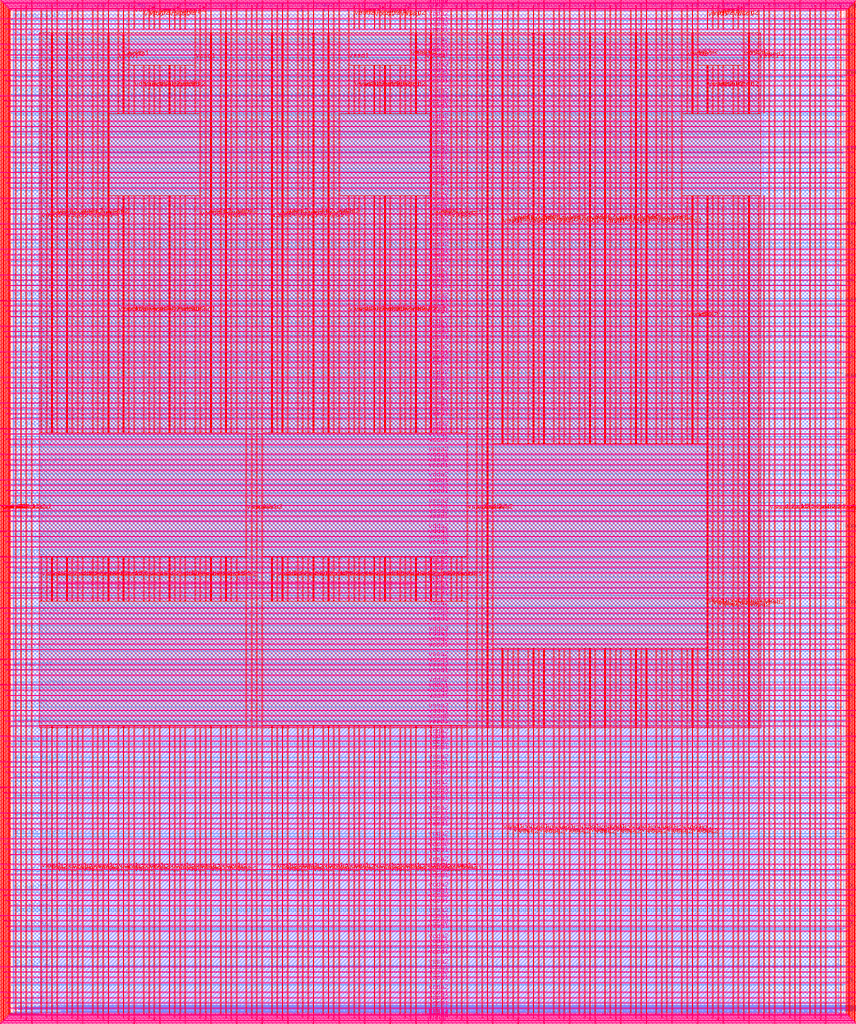
<source format=lef>
VERSION 5.7 ;
  NOWIREEXTENSIONATPIN ON ;
  DIVIDERCHAR "/" ;
  BUSBITCHARS "[]" ;
MACRO user_project_wrapper
  CLASS BLOCK ;
  FOREIGN user_project_wrapper ;
  ORIGIN 0.000 0.000 ;
  SIZE 2920.000 BY 3520.000 ;
  PIN analog_io[0]
    DIRECTION INOUT ;
    USE SIGNAL ;
    PORT
      LAYER met3 ;
        RECT 2917.600 1426.380 2924.800 1427.580 ;
    END
  END analog_io[0]
  PIN analog_io[10]
    DIRECTION INOUT ;
    USE SIGNAL ;
    PORT
      LAYER met2 ;
        RECT 2230.490 3517.600 2231.050 3524.800 ;
    END
  END analog_io[10]
  PIN analog_io[11]
    DIRECTION INOUT ;
    USE SIGNAL ;
    PORT
      LAYER met2 ;
        RECT 1905.730 3517.600 1906.290 3524.800 ;
    END
  END analog_io[11]
  PIN analog_io[12]
    DIRECTION INOUT ;
    USE SIGNAL ;
    PORT
      LAYER met2 ;
        RECT 1581.430 3517.600 1581.990 3524.800 ;
    END
  END analog_io[12]
  PIN analog_io[13]
    DIRECTION INOUT ;
    USE SIGNAL ;
    PORT
      LAYER met2 ;
        RECT 1257.130 3517.600 1257.690 3524.800 ;
    END
  END analog_io[13]
  PIN analog_io[14]
    DIRECTION INOUT ;
    USE SIGNAL ;
    PORT
      LAYER met2 ;
        RECT 932.370 3517.600 932.930 3524.800 ;
    END
  END analog_io[14]
  PIN analog_io[15]
    DIRECTION INOUT ;
    USE SIGNAL ;
    PORT
      LAYER met2 ;
        RECT 608.070 3517.600 608.630 3524.800 ;
    END
  END analog_io[15]
  PIN analog_io[16]
    DIRECTION INOUT ;
    USE SIGNAL ;
    PORT
      LAYER met2 ;
        RECT 283.770 3517.600 284.330 3524.800 ;
    END
  END analog_io[16]
  PIN analog_io[17]
    DIRECTION INOUT ;
    USE SIGNAL ;
    PORT
      LAYER met3 ;
        RECT -4.800 3486.100 2.400 3487.300 ;
    END
  END analog_io[17]
  PIN analog_io[18]
    DIRECTION INOUT ;
    USE SIGNAL ;
    PORT
      LAYER met3 ;
        RECT -4.800 3224.980 2.400 3226.180 ;
    END
  END analog_io[18]
  PIN analog_io[19]
    DIRECTION INOUT ;
    USE SIGNAL ;
    PORT
      LAYER met3 ;
        RECT -4.800 2964.540 2.400 2965.740 ;
    END
  END analog_io[19]
  PIN analog_io[1]
    DIRECTION INOUT ;
    USE SIGNAL ;
    PORT
      LAYER met3 ;
        RECT 2917.600 1692.260 2924.800 1693.460 ;
    END
  END analog_io[1]
  PIN analog_io[20]
    DIRECTION INOUT ;
    USE SIGNAL ;
    PORT
      LAYER met3 ;
        RECT -4.800 2703.420 2.400 2704.620 ;
    END
  END analog_io[20]
  PIN analog_io[21]
    DIRECTION INOUT ;
    USE SIGNAL ;
    PORT
      LAYER met3 ;
        RECT -4.800 2442.980 2.400 2444.180 ;
    END
  END analog_io[21]
  PIN analog_io[22]
    DIRECTION INOUT ;
    USE SIGNAL ;
    PORT
      LAYER met3 ;
        RECT -4.800 2182.540 2.400 2183.740 ;
    END
  END analog_io[22]
  PIN analog_io[23]
    DIRECTION INOUT ;
    USE SIGNAL ;
    PORT
      LAYER met3 ;
        RECT -4.800 1921.420 2.400 1922.620 ;
    END
  END analog_io[23]
  PIN analog_io[24]
    DIRECTION INOUT ;
    USE SIGNAL ;
    PORT
      LAYER met3 ;
        RECT -4.800 1660.980 2.400 1662.180 ;
    END
  END analog_io[24]
  PIN analog_io[25]
    DIRECTION INOUT ;
    USE SIGNAL ;
    PORT
      LAYER met3 ;
        RECT -4.800 1399.860 2.400 1401.060 ;
    END
  END analog_io[25]
  PIN analog_io[26]
    DIRECTION INOUT ;
    USE SIGNAL ;
    PORT
      LAYER met3 ;
        RECT -4.800 1139.420 2.400 1140.620 ;
    END
  END analog_io[26]
  PIN analog_io[27]
    DIRECTION INOUT ;
    USE SIGNAL ;
    PORT
      LAYER met3 ;
        RECT -4.800 878.980 2.400 880.180 ;
    END
  END analog_io[27]
  PIN analog_io[28]
    DIRECTION INOUT ;
    USE SIGNAL ;
    PORT
      LAYER met3 ;
        RECT -4.800 617.860 2.400 619.060 ;
    END
  END analog_io[28]
  PIN analog_io[2]
    DIRECTION INOUT ;
    USE SIGNAL ;
    PORT
      LAYER met3 ;
        RECT 2917.600 1958.140 2924.800 1959.340 ;
    END
  END analog_io[2]
  PIN analog_io[3]
    DIRECTION INOUT ;
    USE SIGNAL ;
    PORT
      LAYER met3 ;
        RECT 2917.600 2223.340 2924.800 2224.540 ;
    END
  END analog_io[3]
  PIN analog_io[4]
    DIRECTION INOUT ;
    USE SIGNAL ;
    PORT
      LAYER met3 ;
        RECT 2917.600 2489.220 2924.800 2490.420 ;
    END
  END analog_io[4]
  PIN analog_io[5]
    DIRECTION INOUT ;
    USE SIGNAL ;
    PORT
      LAYER met3 ;
        RECT 2917.600 2755.100 2924.800 2756.300 ;
    END
  END analog_io[5]
  PIN analog_io[6]
    DIRECTION INOUT ;
    USE SIGNAL ;
    PORT
      LAYER met3 ;
        RECT 2917.600 3020.300 2924.800 3021.500 ;
    END
  END analog_io[6]
  PIN analog_io[7]
    DIRECTION INOUT ;
    USE SIGNAL ;
    PORT
      LAYER met3 ;
        RECT 2917.600 3286.180 2924.800 3287.380 ;
    END
  END analog_io[7]
  PIN analog_io[8]
    DIRECTION INOUT ;
    USE SIGNAL ;
    PORT
      LAYER met2 ;
        RECT 2879.090 3517.600 2879.650 3524.800 ;
    END
  END analog_io[8]
  PIN analog_io[9]
    DIRECTION INOUT ;
    USE SIGNAL ;
    PORT
      LAYER met2 ;
        RECT 2554.790 3517.600 2555.350 3524.800 ;
    END
  END analog_io[9]
  PIN io_in[0]
    DIRECTION INPUT ;
    USE SIGNAL ;
    PORT
      LAYER met3 ;
        RECT 2917.600 32.380 2924.800 33.580 ;
    END
  END io_in[0]
  PIN io_in[10]
    DIRECTION INPUT ;
    USE SIGNAL ;
    PORT
      LAYER met3 ;
        RECT 2917.600 2289.980 2924.800 2291.180 ;
    END
  END io_in[10]
  PIN io_in[11]
    DIRECTION INPUT ;
    USE SIGNAL ;
    PORT
      LAYER met3 ;
        RECT 2917.600 2555.860 2924.800 2557.060 ;
    END
  END io_in[11]
  PIN io_in[12]
    DIRECTION INPUT ;
    USE SIGNAL ;
    PORT
      LAYER met3 ;
        RECT 2917.600 2821.060 2924.800 2822.260 ;
    END
  END io_in[12]
  PIN io_in[13]
    DIRECTION INPUT ;
    USE SIGNAL ;
    PORT
      LAYER met3 ;
        RECT 2917.600 3086.940 2924.800 3088.140 ;
    END
  END io_in[13]
  PIN io_in[14]
    DIRECTION INPUT ;
    USE SIGNAL ;
    PORT
      LAYER met3 ;
        RECT 2917.600 3352.820 2924.800 3354.020 ;
    END
  END io_in[14]
  PIN io_in[15]
    DIRECTION INPUT ;
    USE SIGNAL ;
    PORT
      LAYER met2 ;
        RECT 2798.130 3517.600 2798.690 3524.800 ;
    END
  END io_in[15]
  PIN io_in[16]
    DIRECTION INPUT ;
    USE SIGNAL ;
    PORT
      LAYER met2 ;
        RECT 2473.830 3517.600 2474.390 3524.800 ;
    END
  END io_in[16]
  PIN io_in[17]
    DIRECTION INPUT ;
    USE SIGNAL ;
    PORT
      LAYER met2 ;
        RECT 2149.070 3517.600 2149.630 3524.800 ;
    END
  END io_in[17]
  PIN io_in[18]
    DIRECTION INPUT ;
    USE SIGNAL ;
    PORT
      LAYER met2 ;
        RECT 1824.770 3517.600 1825.330 3524.800 ;
    END
  END io_in[18]
  PIN io_in[19]
    DIRECTION INPUT ;
    USE SIGNAL ;
    PORT
      LAYER met2 ;
        RECT 1500.470 3517.600 1501.030 3524.800 ;
    END
  END io_in[19]
  PIN io_in[1]
    DIRECTION INPUT ;
    USE SIGNAL ;
    PORT
      LAYER met3 ;
        RECT 2917.600 230.940 2924.800 232.140 ;
    END
  END io_in[1]
  PIN io_in[20]
    DIRECTION INPUT ;
    USE SIGNAL ;
    PORT
      LAYER met2 ;
        RECT 1175.710 3517.600 1176.270 3524.800 ;
    END
  END io_in[20]
  PIN io_in[21]
    DIRECTION INPUT ;
    USE SIGNAL ;
    PORT
      LAYER met2 ;
        RECT 851.410 3517.600 851.970 3524.800 ;
    END
  END io_in[21]
  PIN io_in[22]
    DIRECTION INPUT ;
    USE SIGNAL ;
    PORT
      LAYER met2 ;
        RECT 527.110 3517.600 527.670 3524.800 ;
    END
  END io_in[22]
  PIN io_in[23]
    DIRECTION INPUT ;
    USE SIGNAL ;
    PORT
      LAYER met2 ;
        RECT 202.350 3517.600 202.910 3524.800 ;
    END
  END io_in[23]
  PIN io_in[24]
    DIRECTION INPUT ;
    USE SIGNAL ;
    PORT
      LAYER met3 ;
        RECT -4.800 3420.820 2.400 3422.020 ;
    END
  END io_in[24]
  PIN io_in[25]
    DIRECTION INPUT ;
    USE SIGNAL ;
    PORT
      LAYER met3 ;
        RECT -4.800 3159.700 2.400 3160.900 ;
    END
  END io_in[25]
  PIN io_in[26]
    DIRECTION INPUT ;
    USE SIGNAL ;
    PORT
      LAYER met3 ;
        RECT -4.800 2899.260 2.400 2900.460 ;
    END
  END io_in[26]
  PIN io_in[27]
    DIRECTION INPUT ;
    USE SIGNAL ;
    PORT
      LAYER met3 ;
        RECT -4.800 2638.820 2.400 2640.020 ;
    END
  END io_in[27]
  PIN io_in[28]
    DIRECTION INPUT ;
    USE SIGNAL ;
    PORT
      LAYER met3 ;
        RECT -4.800 2377.700 2.400 2378.900 ;
    END
  END io_in[28]
  PIN io_in[29]
    DIRECTION INPUT ;
    USE SIGNAL ;
    PORT
      LAYER met3 ;
        RECT -4.800 2117.260 2.400 2118.460 ;
    END
  END io_in[29]
  PIN io_in[2]
    DIRECTION INPUT ;
    USE SIGNAL ;
    PORT
      LAYER met3 ;
        RECT 2917.600 430.180 2924.800 431.380 ;
    END
  END io_in[2]
  PIN io_in[30]
    DIRECTION INPUT ;
    USE SIGNAL ;
    PORT
      LAYER met3 ;
        RECT -4.800 1856.140 2.400 1857.340 ;
    END
  END io_in[30]
  PIN io_in[31]
    DIRECTION INPUT ;
    USE SIGNAL ;
    PORT
      LAYER met3 ;
        RECT -4.800 1595.700 2.400 1596.900 ;
    END
  END io_in[31]
  PIN io_in[32]
    DIRECTION INPUT ;
    USE SIGNAL ;
    PORT
      LAYER met3 ;
        RECT -4.800 1335.260 2.400 1336.460 ;
    END
  END io_in[32]
  PIN io_in[33]
    DIRECTION INPUT ;
    USE SIGNAL ;
    PORT
      LAYER met3 ;
        RECT -4.800 1074.140 2.400 1075.340 ;
    END
  END io_in[33]
  PIN io_in[34]
    DIRECTION INPUT ;
    USE SIGNAL ;
    PORT
      LAYER met3 ;
        RECT -4.800 813.700 2.400 814.900 ;
    END
  END io_in[34]
  PIN io_in[35]
    DIRECTION INPUT ;
    USE SIGNAL ;
    PORT
      LAYER met3 ;
        RECT -4.800 552.580 2.400 553.780 ;
    END
  END io_in[35]
  PIN io_in[36]
    DIRECTION INPUT ;
    USE SIGNAL ;
    PORT
      LAYER met3 ;
        RECT -4.800 357.420 2.400 358.620 ;
    END
  END io_in[36]
  PIN io_in[37]
    DIRECTION INPUT ;
    USE SIGNAL ;
    PORT
      LAYER met3 ;
        RECT -4.800 161.580 2.400 162.780 ;
    END
  END io_in[37]
  PIN io_in[3]
    DIRECTION INPUT ;
    USE SIGNAL ;
    PORT
      LAYER met3 ;
        RECT 2917.600 629.420 2924.800 630.620 ;
    END
  END io_in[3]
  PIN io_in[4]
    DIRECTION INPUT ;
    USE SIGNAL ;
    PORT
      LAYER met3 ;
        RECT 2917.600 828.660 2924.800 829.860 ;
    END
  END io_in[4]
  PIN io_in[5]
    DIRECTION INPUT ;
    USE SIGNAL ;
    PORT
      LAYER met3 ;
        RECT 2917.600 1027.900 2924.800 1029.100 ;
    END
  END io_in[5]
  PIN io_in[6]
    DIRECTION INPUT ;
    USE SIGNAL ;
    PORT
      LAYER met3 ;
        RECT 2917.600 1227.140 2924.800 1228.340 ;
    END
  END io_in[6]
  PIN io_in[7]
    DIRECTION INPUT ;
    USE SIGNAL ;
    PORT
      LAYER met3 ;
        RECT 2917.600 1493.020 2924.800 1494.220 ;
    END
  END io_in[7]
  PIN io_in[8]
    DIRECTION INPUT ;
    USE SIGNAL ;
    PORT
      LAYER met3 ;
        RECT 2917.600 1758.900 2924.800 1760.100 ;
    END
  END io_in[8]
  PIN io_in[9]
    DIRECTION INPUT ;
    USE SIGNAL ;
    PORT
      LAYER met3 ;
        RECT 2917.600 2024.100 2924.800 2025.300 ;
    END
  END io_in[9]
  PIN io_oeb[0]
    DIRECTION OUTPUT TRISTATE ;
    USE SIGNAL ;
    PORT
      LAYER met3 ;
        RECT 2917.600 164.980 2924.800 166.180 ;
    END
  END io_oeb[0]
  PIN io_oeb[10]
    DIRECTION OUTPUT TRISTATE ;
    USE SIGNAL ;
    PORT
      LAYER met3 ;
        RECT 2917.600 2422.580 2924.800 2423.780 ;
    END
  END io_oeb[10]
  PIN io_oeb[11]
    DIRECTION OUTPUT TRISTATE ;
    USE SIGNAL ;
    PORT
      LAYER met3 ;
        RECT 2917.600 2688.460 2924.800 2689.660 ;
    END
  END io_oeb[11]
  PIN io_oeb[12]
    DIRECTION OUTPUT TRISTATE ;
    USE SIGNAL ;
    PORT
      LAYER met3 ;
        RECT 2917.600 2954.340 2924.800 2955.540 ;
    END
  END io_oeb[12]
  PIN io_oeb[13]
    DIRECTION OUTPUT TRISTATE ;
    USE SIGNAL ;
    PORT
      LAYER met3 ;
        RECT 2917.600 3219.540 2924.800 3220.740 ;
    END
  END io_oeb[13]
  PIN io_oeb[14]
    DIRECTION OUTPUT TRISTATE ;
    USE SIGNAL ;
    PORT
      LAYER met3 ;
        RECT 2917.600 3485.420 2924.800 3486.620 ;
    END
  END io_oeb[14]
  PIN io_oeb[15]
    DIRECTION OUTPUT TRISTATE ;
    USE SIGNAL ;
    PORT
      LAYER met2 ;
        RECT 2635.750 3517.600 2636.310 3524.800 ;
    END
  END io_oeb[15]
  PIN io_oeb[16]
    DIRECTION OUTPUT TRISTATE ;
    USE SIGNAL ;
    PORT
      LAYER met2 ;
        RECT 2311.450 3517.600 2312.010 3524.800 ;
    END
  END io_oeb[16]
  PIN io_oeb[17]
    DIRECTION OUTPUT TRISTATE ;
    USE SIGNAL ;
    PORT
      LAYER met2 ;
        RECT 1987.150 3517.600 1987.710 3524.800 ;
    END
  END io_oeb[17]
  PIN io_oeb[18]
    DIRECTION OUTPUT TRISTATE ;
    USE SIGNAL ;
    PORT
      LAYER met2 ;
        RECT 1662.390 3517.600 1662.950 3524.800 ;
    END
  END io_oeb[18]
  PIN io_oeb[19]
    DIRECTION OUTPUT TRISTATE ;
    USE SIGNAL ;
    PORT
      LAYER met2 ;
        RECT 1338.090 3517.600 1338.650 3524.800 ;
    END
  END io_oeb[19]
  PIN io_oeb[1]
    DIRECTION OUTPUT TRISTATE ;
    USE SIGNAL ;
    PORT
      LAYER met3 ;
        RECT 2917.600 364.220 2924.800 365.420 ;
    END
  END io_oeb[1]
  PIN io_oeb[20]
    DIRECTION OUTPUT TRISTATE ;
    USE SIGNAL ;
    PORT
      LAYER met2 ;
        RECT 1013.790 3517.600 1014.350 3524.800 ;
    END
  END io_oeb[20]
  PIN io_oeb[21]
    DIRECTION OUTPUT TRISTATE ;
    USE SIGNAL ;
    PORT
      LAYER met2 ;
        RECT 689.030 3517.600 689.590 3524.800 ;
    END
  END io_oeb[21]
  PIN io_oeb[22]
    DIRECTION OUTPUT TRISTATE ;
    USE SIGNAL ;
    PORT
      LAYER met2 ;
        RECT 364.730 3517.600 365.290 3524.800 ;
    END
  END io_oeb[22]
  PIN io_oeb[23]
    DIRECTION OUTPUT TRISTATE ;
    USE SIGNAL ;
    PORT
      LAYER met2 ;
        RECT 40.430 3517.600 40.990 3524.800 ;
    END
  END io_oeb[23]
  PIN io_oeb[24]
    DIRECTION OUTPUT TRISTATE ;
    USE SIGNAL ;
    PORT
      LAYER met3 ;
        RECT -4.800 3290.260 2.400 3291.460 ;
    END
  END io_oeb[24]
  PIN io_oeb[25]
    DIRECTION OUTPUT TRISTATE ;
    USE SIGNAL ;
    PORT
      LAYER met3 ;
        RECT -4.800 3029.820 2.400 3031.020 ;
    END
  END io_oeb[25]
  PIN io_oeb[26]
    DIRECTION OUTPUT TRISTATE ;
    USE SIGNAL ;
    PORT
      LAYER met3 ;
        RECT -4.800 2768.700 2.400 2769.900 ;
    END
  END io_oeb[26]
  PIN io_oeb[27]
    DIRECTION OUTPUT TRISTATE ;
    USE SIGNAL ;
    PORT
      LAYER met3 ;
        RECT -4.800 2508.260 2.400 2509.460 ;
    END
  END io_oeb[27]
  PIN io_oeb[28]
    DIRECTION OUTPUT TRISTATE ;
    USE SIGNAL ;
    PORT
      LAYER met3 ;
        RECT -4.800 2247.140 2.400 2248.340 ;
    END
  END io_oeb[28]
  PIN io_oeb[29]
    DIRECTION OUTPUT TRISTATE ;
    USE SIGNAL ;
    PORT
      LAYER met3 ;
        RECT -4.800 1986.700 2.400 1987.900 ;
    END
  END io_oeb[29]
  PIN io_oeb[2]
    DIRECTION OUTPUT TRISTATE ;
    USE SIGNAL ;
    PORT
      LAYER met3 ;
        RECT 2917.600 563.460 2924.800 564.660 ;
    END
  END io_oeb[2]
  PIN io_oeb[30]
    DIRECTION OUTPUT TRISTATE ;
    USE SIGNAL ;
    PORT
      LAYER met3 ;
        RECT -4.800 1726.260 2.400 1727.460 ;
    END
  END io_oeb[30]
  PIN io_oeb[31]
    DIRECTION OUTPUT TRISTATE ;
    USE SIGNAL ;
    PORT
      LAYER met3 ;
        RECT -4.800 1465.140 2.400 1466.340 ;
    END
  END io_oeb[31]
  PIN io_oeb[32]
    DIRECTION OUTPUT TRISTATE ;
    USE SIGNAL ;
    PORT
      LAYER met3 ;
        RECT -4.800 1204.700 2.400 1205.900 ;
    END
  END io_oeb[32]
  PIN io_oeb[33]
    DIRECTION OUTPUT TRISTATE ;
    USE SIGNAL ;
    PORT
      LAYER met3 ;
        RECT -4.800 943.580 2.400 944.780 ;
    END
  END io_oeb[33]
  PIN io_oeb[34]
    DIRECTION OUTPUT TRISTATE ;
    USE SIGNAL ;
    PORT
      LAYER met3 ;
        RECT -4.800 683.140 2.400 684.340 ;
    END
  END io_oeb[34]
  PIN io_oeb[35]
    DIRECTION OUTPUT TRISTATE ;
    USE SIGNAL ;
    PORT
      LAYER met3 ;
        RECT -4.800 422.700 2.400 423.900 ;
    END
  END io_oeb[35]
  PIN io_oeb[36]
    DIRECTION OUTPUT TRISTATE ;
    USE SIGNAL ;
    PORT
      LAYER met3 ;
        RECT -4.800 226.860 2.400 228.060 ;
    END
  END io_oeb[36]
  PIN io_oeb[37]
    DIRECTION OUTPUT TRISTATE ;
    USE SIGNAL ;
    PORT
      LAYER met3 ;
        RECT -4.800 31.700 2.400 32.900 ;
    END
  END io_oeb[37]
  PIN io_oeb[3]
    DIRECTION OUTPUT TRISTATE ;
    USE SIGNAL ;
    PORT
      LAYER met3 ;
        RECT 2917.600 762.700 2924.800 763.900 ;
    END
  END io_oeb[3]
  PIN io_oeb[4]
    DIRECTION OUTPUT TRISTATE ;
    USE SIGNAL ;
    PORT
      LAYER met3 ;
        RECT 2917.600 961.940 2924.800 963.140 ;
    END
  END io_oeb[4]
  PIN io_oeb[5]
    DIRECTION OUTPUT TRISTATE ;
    USE SIGNAL ;
    PORT
      LAYER met3 ;
        RECT 2917.600 1161.180 2924.800 1162.380 ;
    END
  END io_oeb[5]
  PIN io_oeb[6]
    DIRECTION OUTPUT TRISTATE ;
    USE SIGNAL ;
    PORT
      LAYER met3 ;
        RECT 2917.600 1360.420 2924.800 1361.620 ;
    END
  END io_oeb[6]
  PIN io_oeb[7]
    DIRECTION OUTPUT TRISTATE ;
    USE SIGNAL ;
    PORT
      LAYER met3 ;
        RECT 2917.600 1625.620 2924.800 1626.820 ;
    END
  END io_oeb[7]
  PIN io_oeb[8]
    DIRECTION OUTPUT TRISTATE ;
    USE SIGNAL ;
    PORT
      LAYER met3 ;
        RECT 2917.600 1891.500 2924.800 1892.700 ;
    END
  END io_oeb[8]
  PIN io_oeb[9]
    DIRECTION OUTPUT TRISTATE ;
    USE SIGNAL ;
    PORT
      LAYER met3 ;
        RECT 2917.600 2157.380 2924.800 2158.580 ;
    END
  END io_oeb[9]
  PIN io_out[0]
    DIRECTION OUTPUT TRISTATE ;
    USE SIGNAL ;
    PORT
      LAYER met3 ;
        RECT 2917.600 98.340 2924.800 99.540 ;
    END
  END io_out[0]
  PIN io_out[10]
    DIRECTION OUTPUT TRISTATE ;
    USE SIGNAL ;
    PORT
      LAYER met3 ;
        RECT 2917.600 2356.620 2924.800 2357.820 ;
    END
  END io_out[10]
  PIN io_out[11]
    DIRECTION OUTPUT TRISTATE ;
    USE SIGNAL ;
    PORT
      LAYER met3 ;
        RECT 2917.600 2621.820 2924.800 2623.020 ;
    END
  END io_out[11]
  PIN io_out[12]
    DIRECTION OUTPUT TRISTATE ;
    USE SIGNAL ;
    PORT
      LAYER met3 ;
        RECT 2917.600 2887.700 2924.800 2888.900 ;
    END
  END io_out[12]
  PIN io_out[13]
    DIRECTION OUTPUT TRISTATE ;
    USE SIGNAL ;
    PORT
      LAYER met3 ;
        RECT 2917.600 3153.580 2924.800 3154.780 ;
    END
  END io_out[13]
  PIN io_out[14]
    DIRECTION OUTPUT TRISTATE ;
    USE SIGNAL ;
    PORT
      LAYER met3 ;
        RECT 2917.600 3418.780 2924.800 3419.980 ;
    END
  END io_out[14]
  PIN io_out[15]
    DIRECTION OUTPUT TRISTATE ;
    USE SIGNAL ;
    PORT
      LAYER met2 ;
        RECT 2717.170 3517.600 2717.730 3524.800 ;
    END
  END io_out[15]
  PIN io_out[16]
    DIRECTION OUTPUT TRISTATE ;
    USE SIGNAL ;
    PORT
      LAYER met2 ;
        RECT 2392.410 3517.600 2392.970 3524.800 ;
    END
  END io_out[16]
  PIN io_out[17]
    DIRECTION OUTPUT TRISTATE ;
    USE SIGNAL ;
    PORT
      LAYER met2 ;
        RECT 2068.110 3517.600 2068.670 3524.800 ;
    END
  END io_out[17]
  PIN io_out[18]
    DIRECTION OUTPUT TRISTATE ;
    USE SIGNAL ;
    PORT
      LAYER met2 ;
        RECT 1743.810 3517.600 1744.370 3524.800 ;
    END
  END io_out[18]
  PIN io_out[19]
    DIRECTION OUTPUT TRISTATE ;
    USE SIGNAL ;
    PORT
      LAYER met2 ;
        RECT 1419.050 3517.600 1419.610 3524.800 ;
    END
  END io_out[19]
  PIN io_out[1]
    DIRECTION OUTPUT TRISTATE ;
    USE SIGNAL ;
    PORT
      LAYER met3 ;
        RECT 2917.600 297.580 2924.800 298.780 ;
    END
  END io_out[1]
  PIN io_out[20]
    DIRECTION OUTPUT TRISTATE ;
    USE SIGNAL ;
    PORT
      LAYER met2 ;
        RECT 1094.750 3517.600 1095.310 3524.800 ;
    END
  END io_out[20]
  PIN io_out[21]
    DIRECTION OUTPUT TRISTATE ;
    USE SIGNAL ;
    PORT
      LAYER met2 ;
        RECT 770.450 3517.600 771.010 3524.800 ;
    END
  END io_out[21]
  PIN io_out[22]
    DIRECTION OUTPUT TRISTATE ;
    USE SIGNAL ;
    PORT
      LAYER met2 ;
        RECT 445.690 3517.600 446.250 3524.800 ;
    END
  END io_out[22]
  PIN io_out[23]
    DIRECTION OUTPUT TRISTATE ;
    USE SIGNAL ;
    PORT
      LAYER met2 ;
        RECT 121.390 3517.600 121.950 3524.800 ;
    END
  END io_out[23]
  PIN io_out[24]
    DIRECTION OUTPUT TRISTATE ;
    USE SIGNAL ;
    PORT
      LAYER met3 ;
        RECT -4.800 3355.540 2.400 3356.740 ;
    END
  END io_out[24]
  PIN io_out[25]
    DIRECTION OUTPUT TRISTATE ;
    USE SIGNAL ;
    PORT
      LAYER met3 ;
        RECT -4.800 3095.100 2.400 3096.300 ;
    END
  END io_out[25]
  PIN io_out[26]
    DIRECTION OUTPUT TRISTATE ;
    USE SIGNAL ;
    PORT
      LAYER met3 ;
        RECT -4.800 2833.980 2.400 2835.180 ;
    END
  END io_out[26]
  PIN io_out[27]
    DIRECTION OUTPUT TRISTATE ;
    USE SIGNAL ;
    PORT
      LAYER met3 ;
        RECT -4.800 2573.540 2.400 2574.740 ;
    END
  END io_out[27]
  PIN io_out[28]
    DIRECTION OUTPUT TRISTATE ;
    USE SIGNAL ;
    PORT
      LAYER met3 ;
        RECT -4.800 2312.420 2.400 2313.620 ;
    END
  END io_out[28]
  PIN io_out[29]
    DIRECTION OUTPUT TRISTATE ;
    USE SIGNAL ;
    PORT
      LAYER met3 ;
        RECT -4.800 2051.980 2.400 2053.180 ;
    END
  END io_out[29]
  PIN io_out[2]
    DIRECTION OUTPUT TRISTATE ;
    USE SIGNAL ;
    PORT
      LAYER met3 ;
        RECT 2917.600 496.820 2924.800 498.020 ;
    END
  END io_out[2]
  PIN io_out[30]
    DIRECTION OUTPUT TRISTATE ;
    USE SIGNAL ;
    PORT
      LAYER met3 ;
        RECT -4.800 1791.540 2.400 1792.740 ;
    END
  END io_out[30]
  PIN io_out[31]
    DIRECTION OUTPUT TRISTATE ;
    USE SIGNAL ;
    PORT
      LAYER met3 ;
        RECT -4.800 1530.420 2.400 1531.620 ;
    END
  END io_out[31]
  PIN io_out[32]
    DIRECTION OUTPUT TRISTATE ;
    USE SIGNAL ;
    PORT
      LAYER met3 ;
        RECT -4.800 1269.980 2.400 1271.180 ;
    END
  END io_out[32]
  PIN io_out[33]
    DIRECTION OUTPUT TRISTATE ;
    USE SIGNAL ;
    PORT
      LAYER met3 ;
        RECT -4.800 1008.860 2.400 1010.060 ;
    END
  END io_out[33]
  PIN io_out[34]
    DIRECTION OUTPUT TRISTATE ;
    USE SIGNAL ;
    PORT
      LAYER met3 ;
        RECT -4.800 748.420 2.400 749.620 ;
    END
  END io_out[34]
  PIN io_out[35]
    DIRECTION OUTPUT TRISTATE ;
    USE SIGNAL ;
    PORT
      LAYER met3 ;
        RECT -4.800 487.300 2.400 488.500 ;
    END
  END io_out[35]
  PIN io_out[36]
    DIRECTION OUTPUT TRISTATE ;
    USE SIGNAL ;
    PORT
      LAYER met3 ;
        RECT -4.800 292.140 2.400 293.340 ;
    END
  END io_out[36]
  PIN io_out[37]
    DIRECTION OUTPUT TRISTATE ;
    USE SIGNAL ;
    PORT
      LAYER met3 ;
        RECT -4.800 96.300 2.400 97.500 ;
    END
  END io_out[37]
  PIN io_out[3]
    DIRECTION OUTPUT TRISTATE ;
    USE SIGNAL ;
    PORT
      LAYER met3 ;
        RECT 2917.600 696.060 2924.800 697.260 ;
    END
  END io_out[3]
  PIN io_out[4]
    DIRECTION OUTPUT TRISTATE ;
    USE SIGNAL ;
    PORT
      LAYER met3 ;
        RECT 2917.600 895.300 2924.800 896.500 ;
    END
  END io_out[4]
  PIN io_out[5]
    DIRECTION OUTPUT TRISTATE ;
    USE SIGNAL ;
    PORT
      LAYER met3 ;
        RECT 2917.600 1094.540 2924.800 1095.740 ;
    END
  END io_out[5]
  PIN io_out[6]
    DIRECTION OUTPUT TRISTATE ;
    USE SIGNAL ;
    PORT
      LAYER met3 ;
        RECT 2917.600 1293.780 2924.800 1294.980 ;
    END
  END io_out[6]
  PIN io_out[7]
    DIRECTION OUTPUT TRISTATE ;
    USE SIGNAL ;
    PORT
      LAYER met3 ;
        RECT 2917.600 1559.660 2924.800 1560.860 ;
    END
  END io_out[7]
  PIN io_out[8]
    DIRECTION OUTPUT TRISTATE ;
    USE SIGNAL ;
    PORT
      LAYER met3 ;
        RECT 2917.600 1824.860 2924.800 1826.060 ;
    END
  END io_out[8]
  PIN io_out[9]
    DIRECTION OUTPUT TRISTATE ;
    USE SIGNAL ;
    PORT
      LAYER met3 ;
        RECT 2917.600 2090.740 2924.800 2091.940 ;
    END
  END io_out[9]
  PIN la_data_in[0]
    DIRECTION INPUT ;
    USE SIGNAL ;
    PORT
      LAYER met2 ;
        RECT 629.230 -4.800 629.790 2.400 ;
    END
  END la_data_in[0]
  PIN la_data_in[100]
    DIRECTION INPUT ;
    USE SIGNAL ;
    PORT
      LAYER met2 ;
        RECT 2402.530 -4.800 2403.090 2.400 ;
    END
  END la_data_in[100]
  PIN la_data_in[101]
    DIRECTION INPUT ;
    USE SIGNAL ;
    PORT
      LAYER met2 ;
        RECT 2420.010 -4.800 2420.570 2.400 ;
    END
  END la_data_in[101]
  PIN la_data_in[102]
    DIRECTION INPUT ;
    USE SIGNAL ;
    PORT
      LAYER met2 ;
        RECT 2437.950 -4.800 2438.510 2.400 ;
    END
  END la_data_in[102]
  PIN la_data_in[103]
    DIRECTION INPUT ;
    USE SIGNAL ;
    PORT
      LAYER met2 ;
        RECT 2455.430 -4.800 2455.990 2.400 ;
    END
  END la_data_in[103]
  PIN la_data_in[104]
    DIRECTION INPUT ;
    USE SIGNAL ;
    PORT
      LAYER met2 ;
        RECT 2473.370 -4.800 2473.930 2.400 ;
    END
  END la_data_in[104]
  PIN la_data_in[105]
    DIRECTION INPUT ;
    USE SIGNAL ;
    PORT
      LAYER met2 ;
        RECT 2490.850 -4.800 2491.410 2.400 ;
    END
  END la_data_in[105]
  PIN la_data_in[106]
    DIRECTION INPUT ;
    USE SIGNAL ;
    PORT
      LAYER met2 ;
        RECT 2508.790 -4.800 2509.350 2.400 ;
    END
  END la_data_in[106]
  PIN la_data_in[107]
    DIRECTION INPUT ;
    USE SIGNAL ;
    PORT
      LAYER met2 ;
        RECT 2526.730 -4.800 2527.290 2.400 ;
    END
  END la_data_in[107]
  PIN la_data_in[108]
    DIRECTION INPUT ;
    USE SIGNAL ;
    PORT
      LAYER met2 ;
        RECT 2544.210 -4.800 2544.770 2.400 ;
    END
  END la_data_in[108]
  PIN la_data_in[109]
    DIRECTION INPUT ;
    USE SIGNAL ;
    PORT
      LAYER met2 ;
        RECT 2562.150 -4.800 2562.710 2.400 ;
    END
  END la_data_in[109]
  PIN la_data_in[10]
    DIRECTION INPUT ;
    USE SIGNAL ;
    PORT
      LAYER met2 ;
        RECT 806.330 -4.800 806.890 2.400 ;
    END
  END la_data_in[10]
  PIN la_data_in[110]
    DIRECTION INPUT ;
    USE SIGNAL ;
    PORT
      LAYER met2 ;
        RECT 2579.630 -4.800 2580.190 2.400 ;
    END
  END la_data_in[110]
  PIN la_data_in[111]
    DIRECTION INPUT ;
    USE SIGNAL ;
    PORT
      LAYER met2 ;
        RECT 2597.570 -4.800 2598.130 2.400 ;
    END
  END la_data_in[111]
  PIN la_data_in[112]
    DIRECTION INPUT ;
    USE SIGNAL ;
    PORT
      LAYER met2 ;
        RECT 2615.050 -4.800 2615.610 2.400 ;
    END
  END la_data_in[112]
  PIN la_data_in[113]
    DIRECTION INPUT ;
    USE SIGNAL ;
    PORT
      LAYER met2 ;
        RECT 2632.990 -4.800 2633.550 2.400 ;
    END
  END la_data_in[113]
  PIN la_data_in[114]
    DIRECTION INPUT ;
    USE SIGNAL ;
    PORT
      LAYER met2 ;
        RECT 2650.470 -4.800 2651.030 2.400 ;
    END
  END la_data_in[114]
  PIN la_data_in[115]
    DIRECTION INPUT ;
    USE SIGNAL ;
    PORT
      LAYER met2 ;
        RECT 2668.410 -4.800 2668.970 2.400 ;
    END
  END la_data_in[115]
  PIN la_data_in[116]
    DIRECTION INPUT ;
    USE SIGNAL ;
    PORT
      LAYER met2 ;
        RECT 2685.890 -4.800 2686.450 2.400 ;
    END
  END la_data_in[116]
  PIN la_data_in[117]
    DIRECTION INPUT ;
    USE SIGNAL ;
    PORT
      LAYER met2 ;
        RECT 2703.830 -4.800 2704.390 2.400 ;
    END
  END la_data_in[117]
  PIN la_data_in[118]
    DIRECTION INPUT ;
    USE SIGNAL ;
    PORT
      LAYER met2 ;
        RECT 2721.770 -4.800 2722.330 2.400 ;
    END
  END la_data_in[118]
  PIN la_data_in[119]
    DIRECTION INPUT ;
    USE SIGNAL ;
    PORT
      LAYER met2 ;
        RECT 2739.250 -4.800 2739.810 2.400 ;
    END
  END la_data_in[119]
  PIN la_data_in[11]
    DIRECTION INPUT ;
    USE SIGNAL ;
    PORT
      LAYER met2 ;
        RECT 824.270 -4.800 824.830 2.400 ;
    END
  END la_data_in[11]
  PIN la_data_in[120]
    DIRECTION INPUT ;
    USE SIGNAL ;
    PORT
      LAYER met2 ;
        RECT 2757.190 -4.800 2757.750 2.400 ;
    END
  END la_data_in[120]
  PIN la_data_in[121]
    DIRECTION INPUT ;
    USE SIGNAL ;
    PORT
      LAYER met2 ;
        RECT 2774.670 -4.800 2775.230 2.400 ;
    END
  END la_data_in[121]
  PIN la_data_in[122]
    DIRECTION INPUT ;
    USE SIGNAL ;
    PORT
      LAYER met2 ;
        RECT 2792.610 -4.800 2793.170 2.400 ;
    END
  END la_data_in[122]
  PIN la_data_in[123]
    DIRECTION INPUT ;
    USE SIGNAL ;
    PORT
      LAYER met2 ;
        RECT 2810.090 -4.800 2810.650 2.400 ;
    END
  END la_data_in[123]
  PIN la_data_in[124]
    DIRECTION INPUT ;
    USE SIGNAL ;
    PORT
      LAYER met2 ;
        RECT 2828.030 -4.800 2828.590 2.400 ;
    END
  END la_data_in[124]
  PIN la_data_in[125]
    DIRECTION INPUT ;
    USE SIGNAL ;
    PORT
      LAYER met2 ;
        RECT 2845.510 -4.800 2846.070 2.400 ;
    END
  END la_data_in[125]
  PIN la_data_in[126]
    DIRECTION INPUT ;
    USE SIGNAL ;
    PORT
      LAYER met2 ;
        RECT 2863.450 -4.800 2864.010 2.400 ;
    END
  END la_data_in[126]
  PIN la_data_in[127]
    DIRECTION INPUT ;
    USE SIGNAL ;
    PORT
      LAYER met2 ;
        RECT 2881.390 -4.800 2881.950 2.400 ;
    END
  END la_data_in[127]
  PIN la_data_in[12]
    DIRECTION INPUT ;
    USE SIGNAL ;
    PORT
      LAYER met2 ;
        RECT 841.750 -4.800 842.310 2.400 ;
    END
  END la_data_in[12]
  PIN la_data_in[13]
    DIRECTION INPUT ;
    USE SIGNAL ;
    PORT
      LAYER met2 ;
        RECT 859.690 -4.800 860.250 2.400 ;
    END
  END la_data_in[13]
  PIN la_data_in[14]
    DIRECTION INPUT ;
    USE SIGNAL ;
    PORT
      LAYER met2 ;
        RECT 877.170 -4.800 877.730 2.400 ;
    END
  END la_data_in[14]
  PIN la_data_in[15]
    DIRECTION INPUT ;
    USE SIGNAL ;
    PORT
      LAYER met2 ;
        RECT 895.110 -4.800 895.670 2.400 ;
    END
  END la_data_in[15]
  PIN la_data_in[16]
    DIRECTION INPUT ;
    USE SIGNAL ;
    PORT
      LAYER met2 ;
        RECT 912.590 -4.800 913.150 2.400 ;
    END
  END la_data_in[16]
  PIN la_data_in[17]
    DIRECTION INPUT ;
    USE SIGNAL ;
    PORT
      LAYER met2 ;
        RECT 930.530 -4.800 931.090 2.400 ;
    END
  END la_data_in[17]
  PIN la_data_in[18]
    DIRECTION INPUT ;
    USE SIGNAL ;
    PORT
      LAYER met2 ;
        RECT 948.470 -4.800 949.030 2.400 ;
    END
  END la_data_in[18]
  PIN la_data_in[19]
    DIRECTION INPUT ;
    USE SIGNAL ;
    PORT
      LAYER met2 ;
        RECT 965.950 -4.800 966.510 2.400 ;
    END
  END la_data_in[19]
  PIN la_data_in[1]
    DIRECTION INPUT ;
    USE SIGNAL ;
    PORT
      LAYER met2 ;
        RECT 646.710 -4.800 647.270 2.400 ;
    END
  END la_data_in[1]
  PIN la_data_in[20]
    DIRECTION INPUT ;
    USE SIGNAL ;
    PORT
      LAYER met2 ;
        RECT 983.890 -4.800 984.450 2.400 ;
    END
  END la_data_in[20]
  PIN la_data_in[21]
    DIRECTION INPUT ;
    USE SIGNAL ;
    PORT
      LAYER met2 ;
        RECT 1001.370 -4.800 1001.930 2.400 ;
    END
  END la_data_in[21]
  PIN la_data_in[22]
    DIRECTION INPUT ;
    USE SIGNAL ;
    PORT
      LAYER met2 ;
        RECT 1019.310 -4.800 1019.870 2.400 ;
    END
  END la_data_in[22]
  PIN la_data_in[23]
    DIRECTION INPUT ;
    USE SIGNAL ;
    PORT
      LAYER met2 ;
        RECT 1036.790 -4.800 1037.350 2.400 ;
    END
  END la_data_in[23]
  PIN la_data_in[24]
    DIRECTION INPUT ;
    USE SIGNAL ;
    PORT
      LAYER met2 ;
        RECT 1054.730 -4.800 1055.290 2.400 ;
    END
  END la_data_in[24]
  PIN la_data_in[25]
    DIRECTION INPUT ;
    USE SIGNAL ;
    PORT
      LAYER met2 ;
        RECT 1072.210 -4.800 1072.770 2.400 ;
    END
  END la_data_in[25]
  PIN la_data_in[26]
    DIRECTION INPUT ;
    USE SIGNAL ;
    PORT
      LAYER met2 ;
        RECT 1090.150 -4.800 1090.710 2.400 ;
    END
  END la_data_in[26]
  PIN la_data_in[27]
    DIRECTION INPUT ;
    USE SIGNAL ;
    PORT
      LAYER met2 ;
        RECT 1107.630 -4.800 1108.190 2.400 ;
    END
  END la_data_in[27]
  PIN la_data_in[28]
    DIRECTION INPUT ;
    USE SIGNAL ;
    PORT
      LAYER met2 ;
        RECT 1125.570 -4.800 1126.130 2.400 ;
    END
  END la_data_in[28]
  PIN la_data_in[29]
    DIRECTION INPUT ;
    USE SIGNAL ;
    PORT
      LAYER met2 ;
        RECT 1143.510 -4.800 1144.070 2.400 ;
    END
  END la_data_in[29]
  PIN la_data_in[2]
    DIRECTION INPUT ;
    USE SIGNAL ;
    PORT
      LAYER met2 ;
        RECT 664.650 -4.800 665.210 2.400 ;
    END
  END la_data_in[2]
  PIN la_data_in[30]
    DIRECTION INPUT ;
    USE SIGNAL ;
    PORT
      LAYER met2 ;
        RECT 1160.990 -4.800 1161.550 2.400 ;
    END
  END la_data_in[30]
  PIN la_data_in[31]
    DIRECTION INPUT ;
    USE SIGNAL ;
    PORT
      LAYER met2 ;
        RECT 1178.930 -4.800 1179.490 2.400 ;
    END
  END la_data_in[31]
  PIN la_data_in[32]
    DIRECTION INPUT ;
    USE SIGNAL ;
    PORT
      LAYER met2 ;
        RECT 1196.410 -4.800 1196.970 2.400 ;
    END
  END la_data_in[32]
  PIN la_data_in[33]
    DIRECTION INPUT ;
    USE SIGNAL ;
    PORT
      LAYER met2 ;
        RECT 1214.350 -4.800 1214.910 2.400 ;
    END
  END la_data_in[33]
  PIN la_data_in[34]
    DIRECTION INPUT ;
    USE SIGNAL ;
    PORT
      LAYER met2 ;
        RECT 1231.830 -4.800 1232.390 2.400 ;
    END
  END la_data_in[34]
  PIN la_data_in[35]
    DIRECTION INPUT ;
    USE SIGNAL ;
    PORT
      LAYER met2 ;
        RECT 1249.770 -4.800 1250.330 2.400 ;
    END
  END la_data_in[35]
  PIN la_data_in[36]
    DIRECTION INPUT ;
    USE SIGNAL ;
    PORT
      LAYER met2 ;
        RECT 1267.250 -4.800 1267.810 2.400 ;
    END
  END la_data_in[36]
  PIN la_data_in[37]
    DIRECTION INPUT ;
    USE SIGNAL ;
    PORT
      LAYER met2 ;
        RECT 1285.190 -4.800 1285.750 2.400 ;
    END
  END la_data_in[37]
  PIN la_data_in[38]
    DIRECTION INPUT ;
    USE SIGNAL ;
    PORT
      LAYER met2 ;
        RECT 1303.130 -4.800 1303.690 2.400 ;
    END
  END la_data_in[38]
  PIN la_data_in[39]
    DIRECTION INPUT ;
    USE SIGNAL ;
    PORT
      LAYER met2 ;
        RECT 1320.610 -4.800 1321.170 2.400 ;
    END
  END la_data_in[39]
  PIN la_data_in[3]
    DIRECTION INPUT ;
    USE SIGNAL ;
    PORT
      LAYER met2 ;
        RECT 682.130 -4.800 682.690 2.400 ;
    END
  END la_data_in[3]
  PIN la_data_in[40]
    DIRECTION INPUT ;
    USE SIGNAL ;
    PORT
      LAYER met2 ;
        RECT 1338.550 -4.800 1339.110 2.400 ;
    END
  END la_data_in[40]
  PIN la_data_in[41]
    DIRECTION INPUT ;
    USE SIGNAL ;
    PORT
      LAYER met2 ;
        RECT 1356.030 -4.800 1356.590 2.400 ;
    END
  END la_data_in[41]
  PIN la_data_in[42]
    DIRECTION INPUT ;
    USE SIGNAL ;
    PORT
      LAYER met2 ;
        RECT 1373.970 -4.800 1374.530 2.400 ;
    END
  END la_data_in[42]
  PIN la_data_in[43]
    DIRECTION INPUT ;
    USE SIGNAL ;
    PORT
      LAYER met2 ;
        RECT 1391.450 -4.800 1392.010 2.400 ;
    END
  END la_data_in[43]
  PIN la_data_in[44]
    DIRECTION INPUT ;
    USE SIGNAL ;
    PORT
      LAYER met2 ;
        RECT 1409.390 -4.800 1409.950 2.400 ;
    END
  END la_data_in[44]
  PIN la_data_in[45]
    DIRECTION INPUT ;
    USE SIGNAL ;
    PORT
      LAYER met2 ;
        RECT 1426.870 -4.800 1427.430 2.400 ;
    END
  END la_data_in[45]
  PIN la_data_in[46]
    DIRECTION INPUT ;
    USE SIGNAL ;
    PORT
      LAYER met2 ;
        RECT 1444.810 -4.800 1445.370 2.400 ;
    END
  END la_data_in[46]
  PIN la_data_in[47]
    DIRECTION INPUT ;
    USE SIGNAL ;
    PORT
      LAYER met2 ;
        RECT 1462.750 -4.800 1463.310 2.400 ;
    END
  END la_data_in[47]
  PIN la_data_in[48]
    DIRECTION INPUT ;
    USE SIGNAL ;
    PORT
      LAYER met2 ;
        RECT 1480.230 -4.800 1480.790 2.400 ;
    END
  END la_data_in[48]
  PIN la_data_in[49]
    DIRECTION INPUT ;
    USE SIGNAL ;
    PORT
      LAYER met2 ;
        RECT 1498.170 -4.800 1498.730 2.400 ;
    END
  END la_data_in[49]
  PIN la_data_in[4]
    DIRECTION INPUT ;
    USE SIGNAL ;
    PORT
      LAYER met2 ;
        RECT 700.070 -4.800 700.630 2.400 ;
    END
  END la_data_in[4]
  PIN la_data_in[50]
    DIRECTION INPUT ;
    USE SIGNAL ;
    PORT
      LAYER met2 ;
        RECT 1515.650 -4.800 1516.210 2.400 ;
    END
  END la_data_in[50]
  PIN la_data_in[51]
    DIRECTION INPUT ;
    USE SIGNAL ;
    PORT
      LAYER met2 ;
        RECT 1533.590 -4.800 1534.150 2.400 ;
    END
  END la_data_in[51]
  PIN la_data_in[52]
    DIRECTION INPUT ;
    USE SIGNAL ;
    PORT
      LAYER met2 ;
        RECT 1551.070 -4.800 1551.630 2.400 ;
    END
  END la_data_in[52]
  PIN la_data_in[53]
    DIRECTION INPUT ;
    USE SIGNAL ;
    PORT
      LAYER met2 ;
        RECT 1569.010 -4.800 1569.570 2.400 ;
    END
  END la_data_in[53]
  PIN la_data_in[54]
    DIRECTION INPUT ;
    USE SIGNAL ;
    PORT
      LAYER met2 ;
        RECT 1586.490 -4.800 1587.050 2.400 ;
    END
  END la_data_in[54]
  PIN la_data_in[55]
    DIRECTION INPUT ;
    USE SIGNAL ;
    PORT
      LAYER met2 ;
        RECT 1604.430 -4.800 1604.990 2.400 ;
    END
  END la_data_in[55]
  PIN la_data_in[56]
    DIRECTION INPUT ;
    USE SIGNAL ;
    PORT
      LAYER met2 ;
        RECT 1621.910 -4.800 1622.470 2.400 ;
    END
  END la_data_in[56]
  PIN la_data_in[57]
    DIRECTION INPUT ;
    USE SIGNAL ;
    PORT
      LAYER met2 ;
        RECT 1639.850 -4.800 1640.410 2.400 ;
    END
  END la_data_in[57]
  PIN la_data_in[58]
    DIRECTION INPUT ;
    USE SIGNAL ;
    PORT
      LAYER met2 ;
        RECT 1657.790 -4.800 1658.350 2.400 ;
    END
  END la_data_in[58]
  PIN la_data_in[59]
    DIRECTION INPUT ;
    USE SIGNAL ;
    PORT
      LAYER met2 ;
        RECT 1675.270 -4.800 1675.830 2.400 ;
    END
  END la_data_in[59]
  PIN la_data_in[5]
    DIRECTION INPUT ;
    USE SIGNAL ;
    PORT
      LAYER met2 ;
        RECT 717.550 -4.800 718.110 2.400 ;
    END
  END la_data_in[5]
  PIN la_data_in[60]
    DIRECTION INPUT ;
    USE SIGNAL ;
    PORT
      LAYER met2 ;
        RECT 1693.210 -4.800 1693.770 2.400 ;
    END
  END la_data_in[60]
  PIN la_data_in[61]
    DIRECTION INPUT ;
    USE SIGNAL ;
    PORT
      LAYER met2 ;
        RECT 1710.690 -4.800 1711.250 2.400 ;
    END
  END la_data_in[61]
  PIN la_data_in[62]
    DIRECTION INPUT ;
    USE SIGNAL ;
    PORT
      LAYER met2 ;
        RECT 1728.630 -4.800 1729.190 2.400 ;
    END
  END la_data_in[62]
  PIN la_data_in[63]
    DIRECTION INPUT ;
    USE SIGNAL ;
    PORT
      LAYER met2 ;
        RECT 1746.110 -4.800 1746.670 2.400 ;
    END
  END la_data_in[63]
  PIN la_data_in[64]
    DIRECTION INPUT ;
    USE SIGNAL ;
    PORT
      LAYER met2 ;
        RECT 1764.050 -4.800 1764.610 2.400 ;
    END
  END la_data_in[64]
  PIN la_data_in[65]
    DIRECTION INPUT ;
    USE SIGNAL ;
    PORT
      LAYER met2 ;
        RECT 1781.530 -4.800 1782.090 2.400 ;
    END
  END la_data_in[65]
  PIN la_data_in[66]
    DIRECTION INPUT ;
    USE SIGNAL ;
    PORT
      LAYER met2 ;
        RECT 1799.470 -4.800 1800.030 2.400 ;
    END
  END la_data_in[66]
  PIN la_data_in[67]
    DIRECTION INPUT ;
    USE SIGNAL ;
    PORT
      LAYER met2 ;
        RECT 1817.410 -4.800 1817.970 2.400 ;
    END
  END la_data_in[67]
  PIN la_data_in[68]
    DIRECTION INPUT ;
    USE SIGNAL ;
    PORT
      LAYER met2 ;
        RECT 1834.890 -4.800 1835.450 2.400 ;
    END
  END la_data_in[68]
  PIN la_data_in[69]
    DIRECTION INPUT ;
    USE SIGNAL ;
    PORT
      LAYER met2 ;
        RECT 1852.830 -4.800 1853.390 2.400 ;
    END
  END la_data_in[69]
  PIN la_data_in[6]
    DIRECTION INPUT ;
    USE SIGNAL ;
    PORT
      LAYER met2 ;
        RECT 735.490 -4.800 736.050 2.400 ;
    END
  END la_data_in[6]
  PIN la_data_in[70]
    DIRECTION INPUT ;
    USE SIGNAL ;
    PORT
      LAYER met2 ;
        RECT 1870.310 -4.800 1870.870 2.400 ;
    END
  END la_data_in[70]
  PIN la_data_in[71]
    DIRECTION INPUT ;
    USE SIGNAL ;
    PORT
      LAYER met2 ;
        RECT 1888.250 -4.800 1888.810 2.400 ;
    END
  END la_data_in[71]
  PIN la_data_in[72]
    DIRECTION INPUT ;
    USE SIGNAL ;
    PORT
      LAYER met2 ;
        RECT 1905.730 -4.800 1906.290 2.400 ;
    END
  END la_data_in[72]
  PIN la_data_in[73]
    DIRECTION INPUT ;
    USE SIGNAL ;
    PORT
      LAYER met2 ;
        RECT 1923.670 -4.800 1924.230 2.400 ;
    END
  END la_data_in[73]
  PIN la_data_in[74]
    DIRECTION INPUT ;
    USE SIGNAL ;
    PORT
      LAYER met2 ;
        RECT 1941.150 -4.800 1941.710 2.400 ;
    END
  END la_data_in[74]
  PIN la_data_in[75]
    DIRECTION INPUT ;
    USE SIGNAL ;
    PORT
      LAYER met2 ;
        RECT 1959.090 -4.800 1959.650 2.400 ;
    END
  END la_data_in[75]
  PIN la_data_in[76]
    DIRECTION INPUT ;
    USE SIGNAL ;
    PORT
      LAYER met2 ;
        RECT 1976.570 -4.800 1977.130 2.400 ;
    END
  END la_data_in[76]
  PIN la_data_in[77]
    DIRECTION INPUT ;
    USE SIGNAL ;
    PORT
      LAYER met2 ;
        RECT 1994.510 -4.800 1995.070 2.400 ;
    END
  END la_data_in[77]
  PIN la_data_in[78]
    DIRECTION INPUT ;
    USE SIGNAL ;
    PORT
      LAYER met2 ;
        RECT 2012.450 -4.800 2013.010 2.400 ;
    END
  END la_data_in[78]
  PIN la_data_in[79]
    DIRECTION INPUT ;
    USE SIGNAL ;
    PORT
      LAYER met2 ;
        RECT 2029.930 -4.800 2030.490 2.400 ;
    END
  END la_data_in[79]
  PIN la_data_in[7]
    DIRECTION INPUT ;
    USE SIGNAL ;
    PORT
      LAYER met2 ;
        RECT 752.970 -4.800 753.530 2.400 ;
    END
  END la_data_in[7]
  PIN la_data_in[80]
    DIRECTION INPUT ;
    USE SIGNAL ;
    PORT
      LAYER met2 ;
        RECT 2047.870 -4.800 2048.430 2.400 ;
    END
  END la_data_in[80]
  PIN la_data_in[81]
    DIRECTION INPUT ;
    USE SIGNAL ;
    PORT
      LAYER met2 ;
        RECT 2065.350 -4.800 2065.910 2.400 ;
    END
  END la_data_in[81]
  PIN la_data_in[82]
    DIRECTION INPUT ;
    USE SIGNAL ;
    PORT
      LAYER met2 ;
        RECT 2083.290 -4.800 2083.850 2.400 ;
    END
  END la_data_in[82]
  PIN la_data_in[83]
    DIRECTION INPUT ;
    USE SIGNAL ;
    PORT
      LAYER met2 ;
        RECT 2100.770 -4.800 2101.330 2.400 ;
    END
  END la_data_in[83]
  PIN la_data_in[84]
    DIRECTION INPUT ;
    USE SIGNAL ;
    PORT
      LAYER met2 ;
        RECT 2118.710 -4.800 2119.270 2.400 ;
    END
  END la_data_in[84]
  PIN la_data_in[85]
    DIRECTION INPUT ;
    USE SIGNAL ;
    PORT
      LAYER met2 ;
        RECT 2136.190 -4.800 2136.750 2.400 ;
    END
  END la_data_in[85]
  PIN la_data_in[86]
    DIRECTION INPUT ;
    USE SIGNAL ;
    PORT
      LAYER met2 ;
        RECT 2154.130 -4.800 2154.690 2.400 ;
    END
  END la_data_in[86]
  PIN la_data_in[87]
    DIRECTION INPUT ;
    USE SIGNAL ;
    PORT
      LAYER met2 ;
        RECT 2172.070 -4.800 2172.630 2.400 ;
    END
  END la_data_in[87]
  PIN la_data_in[88]
    DIRECTION INPUT ;
    USE SIGNAL ;
    PORT
      LAYER met2 ;
        RECT 2189.550 -4.800 2190.110 2.400 ;
    END
  END la_data_in[88]
  PIN la_data_in[89]
    DIRECTION INPUT ;
    USE SIGNAL ;
    PORT
      LAYER met2 ;
        RECT 2207.490 -4.800 2208.050 2.400 ;
    END
  END la_data_in[89]
  PIN la_data_in[8]
    DIRECTION INPUT ;
    USE SIGNAL ;
    PORT
      LAYER met2 ;
        RECT 770.910 -4.800 771.470 2.400 ;
    END
  END la_data_in[8]
  PIN la_data_in[90]
    DIRECTION INPUT ;
    USE SIGNAL ;
    PORT
      LAYER met2 ;
        RECT 2224.970 -4.800 2225.530 2.400 ;
    END
  END la_data_in[90]
  PIN la_data_in[91]
    DIRECTION INPUT ;
    USE SIGNAL ;
    PORT
      LAYER met2 ;
        RECT 2242.910 -4.800 2243.470 2.400 ;
    END
  END la_data_in[91]
  PIN la_data_in[92]
    DIRECTION INPUT ;
    USE SIGNAL ;
    PORT
      LAYER met2 ;
        RECT 2260.390 -4.800 2260.950 2.400 ;
    END
  END la_data_in[92]
  PIN la_data_in[93]
    DIRECTION INPUT ;
    USE SIGNAL ;
    PORT
      LAYER met2 ;
        RECT 2278.330 -4.800 2278.890 2.400 ;
    END
  END la_data_in[93]
  PIN la_data_in[94]
    DIRECTION INPUT ;
    USE SIGNAL ;
    PORT
      LAYER met2 ;
        RECT 2295.810 -4.800 2296.370 2.400 ;
    END
  END la_data_in[94]
  PIN la_data_in[95]
    DIRECTION INPUT ;
    USE SIGNAL ;
    PORT
      LAYER met2 ;
        RECT 2313.750 -4.800 2314.310 2.400 ;
    END
  END la_data_in[95]
  PIN la_data_in[96]
    DIRECTION INPUT ;
    USE SIGNAL ;
    PORT
      LAYER met2 ;
        RECT 2331.230 -4.800 2331.790 2.400 ;
    END
  END la_data_in[96]
  PIN la_data_in[97]
    DIRECTION INPUT ;
    USE SIGNAL ;
    PORT
      LAYER met2 ;
        RECT 2349.170 -4.800 2349.730 2.400 ;
    END
  END la_data_in[97]
  PIN la_data_in[98]
    DIRECTION INPUT ;
    USE SIGNAL ;
    PORT
      LAYER met2 ;
        RECT 2367.110 -4.800 2367.670 2.400 ;
    END
  END la_data_in[98]
  PIN la_data_in[99]
    DIRECTION INPUT ;
    USE SIGNAL ;
    PORT
      LAYER met2 ;
        RECT 2384.590 -4.800 2385.150 2.400 ;
    END
  END la_data_in[99]
  PIN la_data_in[9]
    DIRECTION INPUT ;
    USE SIGNAL ;
    PORT
      LAYER met2 ;
        RECT 788.850 -4.800 789.410 2.400 ;
    END
  END la_data_in[9]
  PIN la_data_out[0]
    DIRECTION OUTPUT TRISTATE ;
    USE SIGNAL ;
    PORT
      LAYER met2 ;
        RECT 634.750 -4.800 635.310 2.400 ;
    END
  END la_data_out[0]
  PIN la_data_out[100]
    DIRECTION OUTPUT TRISTATE ;
    USE SIGNAL ;
    PORT
      LAYER met2 ;
        RECT 2408.510 -4.800 2409.070 2.400 ;
    END
  END la_data_out[100]
  PIN la_data_out[101]
    DIRECTION OUTPUT TRISTATE ;
    USE SIGNAL ;
    PORT
      LAYER met2 ;
        RECT 2425.990 -4.800 2426.550 2.400 ;
    END
  END la_data_out[101]
  PIN la_data_out[102]
    DIRECTION OUTPUT TRISTATE ;
    USE SIGNAL ;
    PORT
      LAYER met2 ;
        RECT 2443.930 -4.800 2444.490 2.400 ;
    END
  END la_data_out[102]
  PIN la_data_out[103]
    DIRECTION OUTPUT TRISTATE ;
    USE SIGNAL ;
    PORT
      LAYER met2 ;
        RECT 2461.410 -4.800 2461.970 2.400 ;
    END
  END la_data_out[103]
  PIN la_data_out[104]
    DIRECTION OUTPUT TRISTATE ;
    USE SIGNAL ;
    PORT
      LAYER met2 ;
        RECT 2479.350 -4.800 2479.910 2.400 ;
    END
  END la_data_out[104]
  PIN la_data_out[105]
    DIRECTION OUTPUT TRISTATE ;
    USE SIGNAL ;
    PORT
      LAYER met2 ;
        RECT 2496.830 -4.800 2497.390 2.400 ;
    END
  END la_data_out[105]
  PIN la_data_out[106]
    DIRECTION OUTPUT TRISTATE ;
    USE SIGNAL ;
    PORT
      LAYER met2 ;
        RECT 2514.770 -4.800 2515.330 2.400 ;
    END
  END la_data_out[106]
  PIN la_data_out[107]
    DIRECTION OUTPUT TRISTATE ;
    USE SIGNAL ;
    PORT
      LAYER met2 ;
        RECT 2532.250 -4.800 2532.810 2.400 ;
    END
  END la_data_out[107]
  PIN la_data_out[108]
    DIRECTION OUTPUT TRISTATE ;
    USE SIGNAL ;
    PORT
      LAYER met2 ;
        RECT 2550.190 -4.800 2550.750 2.400 ;
    END
  END la_data_out[108]
  PIN la_data_out[109]
    DIRECTION OUTPUT TRISTATE ;
    USE SIGNAL ;
    PORT
      LAYER met2 ;
        RECT 2567.670 -4.800 2568.230 2.400 ;
    END
  END la_data_out[109]
  PIN la_data_out[10]
    DIRECTION OUTPUT TRISTATE ;
    USE SIGNAL ;
    PORT
      LAYER met2 ;
        RECT 812.310 -4.800 812.870 2.400 ;
    END
  END la_data_out[10]
  PIN la_data_out[110]
    DIRECTION OUTPUT TRISTATE ;
    USE SIGNAL ;
    PORT
      LAYER met2 ;
        RECT 2585.610 -4.800 2586.170 2.400 ;
    END
  END la_data_out[110]
  PIN la_data_out[111]
    DIRECTION OUTPUT TRISTATE ;
    USE SIGNAL ;
    PORT
      LAYER met2 ;
        RECT 2603.550 -4.800 2604.110 2.400 ;
    END
  END la_data_out[111]
  PIN la_data_out[112]
    DIRECTION OUTPUT TRISTATE ;
    USE SIGNAL ;
    PORT
      LAYER met2 ;
        RECT 2621.030 -4.800 2621.590 2.400 ;
    END
  END la_data_out[112]
  PIN la_data_out[113]
    DIRECTION OUTPUT TRISTATE ;
    USE SIGNAL ;
    PORT
      LAYER met2 ;
        RECT 2638.970 -4.800 2639.530 2.400 ;
    END
  END la_data_out[113]
  PIN la_data_out[114]
    DIRECTION OUTPUT TRISTATE ;
    USE SIGNAL ;
    PORT
      LAYER met2 ;
        RECT 2656.450 -4.800 2657.010 2.400 ;
    END
  END la_data_out[114]
  PIN la_data_out[115]
    DIRECTION OUTPUT TRISTATE ;
    USE SIGNAL ;
    PORT
      LAYER met2 ;
        RECT 2674.390 -4.800 2674.950 2.400 ;
    END
  END la_data_out[115]
  PIN la_data_out[116]
    DIRECTION OUTPUT TRISTATE ;
    USE SIGNAL ;
    PORT
      LAYER met2 ;
        RECT 2691.870 -4.800 2692.430 2.400 ;
    END
  END la_data_out[116]
  PIN la_data_out[117]
    DIRECTION OUTPUT TRISTATE ;
    USE SIGNAL ;
    PORT
      LAYER met2 ;
        RECT 2709.810 -4.800 2710.370 2.400 ;
    END
  END la_data_out[117]
  PIN la_data_out[118]
    DIRECTION OUTPUT TRISTATE ;
    USE SIGNAL ;
    PORT
      LAYER met2 ;
        RECT 2727.290 -4.800 2727.850 2.400 ;
    END
  END la_data_out[118]
  PIN la_data_out[119]
    DIRECTION OUTPUT TRISTATE ;
    USE SIGNAL ;
    PORT
      LAYER met2 ;
        RECT 2745.230 -4.800 2745.790 2.400 ;
    END
  END la_data_out[119]
  PIN la_data_out[11]
    DIRECTION OUTPUT TRISTATE ;
    USE SIGNAL ;
    PORT
      LAYER met2 ;
        RECT 830.250 -4.800 830.810 2.400 ;
    END
  END la_data_out[11]
  PIN la_data_out[120]
    DIRECTION OUTPUT TRISTATE ;
    USE SIGNAL ;
    PORT
      LAYER met2 ;
        RECT 2763.170 -4.800 2763.730 2.400 ;
    END
  END la_data_out[120]
  PIN la_data_out[121]
    DIRECTION OUTPUT TRISTATE ;
    USE SIGNAL ;
    PORT
      LAYER met2 ;
        RECT 2780.650 -4.800 2781.210 2.400 ;
    END
  END la_data_out[121]
  PIN la_data_out[122]
    DIRECTION OUTPUT TRISTATE ;
    USE SIGNAL ;
    PORT
      LAYER met2 ;
        RECT 2798.590 -4.800 2799.150 2.400 ;
    END
  END la_data_out[122]
  PIN la_data_out[123]
    DIRECTION OUTPUT TRISTATE ;
    USE SIGNAL ;
    PORT
      LAYER met2 ;
        RECT 2816.070 -4.800 2816.630 2.400 ;
    END
  END la_data_out[123]
  PIN la_data_out[124]
    DIRECTION OUTPUT TRISTATE ;
    USE SIGNAL ;
    PORT
      LAYER met2 ;
        RECT 2834.010 -4.800 2834.570 2.400 ;
    END
  END la_data_out[124]
  PIN la_data_out[125]
    DIRECTION OUTPUT TRISTATE ;
    USE SIGNAL ;
    PORT
      LAYER met2 ;
        RECT 2851.490 -4.800 2852.050 2.400 ;
    END
  END la_data_out[125]
  PIN la_data_out[126]
    DIRECTION OUTPUT TRISTATE ;
    USE SIGNAL ;
    PORT
      LAYER met2 ;
        RECT 2869.430 -4.800 2869.990 2.400 ;
    END
  END la_data_out[126]
  PIN la_data_out[127]
    DIRECTION OUTPUT TRISTATE ;
    USE SIGNAL ;
    PORT
      LAYER met2 ;
        RECT 2886.910 -4.800 2887.470 2.400 ;
    END
  END la_data_out[127]
  PIN la_data_out[12]
    DIRECTION OUTPUT TRISTATE ;
    USE SIGNAL ;
    PORT
      LAYER met2 ;
        RECT 847.730 -4.800 848.290 2.400 ;
    END
  END la_data_out[12]
  PIN la_data_out[13]
    DIRECTION OUTPUT TRISTATE ;
    USE SIGNAL ;
    PORT
      LAYER met2 ;
        RECT 865.670 -4.800 866.230 2.400 ;
    END
  END la_data_out[13]
  PIN la_data_out[14]
    DIRECTION OUTPUT TRISTATE ;
    USE SIGNAL ;
    PORT
      LAYER met2 ;
        RECT 883.150 -4.800 883.710 2.400 ;
    END
  END la_data_out[14]
  PIN la_data_out[15]
    DIRECTION OUTPUT TRISTATE ;
    USE SIGNAL ;
    PORT
      LAYER met2 ;
        RECT 901.090 -4.800 901.650 2.400 ;
    END
  END la_data_out[15]
  PIN la_data_out[16]
    DIRECTION OUTPUT TRISTATE ;
    USE SIGNAL ;
    PORT
      LAYER met2 ;
        RECT 918.570 -4.800 919.130 2.400 ;
    END
  END la_data_out[16]
  PIN la_data_out[17]
    DIRECTION OUTPUT TRISTATE ;
    USE SIGNAL ;
    PORT
      LAYER met2 ;
        RECT 936.510 -4.800 937.070 2.400 ;
    END
  END la_data_out[17]
  PIN la_data_out[18]
    DIRECTION OUTPUT TRISTATE ;
    USE SIGNAL ;
    PORT
      LAYER met2 ;
        RECT 953.990 -4.800 954.550 2.400 ;
    END
  END la_data_out[18]
  PIN la_data_out[19]
    DIRECTION OUTPUT TRISTATE ;
    USE SIGNAL ;
    PORT
      LAYER met2 ;
        RECT 971.930 -4.800 972.490 2.400 ;
    END
  END la_data_out[19]
  PIN la_data_out[1]
    DIRECTION OUTPUT TRISTATE ;
    USE SIGNAL ;
    PORT
      LAYER met2 ;
        RECT 652.690 -4.800 653.250 2.400 ;
    END
  END la_data_out[1]
  PIN la_data_out[20]
    DIRECTION OUTPUT TRISTATE ;
    USE SIGNAL ;
    PORT
      LAYER met2 ;
        RECT 989.410 -4.800 989.970 2.400 ;
    END
  END la_data_out[20]
  PIN la_data_out[21]
    DIRECTION OUTPUT TRISTATE ;
    USE SIGNAL ;
    PORT
      LAYER met2 ;
        RECT 1007.350 -4.800 1007.910 2.400 ;
    END
  END la_data_out[21]
  PIN la_data_out[22]
    DIRECTION OUTPUT TRISTATE ;
    USE SIGNAL ;
    PORT
      LAYER met2 ;
        RECT 1025.290 -4.800 1025.850 2.400 ;
    END
  END la_data_out[22]
  PIN la_data_out[23]
    DIRECTION OUTPUT TRISTATE ;
    USE SIGNAL ;
    PORT
      LAYER met2 ;
        RECT 1042.770 -4.800 1043.330 2.400 ;
    END
  END la_data_out[23]
  PIN la_data_out[24]
    DIRECTION OUTPUT TRISTATE ;
    USE SIGNAL ;
    PORT
      LAYER met2 ;
        RECT 1060.710 -4.800 1061.270 2.400 ;
    END
  END la_data_out[24]
  PIN la_data_out[25]
    DIRECTION OUTPUT TRISTATE ;
    USE SIGNAL ;
    PORT
      LAYER met2 ;
        RECT 1078.190 -4.800 1078.750 2.400 ;
    END
  END la_data_out[25]
  PIN la_data_out[26]
    DIRECTION OUTPUT TRISTATE ;
    USE SIGNAL ;
    PORT
      LAYER met2 ;
        RECT 1096.130 -4.800 1096.690 2.400 ;
    END
  END la_data_out[26]
  PIN la_data_out[27]
    DIRECTION OUTPUT TRISTATE ;
    USE SIGNAL ;
    PORT
      LAYER met2 ;
        RECT 1113.610 -4.800 1114.170 2.400 ;
    END
  END la_data_out[27]
  PIN la_data_out[28]
    DIRECTION OUTPUT TRISTATE ;
    USE SIGNAL ;
    PORT
      LAYER met2 ;
        RECT 1131.550 -4.800 1132.110 2.400 ;
    END
  END la_data_out[28]
  PIN la_data_out[29]
    DIRECTION OUTPUT TRISTATE ;
    USE SIGNAL ;
    PORT
      LAYER met2 ;
        RECT 1149.030 -4.800 1149.590 2.400 ;
    END
  END la_data_out[29]
  PIN la_data_out[2]
    DIRECTION OUTPUT TRISTATE ;
    USE SIGNAL ;
    PORT
      LAYER met2 ;
        RECT 670.630 -4.800 671.190 2.400 ;
    END
  END la_data_out[2]
  PIN la_data_out[30]
    DIRECTION OUTPUT TRISTATE ;
    USE SIGNAL ;
    PORT
      LAYER met2 ;
        RECT 1166.970 -4.800 1167.530 2.400 ;
    END
  END la_data_out[30]
  PIN la_data_out[31]
    DIRECTION OUTPUT TRISTATE ;
    USE SIGNAL ;
    PORT
      LAYER met2 ;
        RECT 1184.910 -4.800 1185.470 2.400 ;
    END
  END la_data_out[31]
  PIN la_data_out[32]
    DIRECTION OUTPUT TRISTATE ;
    USE SIGNAL ;
    PORT
      LAYER met2 ;
        RECT 1202.390 -4.800 1202.950 2.400 ;
    END
  END la_data_out[32]
  PIN la_data_out[33]
    DIRECTION OUTPUT TRISTATE ;
    USE SIGNAL ;
    PORT
      LAYER met2 ;
        RECT 1220.330 -4.800 1220.890 2.400 ;
    END
  END la_data_out[33]
  PIN la_data_out[34]
    DIRECTION OUTPUT TRISTATE ;
    USE SIGNAL ;
    PORT
      LAYER met2 ;
        RECT 1237.810 -4.800 1238.370 2.400 ;
    END
  END la_data_out[34]
  PIN la_data_out[35]
    DIRECTION OUTPUT TRISTATE ;
    USE SIGNAL ;
    PORT
      LAYER met2 ;
        RECT 1255.750 -4.800 1256.310 2.400 ;
    END
  END la_data_out[35]
  PIN la_data_out[36]
    DIRECTION OUTPUT TRISTATE ;
    USE SIGNAL ;
    PORT
      LAYER met2 ;
        RECT 1273.230 -4.800 1273.790 2.400 ;
    END
  END la_data_out[36]
  PIN la_data_out[37]
    DIRECTION OUTPUT TRISTATE ;
    USE SIGNAL ;
    PORT
      LAYER met2 ;
        RECT 1291.170 -4.800 1291.730 2.400 ;
    END
  END la_data_out[37]
  PIN la_data_out[38]
    DIRECTION OUTPUT TRISTATE ;
    USE SIGNAL ;
    PORT
      LAYER met2 ;
        RECT 1308.650 -4.800 1309.210 2.400 ;
    END
  END la_data_out[38]
  PIN la_data_out[39]
    DIRECTION OUTPUT TRISTATE ;
    USE SIGNAL ;
    PORT
      LAYER met2 ;
        RECT 1326.590 -4.800 1327.150 2.400 ;
    END
  END la_data_out[39]
  PIN la_data_out[3]
    DIRECTION OUTPUT TRISTATE ;
    USE SIGNAL ;
    PORT
      LAYER met2 ;
        RECT 688.110 -4.800 688.670 2.400 ;
    END
  END la_data_out[3]
  PIN la_data_out[40]
    DIRECTION OUTPUT TRISTATE ;
    USE SIGNAL ;
    PORT
      LAYER met2 ;
        RECT 1344.070 -4.800 1344.630 2.400 ;
    END
  END la_data_out[40]
  PIN la_data_out[41]
    DIRECTION OUTPUT TRISTATE ;
    USE SIGNAL ;
    PORT
      LAYER met2 ;
        RECT 1362.010 -4.800 1362.570 2.400 ;
    END
  END la_data_out[41]
  PIN la_data_out[42]
    DIRECTION OUTPUT TRISTATE ;
    USE SIGNAL ;
    PORT
      LAYER met2 ;
        RECT 1379.950 -4.800 1380.510 2.400 ;
    END
  END la_data_out[42]
  PIN la_data_out[43]
    DIRECTION OUTPUT TRISTATE ;
    USE SIGNAL ;
    PORT
      LAYER met2 ;
        RECT 1397.430 -4.800 1397.990 2.400 ;
    END
  END la_data_out[43]
  PIN la_data_out[44]
    DIRECTION OUTPUT TRISTATE ;
    USE SIGNAL ;
    PORT
      LAYER met2 ;
        RECT 1415.370 -4.800 1415.930 2.400 ;
    END
  END la_data_out[44]
  PIN la_data_out[45]
    DIRECTION OUTPUT TRISTATE ;
    USE SIGNAL ;
    PORT
      LAYER met2 ;
        RECT 1432.850 -4.800 1433.410 2.400 ;
    END
  END la_data_out[45]
  PIN la_data_out[46]
    DIRECTION OUTPUT TRISTATE ;
    USE SIGNAL ;
    PORT
      LAYER met2 ;
        RECT 1450.790 -4.800 1451.350 2.400 ;
    END
  END la_data_out[46]
  PIN la_data_out[47]
    DIRECTION OUTPUT TRISTATE ;
    USE SIGNAL ;
    PORT
      LAYER met2 ;
        RECT 1468.270 -4.800 1468.830 2.400 ;
    END
  END la_data_out[47]
  PIN la_data_out[48]
    DIRECTION OUTPUT TRISTATE ;
    USE SIGNAL ;
    PORT
      LAYER met2 ;
        RECT 1486.210 -4.800 1486.770 2.400 ;
    END
  END la_data_out[48]
  PIN la_data_out[49]
    DIRECTION OUTPUT TRISTATE ;
    USE SIGNAL ;
    PORT
      LAYER met2 ;
        RECT 1503.690 -4.800 1504.250 2.400 ;
    END
  END la_data_out[49]
  PIN la_data_out[4]
    DIRECTION OUTPUT TRISTATE ;
    USE SIGNAL ;
    PORT
      LAYER met2 ;
        RECT 706.050 -4.800 706.610 2.400 ;
    END
  END la_data_out[4]
  PIN la_data_out[50]
    DIRECTION OUTPUT TRISTATE ;
    USE SIGNAL ;
    PORT
      LAYER met2 ;
        RECT 1521.630 -4.800 1522.190 2.400 ;
    END
  END la_data_out[50]
  PIN la_data_out[51]
    DIRECTION OUTPUT TRISTATE ;
    USE SIGNAL ;
    PORT
      LAYER met2 ;
        RECT 1539.570 -4.800 1540.130 2.400 ;
    END
  END la_data_out[51]
  PIN la_data_out[52]
    DIRECTION OUTPUT TRISTATE ;
    USE SIGNAL ;
    PORT
      LAYER met2 ;
        RECT 1557.050 -4.800 1557.610 2.400 ;
    END
  END la_data_out[52]
  PIN la_data_out[53]
    DIRECTION OUTPUT TRISTATE ;
    USE SIGNAL ;
    PORT
      LAYER met2 ;
        RECT 1574.990 -4.800 1575.550 2.400 ;
    END
  END la_data_out[53]
  PIN la_data_out[54]
    DIRECTION OUTPUT TRISTATE ;
    USE SIGNAL ;
    PORT
      LAYER met2 ;
        RECT 1592.470 -4.800 1593.030 2.400 ;
    END
  END la_data_out[54]
  PIN la_data_out[55]
    DIRECTION OUTPUT TRISTATE ;
    USE SIGNAL ;
    PORT
      LAYER met2 ;
        RECT 1610.410 -4.800 1610.970 2.400 ;
    END
  END la_data_out[55]
  PIN la_data_out[56]
    DIRECTION OUTPUT TRISTATE ;
    USE SIGNAL ;
    PORT
      LAYER met2 ;
        RECT 1627.890 -4.800 1628.450 2.400 ;
    END
  END la_data_out[56]
  PIN la_data_out[57]
    DIRECTION OUTPUT TRISTATE ;
    USE SIGNAL ;
    PORT
      LAYER met2 ;
        RECT 1645.830 -4.800 1646.390 2.400 ;
    END
  END la_data_out[57]
  PIN la_data_out[58]
    DIRECTION OUTPUT TRISTATE ;
    USE SIGNAL ;
    PORT
      LAYER met2 ;
        RECT 1663.310 -4.800 1663.870 2.400 ;
    END
  END la_data_out[58]
  PIN la_data_out[59]
    DIRECTION OUTPUT TRISTATE ;
    USE SIGNAL ;
    PORT
      LAYER met2 ;
        RECT 1681.250 -4.800 1681.810 2.400 ;
    END
  END la_data_out[59]
  PIN la_data_out[5]
    DIRECTION OUTPUT TRISTATE ;
    USE SIGNAL ;
    PORT
      LAYER met2 ;
        RECT 723.530 -4.800 724.090 2.400 ;
    END
  END la_data_out[5]
  PIN la_data_out[60]
    DIRECTION OUTPUT TRISTATE ;
    USE SIGNAL ;
    PORT
      LAYER met2 ;
        RECT 1699.190 -4.800 1699.750 2.400 ;
    END
  END la_data_out[60]
  PIN la_data_out[61]
    DIRECTION OUTPUT TRISTATE ;
    USE SIGNAL ;
    PORT
      LAYER met2 ;
        RECT 1716.670 -4.800 1717.230 2.400 ;
    END
  END la_data_out[61]
  PIN la_data_out[62]
    DIRECTION OUTPUT TRISTATE ;
    USE SIGNAL ;
    PORT
      LAYER met2 ;
        RECT 1734.610 -4.800 1735.170 2.400 ;
    END
  END la_data_out[62]
  PIN la_data_out[63]
    DIRECTION OUTPUT TRISTATE ;
    USE SIGNAL ;
    PORT
      LAYER met2 ;
        RECT 1752.090 -4.800 1752.650 2.400 ;
    END
  END la_data_out[63]
  PIN la_data_out[64]
    DIRECTION OUTPUT TRISTATE ;
    USE SIGNAL ;
    PORT
      LAYER met2 ;
        RECT 1770.030 -4.800 1770.590 2.400 ;
    END
  END la_data_out[64]
  PIN la_data_out[65]
    DIRECTION OUTPUT TRISTATE ;
    USE SIGNAL ;
    PORT
      LAYER met2 ;
        RECT 1787.510 -4.800 1788.070 2.400 ;
    END
  END la_data_out[65]
  PIN la_data_out[66]
    DIRECTION OUTPUT TRISTATE ;
    USE SIGNAL ;
    PORT
      LAYER met2 ;
        RECT 1805.450 -4.800 1806.010 2.400 ;
    END
  END la_data_out[66]
  PIN la_data_out[67]
    DIRECTION OUTPUT TRISTATE ;
    USE SIGNAL ;
    PORT
      LAYER met2 ;
        RECT 1822.930 -4.800 1823.490 2.400 ;
    END
  END la_data_out[67]
  PIN la_data_out[68]
    DIRECTION OUTPUT TRISTATE ;
    USE SIGNAL ;
    PORT
      LAYER met2 ;
        RECT 1840.870 -4.800 1841.430 2.400 ;
    END
  END la_data_out[68]
  PIN la_data_out[69]
    DIRECTION OUTPUT TRISTATE ;
    USE SIGNAL ;
    PORT
      LAYER met2 ;
        RECT 1858.350 -4.800 1858.910 2.400 ;
    END
  END la_data_out[69]
  PIN la_data_out[6]
    DIRECTION OUTPUT TRISTATE ;
    USE SIGNAL ;
    PORT
      LAYER met2 ;
        RECT 741.470 -4.800 742.030 2.400 ;
    END
  END la_data_out[6]
  PIN la_data_out[70]
    DIRECTION OUTPUT TRISTATE ;
    USE SIGNAL ;
    PORT
      LAYER met2 ;
        RECT 1876.290 -4.800 1876.850 2.400 ;
    END
  END la_data_out[70]
  PIN la_data_out[71]
    DIRECTION OUTPUT TRISTATE ;
    USE SIGNAL ;
    PORT
      LAYER met2 ;
        RECT 1894.230 -4.800 1894.790 2.400 ;
    END
  END la_data_out[71]
  PIN la_data_out[72]
    DIRECTION OUTPUT TRISTATE ;
    USE SIGNAL ;
    PORT
      LAYER met2 ;
        RECT 1911.710 -4.800 1912.270 2.400 ;
    END
  END la_data_out[72]
  PIN la_data_out[73]
    DIRECTION OUTPUT TRISTATE ;
    USE SIGNAL ;
    PORT
      LAYER met2 ;
        RECT 1929.650 -4.800 1930.210 2.400 ;
    END
  END la_data_out[73]
  PIN la_data_out[74]
    DIRECTION OUTPUT TRISTATE ;
    USE SIGNAL ;
    PORT
      LAYER met2 ;
        RECT 1947.130 -4.800 1947.690 2.400 ;
    END
  END la_data_out[74]
  PIN la_data_out[75]
    DIRECTION OUTPUT TRISTATE ;
    USE SIGNAL ;
    PORT
      LAYER met2 ;
        RECT 1965.070 -4.800 1965.630 2.400 ;
    END
  END la_data_out[75]
  PIN la_data_out[76]
    DIRECTION OUTPUT TRISTATE ;
    USE SIGNAL ;
    PORT
      LAYER met2 ;
        RECT 1982.550 -4.800 1983.110 2.400 ;
    END
  END la_data_out[76]
  PIN la_data_out[77]
    DIRECTION OUTPUT TRISTATE ;
    USE SIGNAL ;
    PORT
      LAYER met2 ;
        RECT 2000.490 -4.800 2001.050 2.400 ;
    END
  END la_data_out[77]
  PIN la_data_out[78]
    DIRECTION OUTPUT TRISTATE ;
    USE SIGNAL ;
    PORT
      LAYER met2 ;
        RECT 2017.970 -4.800 2018.530 2.400 ;
    END
  END la_data_out[78]
  PIN la_data_out[79]
    DIRECTION OUTPUT TRISTATE ;
    USE SIGNAL ;
    PORT
      LAYER met2 ;
        RECT 2035.910 -4.800 2036.470 2.400 ;
    END
  END la_data_out[79]
  PIN la_data_out[7]
    DIRECTION OUTPUT TRISTATE ;
    USE SIGNAL ;
    PORT
      LAYER met2 ;
        RECT 758.950 -4.800 759.510 2.400 ;
    END
  END la_data_out[7]
  PIN la_data_out[80]
    DIRECTION OUTPUT TRISTATE ;
    USE SIGNAL ;
    PORT
      LAYER met2 ;
        RECT 2053.850 -4.800 2054.410 2.400 ;
    END
  END la_data_out[80]
  PIN la_data_out[81]
    DIRECTION OUTPUT TRISTATE ;
    USE SIGNAL ;
    PORT
      LAYER met2 ;
        RECT 2071.330 -4.800 2071.890 2.400 ;
    END
  END la_data_out[81]
  PIN la_data_out[82]
    DIRECTION OUTPUT TRISTATE ;
    USE SIGNAL ;
    PORT
      LAYER met2 ;
        RECT 2089.270 -4.800 2089.830 2.400 ;
    END
  END la_data_out[82]
  PIN la_data_out[83]
    DIRECTION OUTPUT TRISTATE ;
    USE SIGNAL ;
    PORT
      LAYER met2 ;
        RECT 2106.750 -4.800 2107.310 2.400 ;
    END
  END la_data_out[83]
  PIN la_data_out[84]
    DIRECTION OUTPUT TRISTATE ;
    USE SIGNAL ;
    PORT
      LAYER met2 ;
        RECT 2124.690 -4.800 2125.250 2.400 ;
    END
  END la_data_out[84]
  PIN la_data_out[85]
    DIRECTION OUTPUT TRISTATE ;
    USE SIGNAL ;
    PORT
      LAYER met2 ;
        RECT 2142.170 -4.800 2142.730 2.400 ;
    END
  END la_data_out[85]
  PIN la_data_out[86]
    DIRECTION OUTPUT TRISTATE ;
    USE SIGNAL ;
    PORT
      LAYER met2 ;
        RECT 2160.110 -4.800 2160.670 2.400 ;
    END
  END la_data_out[86]
  PIN la_data_out[87]
    DIRECTION OUTPUT TRISTATE ;
    USE SIGNAL ;
    PORT
      LAYER met2 ;
        RECT 2177.590 -4.800 2178.150 2.400 ;
    END
  END la_data_out[87]
  PIN la_data_out[88]
    DIRECTION OUTPUT TRISTATE ;
    USE SIGNAL ;
    PORT
      LAYER met2 ;
        RECT 2195.530 -4.800 2196.090 2.400 ;
    END
  END la_data_out[88]
  PIN la_data_out[89]
    DIRECTION OUTPUT TRISTATE ;
    USE SIGNAL ;
    PORT
      LAYER met2 ;
        RECT 2213.010 -4.800 2213.570 2.400 ;
    END
  END la_data_out[89]
  PIN la_data_out[8]
    DIRECTION OUTPUT TRISTATE ;
    USE SIGNAL ;
    PORT
      LAYER met2 ;
        RECT 776.890 -4.800 777.450 2.400 ;
    END
  END la_data_out[8]
  PIN la_data_out[90]
    DIRECTION OUTPUT TRISTATE ;
    USE SIGNAL ;
    PORT
      LAYER met2 ;
        RECT 2230.950 -4.800 2231.510 2.400 ;
    END
  END la_data_out[90]
  PIN la_data_out[91]
    DIRECTION OUTPUT TRISTATE ;
    USE SIGNAL ;
    PORT
      LAYER met2 ;
        RECT 2248.890 -4.800 2249.450 2.400 ;
    END
  END la_data_out[91]
  PIN la_data_out[92]
    DIRECTION OUTPUT TRISTATE ;
    USE SIGNAL ;
    PORT
      LAYER met2 ;
        RECT 2266.370 -4.800 2266.930 2.400 ;
    END
  END la_data_out[92]
  PIN la_data_out[93]
    DIRECTION OUTPUT TRISTATE ;
    USE SIGNAL ;
    PORT
      LAYER met2 ;
        RECT 2284.310 -4.800 2284.870 2.400 ;
    END
  END la_data_out[93]
  PIN la_data_out[94]
    DIRECTION OUTPUT TRISTATE ;
    USE SIGNAL ;
    PORT
      LAYER met2 ;
        RECT 2301.790 -4.800 2302.350 2.400 ;
    END
  END la_data_out[94]
  PIN la_data_out[95]
    DIRECTION OUTPUT TRISTATE ;
    USE SIGNAL ;
    PORT
      LAYER met2 ;
        RECT 2319.730 -4.800 2320.290 2.400 ;
    END
  END la_data_out[95]
  PIN la_data_out[96]
    DIRECTION OUTPUT TRISTATE ;
    USE SIGNAL ;
    PORT
      LAYER met2 ;
        RECT 2337.210 -4.800 2337.770 2.400 ;
    END
  END la_data_out[96]
  PIN la_data_out[97]
    DIRECTION OUTPUT TRISTATE ;
    USE SIGNAL ;
    PORT
      LAYER met2 ;
        RECT 2355.150 -4.800 2355.710 2.400 ;
    END
  END la_data_out[97]
  PIN la_data_out[98]
    DIRECTION OUTPUT TRISTATE ;
    USE SIGNAL ;
    PORT
      LAYER met2 ;
        RECT 2372.630 -4.800 2373.190 2.400 ;
    END
  END la_data_out[98]
  PIN la_data_out[99]
    DIRECTION OUTPUT TRISTATE ;
    USE SIGNAL ;
    PORT
      LAYER met2 ;
        RECT 2390.570 -4.800 2391.130 2.400 ;
    END
  END la_data_out[99]
  PIN la_data_out[9]
    DIRECTION OUTPUT TRISTATE ;
    USE SIGNAL ;
    PORT
      LAYER met2 ;
        RECT 794.370 -4.800 794.930 2.400 ;
    END
  END la_data_out[9]
  PIN la_oenb[0]
    DIRECTION INPUT ;
    USE SIGNAL ;
    PORT
      LAYER met2 ;
        RECT 640.730 -4.800 641.290 2.400 ;
    END
  END la_oenb[0]
  PIN la_oenb[100]
    DIRECTION INPUT ;
    USE SIGNAL ;
    PORT
      LAYER met2 ;
        RECT 2414.030 -4.800 2414.590 2.400 ;
    END
  END la_oenb[100]
  PIN la_oenb[101]
    DIRECTION INPUT ;
    USE SIGNAL ;
    PORT
      LAYER met2 ;
        RECT 2431.970 -4.800 2432.530 2.400 ;
    END
  END la_oenb[101]
  PIN la_oenb[102]
    DIRECTION INPUT ;
    USE SIGNAL ;
    PORT
      LAYER met2 ;
        RECT 2449.450 -4.800 2450.010 2.400 ;
    END
  END la_oenb[102]
  PIN la_oenb[103]
    DIRECTION INPUT ;
    USE SIGNAL ;
    PORT
      LAYER met2 ;
        RECT 2467.390 -4.800 2467.950 2.400 ;
    END
  END la_oenb[103]
  PIN la_oenb[104]
    DIRECTION INPUT ;
    USE SIGNAL ;
    PORT
      LAYER met2 ;
        RECT 2485.330 -4.800 2485.890 2.400 ;
    END
  END la_oenb[104]
  PIN la_oenb[105]
    DIRECTION INPUT ;
    USE SIGNAL ;
    PORT
      LAYER met2 ;
        RECT 2502.810 -4.800 2503.370 2.400 ;
    END
  END la_oenb[105]
  PIN la_oenb[106]
    DIRECTION INPUT ;
    USE SIGNAL ;
    PORT
      LAYER met2 ;
        RECT 2520.750 -4.800 2521.310 2.400 ;
    END
  END la_oenb[106]
  PIN la_oenb[107]
    DIRECTION INPUT ;
    USE SIGNAL ;
    PORT
      LAYER met2 ;
        RECT 2538.230 -4.800 2538.790 2.400 ;
    END
  END la_oenb[107]
  PIN la_oenb[108]
    DIRECTION INPUT ;
    USE SIGNAL ;
    PORT
      LAYER met2 ;
        RECT 2556.170 -4.800 2556.730 2.400 ;
    END
  END la_oenb[108]
  PIN la_oenb[109]
    DIRECTION INPUT ;
    USE SIGNAL ;
    PORT
      LAYER met2 ;
        RECT 2573.650 -4.800 2574.210 2.400 ;
    END
  END la_oenb[109]
  PIN la_oenb[10]
    DIRECTION INPUT ;
    USE SIGNAL ;
    PORT
      LAYER met2 ;
        RECT 818.290 -4.800 818.850 2.400 ;
    END
  END la_oenb[10]
  PIN la_oenb[110]
    DIRECTION INPUT ;
    USE SIGNAL ;
    PORT
      LAYER met2 ;
        RECT 2591.590 -4.800 2592.150 2.400 ;
    END
  END la_oenb[110]
  PIN la_oenb[111]
    DIRECTION INPUT ;
    USE SIGNAL ;
    PORT
      LAYER met2 ;
        RECT 2609.070 -4.800 2609.630 2.400 ;
    END
  END la_oenb[111]
  PIN la_oenb[112]
    DIRECTION INPUT ;
    USE SIGNAL ;
    PORT
      LAYER met2 ;
        RECT 2627.010 -4.800 2627.570 2.400 ;
    END
  END la_oenb[112]
  PIN la_oenb[113]
    DIRECTION INPUT ;
    USE SIGNAL ;
    PORT
      LAYER met2 ;
        RECT 2644.950 -4.800 2645.510 2.400 ;
    END
  END la_oenb[113]
  PIN la_oenb[114]
    DIRECTION INPUT ;
    USE SIGNAL ;
    PORT
      LAYER met2 ;
        RECT 2662.430 -4.800 2662.990 2.400 ;
    END
  END la_oenb[114]
  PIN la_oenb[115]
    DIRECTION INPUT ;
    USE SIGNAL ;
    PORT
      LAYER met2 ;
        RECT 2680.370 -4.800 2680.930 2.400 ;
    END
  END la_oenb[115]
  PIN la_oenb[116]
    DIRECTION INPUT ;
    USE SIGNAL ;
    PORT
      LAYER met2 ;
        RECT 2697.850 -4.800 2698.410 2.400 ;
    END
  END la_oenb[116]
  PIN la_oenb[117]
    DIRECTION INPUT ;
    USE SIGNAL ;
    PORT
      LAYER met2 ;
        RECT 2715.790 -4.800 2716.350 2.400 ;
    END
  END la_oenb[117]
  PIN la_oenb[118]
    DIRECTION INPUT ;
    USE SIGNAL ;
    PORT
      LAYER met2 ;
        RECT 2733.270 -4.800 2733.830 2.400 ;
    END
  END la_oenb[118]
  PIN la_oenb[119]
    DIRECTION INPUT ;
    USE SIGNAL ;
    PORT
      LAYER met2 ;
        RECT 2751.210 -4.800 2751.770 2.400 ;
    END
  END la_oenb[119]
  PIN la_oenb[11]
    DIRECTION INPUT ;
    USE SIGNAL ;
    PORT
      LAYER met2 ;
        RECT 835.770 -4.800 836.330 2.400 ;
    END
  END la_oenb[11]
  PIN la_oenb[120]
    DIRECTION INPUT ;
    USE SIGNAL ;
    PORT
      LAYER met2 ;
        RECT 2768.690 -4.800 2769.250 2.400 ;
    END
  END la_oenb[120]
  PIN la_oenb[121]
    DIRECTION INPUT ;
    USE SIGNAL ;
    PORT
      LAYER met2 ;
        RECT 2786.630 -4.800 2787.190 2.400 ;
    END
  END la_oenb[121]
  PIN la_oenb[122]
    DIRECTION INPUT ;
    USE SIGNAL ;
    PORT
      LAYER met2 ;
        RECT 2804.110 -4.800 2804.670 2.400 ;
    END
  END la_oenb[122]
  PIN la_oenb[123]
    DIRECTION INPUT ;
    USE SIGNAL ;
    PORT
      LAYER met2 ;
        RECT 2822.050 -4.800 2822.610 2.400 ;
    END
  END la_oenb[123]
  PIN la_oenb[124]
    DIRECTION INPUT ;
    USE SIGNAL ;
    PORT
      LAYER met2 ;
        RECT 2839.990 -4.800 2840.550 2.400 ;
    END
  END la_oenb[124]
  PIN la_oenb[125]
    DIRECTION INPUT ;
    USE SIGNAL ;
    PORT
      LAYER met2 ;
        RECT 2857.470 -4.800 2858.030 2.400 ;
    END
  END la_oenb[125]
  PIN la_oenb[126]
    DIRECTION INPUT ;
    USE SIGNAL ;
    PORT
      LAYER met2 ;
        RECT 2875.410 -4.800 2875.970 2.400 ;
    END
  END la_oenb[126]
  PIN la_oenb[127]
    DIRECTION INPUT ;
    USE SIGNAL ;
    PORT
      LAYER met2 ;
        RECT 2892.890 -4.800 2893.450 2.400 ;
    END
  END la_oenb[127]
  PIN la_oenb[12]
    DIRECTION INPUT ;
    USE SIGNAL ;
    PORT
      LAYER met2 ;
        RECT 853.710 -4.800 854.270 2.400 ;
    END
  END la_oenb[12]
  PIN la_oenb[13]
    DIRECTION INPUT ;
    USE SIGNAL ;
    PORT
      LAYER met2 ;
        RECT 871.190 -4.800 871.750 2.400 ;
    END
  END la_oenb[13]
  PIN la_oenb[14]
    DIRECTION INPUT ;
    USE SIGNAL ;
    PORT
      LAYER met2 ;
        RECT 889.130 -4.800 889.690 2.400 ;
    END
  END la_oenb[14]
  PIN la_oenb[15]
    DIRECTION INPUT ;
    USE SIGNAL ;
    PORT
      LAYER met2 ;
        RECT 907.070 -4.800 907.630 2.400 ;
    END
  END la_oenb[15]
  PIN la_oenb[16]
    DIRECTION INPUT ;
    USE SIGNAL ;
    PORT
      LAYER met2 ;
        RECT 924.550 -4.800 925.110 2.400 ;
    END
  END la_oenb[16]
  PIN la_oenb[17]
    DIRECTION INPUT ;
    USE SIGNAL ;
    PORT
      LAYER met2 ;
        RECT 942.490 -4.800 943.050 2.400 ;
    END
  END la_oenb[17]
  PIN la_oenb[18]
    DIRECTION INPUT ;
    USE SIGNAL ;
    PORT
      LAYER met2 ;
        RECT 959.970 -4.800 960.530 2.400 ;
    END
  END la_oenb[18]
  PIN la_oenb[19]
    DIRECTION INPUT ;
    USE SIGNAL ;
    PORT
      LAYER met2 ;
        RECT 977.910 -4.800 978.470 2.400 ;
    END
  END la_oenb[19]
  PIN la_oenb[1]
    DIRECTION INPUT ;
    USE SIGNAL ;
    PORT
      LAYER met2 ;
        RECT 658.670 -4.800 659.230 2.400 ;
    END
  END la_oenb[1]
  PIN la_oenb[20]
    DIRECTION INPUT ;
    USE SIGNAL ;
    PORT
      LAYER met2 ;
        RECT 995.390 -4.800 995.950 2.400 ;
    END
  END la_oenb[20]
  PIN la_oenb[21]
    DIRECTION INPUT ;
    USE SIGNAL ;
    PORT
      LAYER met2 ;
        RECT 1013.330 -4.800 1013.890 2.400 ;
    END
  END la_oenb[21]
  PIN la_oenb[22]
    DIRECTION INPUT ;
    USE SIGNAL ;
    PORT
      LAYER met2 ;
        RECT 1030.810 -4.800 1031.370 2.400 ;
    END
  END la_oenb[22]
  PIN la_oenb[23]
    DIRECTION INPUT ;
    USE SIGNAL ;
    PORT
      LAYER met2 ;
        RECT 1048.750 -4.800 1049.310 2.400 ;
    END
  END la_oenb[23]
  PIN la_oenb[24]
    DIRECTION INPUT ;
    USE SIGNAL ;
    PORT
      LAYER met2 ;
        RECT 1066.690 -4.800 1067.250 2.400 ;
    END
  END la_oenb[24]
  PIN la_oenb[25]
    DIRECTION INPUT ;
    USE SIGNAL ;
    PORT
      LAYER met2 ;
        RECT 1084.170 -4.800 1084.730 2.400 ;
    END
  END la_oenb[25]
  PIN la_oenb[26]
    DIRECTION INPUT ;
    USE SIGNAL ;
    PORT
      LAYER met2 ;
        RECT 1102.110 -4.800 1102.670 2.400 ;
    END
  END la_oenb[26]
  PIN la_oenb[27]
    DIRECTION INPUT ;
    USE SIGNAL ;
    PORT
      LAYER met2 ;
        RECT 1119.590 -4.800 1120.150 2.400 ;
    END
  END la_oenb[27]
  PIN la_oenb[28]
    DIRECTION INPUT ;
    USE SIGNAL ;
    PORT
      LAYER met2 ;
        RECT 1137.530 -4.800 1138.090 2.400 ;
    END
  END la_oenb[28]
  PIN la_oenb[29]
    DIRECTION INPUT ;
    USE SIGNAL ;
    PORT
      LAYER met2 ;
        RECT 1155.010 -4.800 1155.570 2.400 ;
    END
  END la_oenb[29]
  PIN la_oenb[2]
    DIRECTION INPUT ;
    USE SIGNAL ;
    PORT
      LAYER met2 ;
        RECT 676.150 -4.800 676.710 2.400 ;
    END
  END la_oenb[2]
  PIN la_oenb[30]
    DIRECTION INPUT ;
    USE SIGNAL ;
    PORT
      LAYER met2 ;
        RECT 1172.950 -4.800 1173.510 2.400 ;
    END
  END la_oenb[30]
  PIN la_oenb[31]
    DIRECTION INPUT ;
    USE SIGNAL ;
    PORT
      LAYER met2 ;
        RECT 1190.430 -4.800 1190.990 2.400 ;
    END
  END la_oenb[31]
  PIN la_oenb[32]
    DIRECTION INPUT ;
    USE SIGNAL ;
    PORT
      LAYER met2 ;
        RECT 1208.370 -4.800 1208.930 2.400 ;
    END
  END la_oenb[32]
  PIN la_oenb[33]
    DIRECTION INPUT ;
    USE SIGNAL ;
    PORT
      LAYER met2 ;
        RECT 1225.850 -4.800 1226.410 2.400 ;
    END
  END la_oenb[33]
  PIN la_oenb[34]
    DIRECTION INPUT ;
    USE SIGNAL ;
    PORT
      LAYER met2 ;
        RECT 1243.790 -4.800 1244.350 2.400 ;
    END
  END la_oenb[34]
  PIN la_oenb[35]
    DIRECTION INPUT ;
    USE SIGNAL ;
    PORT
      LAYER met2 ;
        RECT 1261.730 -4.800 1262.290 2.400 ;
    END
  END la_oenb[35]
  PIN la_oenb[36]
    DIRECTION INPUT ;
    USE SIGNAL ;
    PORT
      LAYER met2 ;
        RECT 1279.210 -4.800 1279.770 2.400 ;
    END
  END la_oenb[36]
  PIN la_oenb[37]
    DIRECTION INPUT ;
    USE SIGNAL ;
    PORT
      LAYER met2 ;
        RECT 1297.150 -4.800 1297.710 2.400 ;
    END
  END la_oenb[37]
  PIN la_oenb[38]
    DIRECTION INPUT ;
    USE SIGNAL ;
    PORT
      LAYER met2 ;
        RECT 1314.630 -4.800 1315.190 2.400 ;
    END
  END la_oenb[38]
  PIN la_oenb[39]
    DIRECTION INPUT ;
    USE SIGNAL ;
    PORT
      LAYER met2 ;
        RECT 1332.570 -4.800 1333.130 2.400 ;
    END
  END la_oenb[39]
  PIN la_oenb[3]
    DIRECTION INPUT ;
    USE SIGNAL ;
    PORT
      LAYER met2 ;
        RECT 694.090 -4.800 694.650 2.400 ;
    END
  END la_oenb[3]
  PIN la_oenb[40]
    DIRECTION INPUT ;
    USE SIGNAL ;
    PORT
      LAYER met2 ;
        RECT 1350.050 -4.800 1350.610 2.400 ;
    END
  END la_oenb[40]
  PIN la_oenb[41]
    DIRECTION INPUT ;
    USE SIGNAL ;
    PORT
      LAYER met2 ;
        RECT 1367.990 -4.800 1368.550 2.400 ;
    END
  END la_oenb[41]
  PIN la_oenb[42]
    DIRECTION INPUT ;
    USE SIGNAL ;
    PORT
      LAYER met2 ;
        RECT 1385.470 -4.800 1386.030 2.400 ;
    END
  END la_oenb[42]
  PIN la_oenb[43]
    DIRECTION INPUT ;
    USE SIGNAL ;
    PORT
      LAYER met2 ;
        RECT 1403.410 -4.800 1403.970 2.400 ;
    END
  END la_oenb[43]
  PIN la_oenb[44]
    DIRECTION INPUT ;
    USE SIGNAL ;
    PORT
      LAYER met2 ;
        RECT 1421.350 -4.800 1421.910 2.400 ;
    END
  END la_oenb[44]
  PIN la_oenb[45]
    DIRECTION INPUT ;
    USE SIGNAL ;
    PORT
      LAYER met2 ;
        RECT 1438.830 -4.800 1439.390 2.400 ;
    END
  END la_oenb[45]
  PIN la_oenb[46]
    DIRECTION INPUT ;
    USE SIGNAL ;
    PORT
      LAYER met2 ;
        RECT 1456.770 -4.800 1457.330 2.400 ;
    END
  END la_oenb[46]
  PIN la_oenb[47]
    DIRECTION INPUT ;
    USE SIGNAL ;
    PORT
      LAYER met2 ;
        RECT 1474.250 -4.800 1474.810 2.400 ;
    END
  END la_oenb[47]
  PIN la_oenb[48]
    DIRECTION INPUT ;
    USE SIGNAL ;
    PORT
      LAYER met2 ;
        RECT 1492.190 -4.800 1492.750 2.400 ;
    END
  END la_oenb[48]
  PIN la_oenb[49]
    DIRECTION INPUT ;
    USE SIGNAL ;
    PORT
      LAYER met2 ;
        RECT 1509.670 -4.800 1510.230 2.400 ;
    END
  END la_oenb[49]
  PIN la_oenb[4]
    DIRECTION INPUT ;
    USE SIGNAL ;
    PORT
      LAYER met2 ;
        RECT 712.030 -4.800 712.590 2.400 ;
    END
  END la_oenb[4]
  PIN la_oenb[50]
    DIRECTION INPUT ;
    USE SIGNAL ;
    PORT
      LAYER met2 ;
        RECT 1527.610 -4.800 1528.170 2.400 ;
    END
  END la_oenb[50]
  PIN la_oenb[51]
    DIRECTION INPUT ;
    USE SIGNAL ;
    PORT
      LAYER met2 ;
        RECT 1545.090 -4.800 1545.650 2.400 ;
    END
  END la_oenb[51]
  PIN la_oenb[52]
    DIRECTION INPUT ;
    USE SIGNAL ;
    PORT
      LAYER met2 ;
        RECT 1563.030 -4.800 1563.590 2.400 ;
    END
  END la_oenb[52]
  PIN la_oenb[53]
    DIRECTION INPUT ;
    USE SIGNAL ;
    PORT
      LAYER met2 ;
        RECT 1580.970 -4.800 1581.530 2.400 ;
    END
  END la_oenb[53]
  PIN la_oenb[54]
    DIRECTION INPUT ;
    USE SIGNAL ;
    PORT
      LAYER met2 ;
        RECT 1598.450 -4.800 1599.010 2.400 ;
    END
  END la_oenb[54]
  PIN la_oenb[55]
    DIRECTION INPUT ;
    USE SIGNAL ;
    PORT
      LAYER met2 ;
        RECT 1616.390 -4.800 1616.950 2.400 ;
    END
  END la_oenb[55]
  PIN la_oenb[56]
    DIRECTION INPUT ;
    USE SIGNAL ;
    PORT
      LAYER met2 ;
        RECT 1633.870 -4.800 1634.430 2.400 ;
    END
  END la_oenb[56]
  PIN la_oenb[57]
    DIRECTION INPUT ;
    USE SIGNAL ;
    PORT
      LAYER met2 ;
        RECT 1651.810 -4.800 1652.370 2.400 ;
    END
  END la_oenb[57]
  PIN la_oenb[58]
    DIRECTION INPUT ;
    USE SIGNAL ;
    PORT
      LAYER met2 ;
        RECT 1669.290 -4.800 1669.850 2.400 ;
    END
  END la_oenb[58]
  PIN la_oenb[59]
    DIRECTION INPUT ;
    USE SIGNAL ;
    PORT
      LAYER met2 ;
        RECT 1687.230 -4.800 1687.790 2.400 ;
    END
  END la_oenb[59]
  PIN la_oenb[5]
    DIRECTION INPUT ;
    USE SIGNAL ;
    PORT
      LAYER met2 ;
        RECT 729.510 -4.800 730.070 2.400 ;
    END
  END la_oenb[5]
  PIN la_oenb[60]
    DIRECTION INPUT ;
    USE SIGNAL ;
    PORT
      LAYER met2 ;
        RECT 1704.710 -4.800 1705.270 2.400 ;
    END
  END la_oenb[60]
  PIN la_oenb[61]
    DIRECTION INPUT ;
    USE SIGNAL ;
    PORT
      LAYER met2 ;
        RECT 1722.650 -4.800 1723.210 2.400 ;
    END
  END la_oenb[61]
  PIN la_oenb[62]
    DIRECTION INPUT ;
    USE SIGNAL ;
    PORT
      LAYER met2 ;
        RECT 1740.130 -4.800 1740.690 2.400 ;
    END
  END la_oenb[62]
  PIN la_oenb[63]
    DIRECTION INPUT ;
    USE SIGNAL ;
    PORT
      LAYER met2 ;
        RECT 1758.070 -4.800 1758.630 2.400 ;
    END
  END la_oenb[63]
  PIN la_oenb[64]
    DIRECTION INPUT ;
    USE SIGNAL ;
    PORT
      LAYER met2 ;
        RECT 1776.010 -4.800 1776.570 2.400 ;
    END
  END la_oenb[64]
  PIN la_oenb[65]
    DIRECTION INPUT ;
    USE SIGNAL ;
    PORT
      LAYER met2 ;
        RECT 1793.490 -4.800 1794.050 2.400 ;
    END
  END la_oenb[65]
  PIN la_oenb[66]
    DIRECTION INPUT ;
    USE SIGNAL ;
    PORT
      LAYER met2 ;
        RECT 1811.430 -4.800 1811.990 2.400 ;
    END
  END la_oenb[66]
  PIN la_oenb[67]
    DIRECTION INPUT ;
    USE SIGNAL ;
    PORT
      LAYER met2 ;
        RECT 1828.910 -4.800 1829.470 2.400 ;
    END
  END la_oenb[67]
  PIN la_oenb[68]
    DIRECTION INPUT ;
    USE SIGNAL ;
    PORT
      LAYER met2 ;
        RECT 1846.850 -4.800 1847.410 2.400 ;
    END
  END la_oenb[68]
  PIN la_oenb[69]
    DIRECTION INPUT ;
    USE SIGNAL ;
    PORT
      LAYER met2 ;
        RECT 1864.330 -4.800 1864.890 2.400 ;
    END
  END la_oenb[69]
  PIN la_oenb[6]
    DIRECTION INPUT ;
    USE SIGNAL ;
    PORT
      LAYER met2 ;
        RECT 747.450 -4.800 748.010 2.400 ;
    END
  END la_oenb[6]
  PIN la_oenb[70]
    DIRECTION INPUT ;
    USE SIGNAL ;
    PORT
      LAYER met2 ;
        RECT 1882.270 -4.800 1882.830 2.400 ;
    END
  END la_oenb[70]
  PIN la_oenb[71]
    DIRECTION INPUT ;
    USE SIGNAL ;
    PORT
      LAYER met2 ;
        RECT 1899.750 -4.800 1900.310 2.400 ;
    END
  END la_oenb[71]
  PIN la_oenb[72]
    DIRECTION INPUT ;
    USE SIGNAL ;
    PORT
      LAYER met2 ;
        RECT 1917.690 -4.800 1918.250 2.400 ;
    END
  END la_oenb[72]
  PIN la_oenb[73]
    DIRECTION INPUT ;
    USE SIGNAL ;
    PORT
      LAYER met2 ;
        RECT 1935.630 -4.800 1936.190 2.400 ;
    END
  END la_oenb[73]
  PIN la_oenb[74]
    DIRECTION INPUT ;
    USE SIGNAL ;
    PORT
      LAYER met2 ;
        RECT 1953.110 -4.800 1953.670 2.400 ;
    END
  END la_oenb[74]
  PIN la_oenb[75]
    DIRECTION INPUT ;
    USE SIGNAL ;
    PORT
      LAYER met2 ;
        RECT 1971.050 -4.800 1971.610 2.400 ;
    END
  END la_oenb[75]
  PIN la_oenb[76]
    DIRECTION INPUT ;
    USE SIGNAL ;
    PORT
      LAYER met2 ;
        RECT 1988.530 -4.800 1989.090 2.400 ;
    END
  END la_oenb[76]
  PIN la_oenb[77]
    DIRECTION INPUT ;
    USE SIGNAL ;
    PORT
      LAYER met2 ;
        RECT 2006.470 -4.800 2007.030 2.400 ;
    END
  END la_oenb[77]
  PIN la_oenb[78]
    DIRECTION INPUT ;
    USE SIGNAL ;
    PORT
      LAYER met2 ;
        RECT 2023.950 -4.800 2024.510 2.400 ;
    END
  END la_oenb[78]
  PIN la_oenb[79]
    DIRECTION INPUT ;
    USE SIGNAL ;
    PORT
      LAYER met2 ;
        RECT 2041.890 -4.800 2042.450 2.400 ;
    END
  END la_oenb[79]
  PIN la_oenb[7]
    DIRECTION INPUT ;
    USE SIGNAL ;
    PORT
      LAYER met2 ;
        RECT 764.930 -4.800 765.490 2.400 ;
    END
  END la_oenb[7]
  PIN la_oenb[80]
    DIRECTION INPUT ;
    USE SIGNAL ;
    PORT
      LAYER met2 ;
        RECT 2059.370 -4.800 2059.930 2.400 ;
    END
  END la_oenb[80]
  PIN la_oenb[81]
    DIRECTION INPUT ;
    USE SIGNAL ;
    PORT
      LAYER met2 ;
        RECT 2077.310 -4.800 2077.870 2.400 ;
    END
  END la_oenb[81]
  PIN la_oenb[82]
    DIRECTION INPUT ;
    USE SIGNAL ;
    PORT
      LAYER met2 ;
        RECT 2094.790 -4.800 2095.350 2.400 ;
    END
  END la_oenb[82]
  PIN la_oenb[83]
    DIRECTION INPUT ;
    USE SIGNAL ;
    PORT
      LAYER met2 ;
        RECT 2112.730 -4.800 2113.290 2.400 ;
    END
  END la_oenb[83]
  PIN la_oenb[84]
    DIRECTION INPUT ;
    USE SIGNAL ;
    PORT
      LAYER met2 ;
        RECT 2130.670 -4.800 2131.230 2.400 ;
    END
  END la_oenb[84]
  PIN la_oenb[85]
    DIRECTION INPUT ;
    USE SIGNAL ;
    PORT
      LAYER met2 ;
        RECT 2148.150 -4.800 2148.710 2.400 ;
    END
  END la_oenb[85]
  PIN la_oenb[86]
    DIRECTION INPUT ;
    USE SIGNAL ;
    PORT
      LAYER met2 ;
        RECT 2166.090 -4.800 2166.650 2.400 ;
    END
  END la_oenb[86]
  PIN la_oenb[87]
    DIRECTION INPUT ;
    USE SIGNAL ;
    PORT
      LAYER met2 ;
        RECT 2183.570 -4.800 2184.130 2.400 ;
    END
  END la_oenb[87]
  PIN la_oenb[88]
    DIRECTION INPUT ;
    USE SIGNAL ;
    PORT
      LAYER met2 ;
        RECT 2201.510 -4.800 2202.070 2.400 ;
    END
  END la_oenb[88]
  PIN la_oenb[89]
    DIRECTION INPUT ;
    USE SIGNAL ;
    PORT
      LAYER met2 ;
        RECT 2218.990 -4.800 2219.550 2.400 ;
    END
  END la_oenb[89]
  PIN la_oenb[8]
    DIRECTION INPUT ;
    USE SIGNAL ;
    PORT
      LAYER met2 ;
        RECT 782.870 -4.800 783.430 2.400 ;
    END
  END la_oenb[8]
  PIN la_oenb[90]
    DIRECTION INPUT ;
    USE SIGNAL ;
    PORT
      LAYER met2 ;
        RECT 2236.930 -4.800 2237.490 2.400 ;
    END
  END la_oenb[90]
  PIN la_oenb[91]
    DIRECTION INPUT ;
    USE SIGNAL ;
    PORT
      LAYER met2 ;
        RECT 2254.410 -4.800 2254.970 2.400 ;
    END
  END la_oenb[91]
  PIN la_oenb[92]
    DIRECTION INPUT ;
    USE SIGNAL ;
    PORT
      LAYER met2 ;
        RECT 2272.350 -4.800 2272.910 2.400 ;
    END
  END la_oenb[92]
  PIN la_oenb[93]
    DIRECTION INPUT ;
    USE SIGNAL ;
    PORT
      LAYER met2 ;
        RECT 2290.290 -4.800 2290.850 2.400 ;
    END
  END la_oenb[93]
  PIN la_oenb[94]
    DIRECTION INPUT ;
    USE SIGNAL ;
    PORT
      LAYER met2 ;
        RECT 2307.770 -4.800 2308.330 2.400 ;
    END
  END la_oenb[94]
  PIN la_oenb[95]
    DIRECTION INPUT ;
    USE SIGNAL ;
    PORT
      LAYER met2 ;
        RECT 2325.710 -4.800 2326.270 2.400 ;
    END
  END la_oenb[95]
  PIN la_oenb[96]
    DIRECTION INPUT ;
    USE SIGNAL ;
    PORT
      LAYER met2 ;
        RECT 2343.190 -4.800 2343.750 2.400 ;
    END
  END la_oenb[96]
  PIN la_oenb[97]
    DIRECTION INPUT ;
    USE SIGNAL ;
    PORT
      LAYER met2 ;
        RECT 2361.130 -4.800 2361.690 2.400 ;
    END
  END la_oenb[97]
  PIN la_oenb[98]
    DIRECTION INPUT ;
    USE SIGNAL ;
    PORT
      LAYER met2 ;
        RECT 2378.610 -4.800 2379.170 2.400 ;
    END
  END la_oenb[98]
  PIN la_oenb[99]
    DIRECTION INPUT ;
    USE SIGNAL ;
    PORT
      LAYER met2 ;
        RECT 2396.550 -4.800 2397.110 2.400 ;
    END
  END la_oenb[99]
  PIN la_oenb[9]
    DIRECTION INPUT ;
    USE SIGNAL ;
    PORT
      LAYER met2 ;
        RECT 800.350 -4.800 800.910 2.400 ;
    END
  END la_oenb[9]
  PIN user_clock2
    DIRECTION INPUT ;
    USE SIGNAL ;
    PORT
      LAYER met2 ;
        RECT 2898.870 -4.800 2899.430 2.400 ;
    END
  END user_clock2
  PIN user_irq[0]
    DIRECTION OUTPUT TRISTATE ;
    USE SIGNAL ;
    PORT
      LAYER met2 ;
        RECT 2904.850 -4.800 2905.410 2.400 ;
    END
  END user_irq[0]
  PIN user_irq[1]
    DIRECTION OUTPUT TRISTATE ;
    USE SIGNAL ;
    PORT
      LAYER met2 ;
        RECT 2910.830 -4.800 2911.390 2.400 ;
    END
  END user_irq[1]
  PIN user_irq[2]
    DIRECTION OUTPUT TRISTATE ;
    USE SIGNAL ;
    PORT
      LAYER met2 ;
        RECT 2916.810 -4.800 2917.370 2.400 ;
    END
  END user_irq[2]
  PIN vccd1
    DIRECTION INOUT ;
    USE POWER ;
    PORT
      LAYER met4 ;
        RECT -10.030 -4.670 -6.930 3524.350 ;
    END
    PORT
      LAYER met5 ;
        RECT -10.030 -4.670 2929.650 -1.570 ;
    END
    PORT
      LAYER met5 ;
        RECT -14.830 14.330 2934.450 17.430 ;
    END
    PORT
      LAYER met5 ;
        RECT -14.830 194.330 2934.450 197.430 ;
    END
    PORT
      LAYER met5 ;
        RECT -14.830 374.330 2934.450 377.430 ;
    END
    PORT
      LAYER met5 ;
        RECT -14.830 554.330 2934.450 557.430 ;
    END
    PORT
      LAYER met5 ;
        RECT -14.830 734.330 2934.450 737.430 ;
    END
    PORT
      LAYER met5 ;
        RECT -14.830 914.330 2934.450 917.430 ;
    END
    PORT
      LAYER met5 ;
        RECT -14.830 1094.330 2934.450 1097.430 ;
    END
    PORT
      LAYER met5 ;
        RECT -14.830 1274.330 2934.450 1277.430 ;
    END
    PORT
      LAYER met5 ;
        RECT -14.830 1454.330 2934.450 1457.430 ;
    END
    PORT
      LAYER met5 ;
        RECT -14.830 1634.330 2934.450 1637.430 ;
    END
    PORT
      LAYER met5 ;
        RECT -14.830 1814.330 2934.450 1817.430 ;
    END
    PORT
      LAYER met5 ;
        RECT -14.830 1994.330 2934.450 1997.430 ;
    END
    PORT
      LAYER met5 ;
        RECT -14.830 2174.330 2934.450 2177.430 ;
    END
    PORT
      LAYER met5 ;
        RECT -14.830 2354.330 2934.450 2357.430 ;
    END
    PORT
      LAYER met5 ;
        RECT -14.830 2534.330 2934.450 2537.430 ;
    END
    PORT
      LAYER met5 ;
        RECT -14.830 2714.330 2934.450 2717.430 ;
    END
    PORT
      LAYER met5 ;
        RECT -14.830 2894.330 2934.450 2897.430 ;
    END
    PORT
      LAYER met5 ;
        RECT -14.830 3074.330 2934.450 3077.430 ;
    END
    PORT
      LAYER met5 ;
        RECT -14.830 3254.330 2934.450 3257.430 ;
    END
    PORT
      LAYER met5 ;
        RECT -14.830 3434.330 2934.450 3437.430 ;
    END
    PORT
      LAYER met5 ;
        RECT -10.030 3521.250 2929.650 3524.350 ;
    END
    PORT
      LAYER met4 ;
        RECT 188.970 -9.470 192.070 1010.000 ;
    END
    PORT
      LAYER met4 ;
        RECT 368.970 -9.470 372.070 1010.000 ;
    END
    PORT
      LAYER met4 ;
        RECT 548.970 -9.470 552.070 1010.000 ;
    END
    PORT
      LAYER met4 ;
        RECT 728.970 -9.470 732.070 1010.000 ;
    END
    PORT
      LAYER met4 ;
        RECT 908.970 -9.470 912.070 1010.000 ;
    END
    PORT
      LAYER met4 ;
        RECT 1088.970 -9.470 1092.070 1010.000 ;
    END
    PORT
      LAYER met4 ;
        RECT 1268.970 -9.470 1272.070 1010.000 ;
    END
    PORT
      LAYER met4 ;
        RECT 1448.970 -9.470 1452.070 1010.000 ;
    END
    PORT
      LAYER met4 ;
        RECT 1808.970 -9.470 1812.070 1280.000 ;
    END
    PORT
      LAYER met4 ;
        RECT 1988.970 -9.470 1992.070 1280.000 ;
    END
    PORT
      LAYER met4 ;
        RECT 2168.970 -9.470 2172.070 1280.000 ;
    END
    PORT
      LAYER met4 ;
        RECT 2348.970 -9.470 2352.070 1280.000 ;
    END
    PORT
      LAYER met4 ;
        RECT 188.970 1446.540 192.070 1602.000 ;
    END
    PORT
      LAYER met4 ;
        RECT 368.970 1446.540 372.070 1602.000 ;
    END
    PORT
      LAYER met4 ;
        RECT 548.970 1446.540 552.070 1602.000 ;
    END
    PORT
      LAYER met4 ;
        RECT 728.970 1446.540 732.070 1602.000 ;
    END
    PORT
      LAYER met4 ;
        RECT 908.970 1446.540 912.070 1602.000 ;
    END
    PORT
      LAYER met4 ;
        RECT 1088.970 1446.540 1092.070 1602.000 ;
    END
    PORT
      LAYER met4 ;
        RECT 1268.970 1446.540 1272.070 1602.000 ;
    END
    PORT
      LAYER met4 ;
        RECT 1448.970 1446.540 1452.070 1602.000 ;
    END
    PORT
      LAYER met4 ;
        RECT 368.970 2038.540 372.070 2869.100 ;
    END
    PORT
      LAYER met4 ;
        RECT 548.970 2038.540 552.070 2869.100 ;
    END
    PORT
      LAYER met4 ;
        RECT 1268.970 2038.540 1272.070 2869.100 ;
    END
    PORT
      LAYER met4 ;
        RECT 1448.970 2038.540 1452.070 2869.100 ;
    END
    PORT
      LAYER met4 ;
        RECT 2528.970 -9.470 2532.070 2869.100 ;
    END
    PORT
      LAYER met4 ;
        RECT 548.970 3159.100 552.070 3328.000 ;
    END
    PORT
      LAYER met4 ;
        RECT 1268.970 3159.100 1272.070 3328.000 ;
    END
    PORT
      LAYER met4 ;
        RECT 2528.970 3159.100 2532.070 3328.000 ;
    END
    PORT
      LAYER met4 ;
        RECT -10.030 -4.670 -6.930 3524.350 ;
    END
    PORT
      LAYER met4 ;
        RECT 2926.550 -4.670 2929.650 3524.350 ;
    END
    PORT
      LAYER met4 ;
        RECT 8.970 -9.470 12.070 3529.150 ;
    END
    PORT
      LAYER met4 ;
        RECT 188.970 2038.540 192.070 3529.150 ;
    END
    PORT
      LAYER met4 ;
        RECT 368.970 3159.100 372.070 3529.150 ;
    END
    PORT
      LAYER met4 ;
        RECT 548.970 3453.000 552.070 3529.150 ;
    END
    PORT
      LAYER met4 ;
        RECT 728.970 2038.540 732.070 3529.150 ;
    END
    PORT
      LAYER met4 ;
        RECT 908.970 2038.540 912.070 3529.150 ;
    END
    PORT
      LAYER met4 ;
        RECT 1088.970 2038.540 1092.070 3529.150 ;
    END
    PORT
      LAYER met4 ;
        RECT 1268.970 3453.000 1272.070 3529.150 ;
    END
    PORT
      LAYER met4 ;
        RECT 1448.970 3159.100 1452.070 3529.150 ;
    END
    PORT
      LAYER met4 ;
        RECT 1628.970 -9.470 1632.070 3529.150 ;
    END
    PORT
      LAYER met4 ;
        RECT 1808.970 2000.000 1812.070 3529.150 ;
    END
    PORT
      LAYER met4 ;
        RECT 1988.970 2000.000 1992.070 3529.150 ;
    END
    PORT
      LAYER met4 ;
        RECT 2168.970 2000.000 2172.070 3529.150 ;
    END
    PORT
      LAYER met4 ;
        RECT 2348.970 2000.000 2352.070 3529.150 ;
    END
    PORT
      LAYER met4 ;
        RECT 2528.970 3453.000 2532.070 3529.150 ;
    END
    PORT
      LAYER met4 ;
        RECT 2708.970 -9.470 2712.070 3529.150 ;
    END
    PORT
      LAYER met4 ;
        RECT 2888.970 -9.470 2892.070 3529.150 ;
    END
  END vccd1
  PIN vccd2
    DIRECTION INOUT ;
    USE POWER ;
    PORT
      LAYER met4 ;
        RECT -19.630 -14.270 -16.530 3533.950 ;
    END
    PORT
      LAYER met5 ;
        RECT -19.630 -14.270 2939.250 -11.170 ;
    END
    PORT
      LAYER met5 ;
        RECT -24.430 32.930 2944.050 36.030 ;
    END
    PORT
      LAYER met5 ;
        RECT -24.430 212.930 2944.050 216.030 ;
    END
    PORT
      LAYER met5 ;
        RECT -24.430 392.930 2944.050 396.030 ;
    END
    PORT
      LAYER met5 ;
        RECT -24.430 572.930 2944.050 576.030 ;
    END
    PORT
      LAYER met5 ;
        RECT -24.430 752.930 2944.050 756.030 ;
    END
    PORT
      LAYER met5 ;
        RECT -24.430 932.930 2944.050 936.030 ;
    END
    PORT
      LAYER met5 ;
        RECT -24.430 1112.930 2944.050 1116.030 ;
    END
    PORT
      LAYER met5 ;
        RECT -24.430 1292.930 2944.050 1296.030 ;
    END
    PORT
      LAYER met5 ;
        RECT -24.430 1472.930 2944.050 1476.030 ;
    END
    PORT
      LAYER met5 ;
        RECT -24.430 1652.930 2944.050 1656.030 ;
    END
    PORT
      LAYER met5 ;
        RECT -24.430 1832.930 2944.050 1836.030 ;
    END
    PORT
      LAYER met5 ;
        RECT -24.430 2012.930 2944.050 2016.030 ;
    END
    PORT
      LAYER met5 ;
        RECT -24.430 2192.930 2944.050 2196.030 ;
    END
    PORT
      LAYER met5 ;
        RECT -24.430 2372.930 2944.050 2376.030 ;
    END
    PORT
      LAYER met5 ;
        RECT -24.430 2552.930 2944.050 2556.030 ;
    END
    PORT
      LAYER met5 ;
        RECT -24.430 2732.930 2944.050 2736.030 ;
    END
    PORT
      LAYER met5 ;
        RECT -24.430 2912.930 2944.050 2916.030 ;
    END
    PORT
      LAYER met5 ;
        RECT -24.430 3092.930 2944.050 3096.030 ;
    END
    PORT
      LAYER met5 ;
        RECT -24.430 3272.930 2944.050 3276.030 ;
    END
    PORT
      LAYER met5 ;
        RECT -24.430 3452.930 2944.050 3456.030 ;
    END
    PORT
      LAYER met5 ;
        RECT -19.630 3530.850 2939.250 3533.950 ;
    END
    PORT
      LAYER met4 ;
        RECT 207.570 -19.070 210.670 1010.000 ;
    END
    PORT
      LAYER met4 ;
        RECT 387.570 -19.070 390.670 1010.000 ;
    END
    PORT
      LAYER met4 ;
        RECT 567.570 -19.070 570.670 1010.000 ;
    END
    PORT
      LAYER met4 ;
        RECT 747.570 -19.070 750.670 1010.000 ;
    END
    PORT
      LAYER met4 ;
        RECT 927.570 -19.070 930.670 1010.000 ;
    END
    PORT
      LAYER met4 ;
        RECT 1107.570 -19.070 1110.670 1010.000 ;
    END
    PORT
      LAYER met4 ;
        RECT 1287.570 -19.070 1290.670 1010.000 ;
    END
    PORT
      LAYER met4 ;
        RECT 1467.570 -19.070 1470.670 1010.000 ;
    END
    PORT
      LAYER met4 ;
        RECT 1827.570 -19.070 1830.670 1280.000 ;
    END
    PORT
      LAYER met4 ;
        RECT 2007.570 -19.070 2010.670 1280.000 ;
    END
    PORT
      LAYER met4 ;
        RECT 2187.570 -19.070 2190.670 1280.000 ;
    END
    PORT
      LAYER met4 ;
        RECT 2367.570 -19.070 2370.670 1280.000 ;
    END
    PORT
      LAYER met4 ;
        RECT 207.570 1446.540 210.670 1602.000 ;
    END
    PORT
      LAYER met4 ;
        RECT 387.570 1446.540 390.670 1602.000 ;
    END
    PORT
      LAYER met4 ;
        RECT 567.570 1446.540 570.670 1602.000 ;
    END
    PORT
      LAYER met4 ;
        RECT 747.570 1446.540 750.670 1602.000 ;
    END
    PORT
      LAYER met4 ;
        RECT 927.570 1446.540 930.670 1602.000 ;
    END
    PORT
      LAYER met4 ;
        RECT 1107.570 1446.540 1110.670 1602.000 ;
    END
    PORT
      LAYER met4 ;
        RECT 1287.570 1446.540 1290.670 1602.000 ;
    END
    PORT
      LAYER met4 ;
        RECT 1467.570 1446.540 1470.670 1602.000 ;
    END
    PORT
      LAYER met4 ;
        RECT 387.570 2038.540 390.670 2869.100 ;
    END
    PORT
      LAYER met4 ;
        RECT 567.570 2038.540 570.670 2869.100 ;
    END
    PORT
      LAYER met4 ;
        RECT 1287.570 2038.540 1290.670 2869.100 ;
    END
    PORT
      LAYER met4 ;
        RECT 2367.570 2000.000 2370.670 2869.100 ;
    END
    PORT
      LAYER met4 ;
        RECT 2547.570 -19.070 2550.670 2869.100 ;
    END
    PORT
      LAYER met4 ;
        RECT 567.570 3159.100 570.670 3328.000 ;
    END
    PORT
      LAYER met4 ;
        RECT 1287.570 3159.100 1290.670 3328.000 ;
    END
    PORT
      LAYER met4 ;
        RECT 2547.570 3159.100 2550.670 3328.000 ;
    END
    PORT
      LAYER met4 ;
        RECT -19.630 -14.270 -16.530 3533.950 ;
    END
    PORT
      LAYER met4 ;
        RECT 2936.150 -14.270 2939.250 3533.950 ;
    END
    PORT
      LAYER met4 ;
        RECT 27.570 -19.070 30.670 3538.750 ;
    END
    PORT
      LAYER met4 ;
        RECT 207.570 2038.540 210.670 3538.750 ;
    END
    PORT
      LAYER met4 ;
        RECT 387.570 3159.100 390.670 3538.750 ;
    END
    PORT
      LAYER met4 ;
        RECT 567.570 3453.000 570.670 3538.750 ;
    END
    PORT
      LAYER met4 ;
        RECT 747.570 2038.540 750.670 3538.750 ;
    END
    PORT
      LAYER met4 ;
        RECT 927.570 2038.540 930.670 3538.750 ;
    END
    PORT
      LAYER met4 ;
        RECT 1107.570 2038.540 1110.670 3538.750 ;
    END
    PORT
      LAYER met4 ;
        RECT 1287.570 3453.000 1290.670 3538.750 ;
    END
    PORT
      LAYER met4 ;
        RECT 1467.570 2038.540 1470.670 3538.750 ;
    END
    PORT
      LAYER met4 ;
        RECT 1647.570 -19.070 1650.670 3538.750 ;
    END
    PORT
      LAYER met4 ;
        RECT 1827.570 2000.000 1830.670 3538.750 ;
    END
    PORT
      LAYER met4 ;
        RECT 2007.570 2000.000 2010.670 3538.750 ;
    END
    PORT
      LAYER met4 ;
        RECT 2187.570 2000.000 2190.670 3538.750 ;
    END
    PORT
      LAYER met4 ;
        RECT 2367.570 3159.100 2370.670 3538.750 ;
    END
    PORT
      LAYER met4 ;
        RECT 2547.570 3453.000 2550.670 3538.750 ;
    END
    PORT
      LAYER met4 ;
        RECT 2727.570 -19.070 2730.670 3538.750 ;
    END
    PORT
      LAYER met4 ;
        RECT 2907.570 -19.070 2910.670 3538.750 ;
    END
  END vccd2
  PIN vdda1
    DIRECTION INOUT ;
    USE POWER ;
    PORT
      LAYER met4 ;
        RECT -29.230 -23.870 -26.130 3543.550 ;
    END
    PORT
      LAYER met5 ;
        RECT -29.230 -23.870 2948.850 -20.770 ;
    END
    PORT
      LAYER met5 ;
        RECT -34.030 51.530 2953.650 54.630 ;
    END
    PORT
      LAYER met5 ;
        RECT -34.030 231.530 2953.650 234.630 ;
    END
    PORT
      LAYER met5 ;
        RECT -34.030 411.530 2953.650 414.630 ;
    END
    PORT
      LAYER met5 ;
        RECT -34.030 591.530 2953.650 594.630 ;
    END
    PORT
      LAYER met5 ;
        RECT -34.030 771.530 2953.650 774.630 ;
    END
    PORT
      LAYER met5 ;
        RECT -34.030 951.530 2953.650 954.630 ;
    END
    PORT
      LAYER met5 ;
        RECT -34.030 1131.530 2953.650 1134.630 ;
    END
    PORT
      LAYER met5 ;
        RECT -34.030 1311.530 2953.650 1314.630 ;
    END
    PORT
      LAYER met5 ;
        RECT -34.030 1491.530 2953.650 1494.630 ;
    END
    PORT
      LAYER met5 ;
        RECT -34.030 1671.530 2953.650 1674.630 ;
    END
    PORT
      LAYER met5 ;
        RECT -34.030 1851.530 2953.650 1854.630 ;
    END
    PORT
      LAYER met5 ;
        RECT -34.030 2031.530 2953.650 2034.630 ;
    END
    PORT
      LAYER met5 ;
        RECT -34.030 2211.530 2953.650 2214.630 ;
    END
    PORT
      LAYER met5 ;
        RECT -34.030 2391.530 2953.650 2394.630 ;
    END
    PORT
      LAYER met5 ;
        RECT -34.030 2571.530 2953.650 2574.630 ;
    END
    PORT
      LAYER met5 ;
        RECT -34.030 2751.530 2953.650 2754.630 ;
    END
    PORT
      LAYER met5 ;
        RECT -34.030 2931.530 2953.650 2934.630 ;
    END
    PORT
      LAYER met5 ;
        RECT -34.030 3111.530 2953.650 3114.630 ;
    END
    PORT
      LAYER met5 ;
        RECT -34.030 3291.530 2953.650 3294.630 ;
    END
    PORT
      LAYER met5 ;
        RECT -34.030 3471.530 2953.650 3474.630 ;
    END
    PORT
      LAYER met5 ;
        RECT -29.230 3540.450 2948.850 3543.550 ;
    END
    PORT
      LAYER met4 ;
        RECT 226.170 -28.670 229.270 1010.000 ;
    END
    PORT
      LAYER met4 ;
        RECT 406.170 -28.670 409.270 1010.000 ;
    END
    PORT
      LAYER met4 ;
        RECT 586.170 -28.670 589.270 1010.000 ;
    END
    PORT
      LAYER met4 ;
        RECT 766.170 -28.670 769.270 1010.000 ;
    END
    PORT
      LAYER met4 ;
        RECT 946.170 -28.670 949.270 1010.000 ;
    END
    PORT
      LAYER met4 ;
        RECT 1126.170 -28.670 1129.270 1010.000 ;
    END
    PORT
      LAYER met4 ;
        RECT 1306.170 -28.670 1309.270 1010.000 ;
    END
    PORT
      LAYER met4 ;
        RECT 1486.170 -28.670 1489.270 1010.000 ;
    END
    PORT
      LAYER met4 ;
        RECT 1846.170 -28.670 1849.270 1280.000 ;
    END
    PORT
      LAYER met4 ;
        RECT 2026.170 -28.670 2029.270 1280.000 ;
    END
    PORT
      LAYER met4 ;
        RECT 2206.170 -28.670 2209.270 1280.000 ;
    END
    PORT
      LAYER met4 ;
        RECT 2386.170 -28.670 2389.270 1280.000 ;
    END
    PORT
      LAYER met4 ;
        RECT 226.170 1446.540 229.270 1602.000 ;
    END
    PORT
      LAYER met4 ;
        RECT 406.170 1446.540 409.270 1602.000 ;
    END
    PORT
      LAYER met4 ;
        RECT 586.170 1446.540 589.270 1602.000 ;
    END
    PORT
      LAYER met4 ;
        RECT 766.170 1446.540 769.270 1602.000 ;
    END
    PORT
      LAYER met4 ;
        RECT 946.170 1446.540 949.270 1602.000 ;
    END
    PORT
      LAYER met4 ;
        RECT 1126.170 1446.540 1129.270 1602.000 ;
    END
    PORT
      LAYER met4 ;
        RECT 1306.170 1446.540 1309.270 1602.000 ;
    END
    PORT
      LAYER met4 ;
        RECT 1486.170 1446.540 1489.270 1602.000 ;
    END
    PORT
      LAYER met4 ;
        RECT 406.170 2038.540 409.270 2869.100 ;
    END
    PORT
      LAYER met4 ;
        RECT 586.170 2038.540 589.270 2869.100 ;
    END
    PORT
      LAYER met4 ;
        RECT 1306.170 2038.540 1309.270 2869.100 ;
    END
    PORT
      LAYER met4 ;
        RECT 2386.170 2000.000 2389.270 2869.100 ;
    END
    PORT
      LAYER met4 ;
        RECT 2566.170 -28.670 2569.270 2869.100 ;
    END
    PORT
      LAYER met4 ;
        RECT 586.170 3159.100 589.270 3328.000 ;
    END
    PORT
      LAYER met4 ;
        RECT 1306.170 3159.100 1309.270 3328.000 ;
    END
    PORT
      LAYER met4 ;
        RECT -29.230 -23.870 -26.130 3543.550 ;
    END
    PORT
      LAYER met4 ;
        RECT 2945.750 -23.870 2948.850 3543.550 ;
    END
    PORT
      LAYER met4 ;
        RECT 46.170 -28.670 49.270 3548.350 ;
    END
    PORT
      LAYER met4 ;
        RECT 226.170 2038.540 229.270 3548.350 ;
    END
    PORT
      LAYER met4 ;
        RECT 406.170 3159.100 409.270 3548.350 ;
    END
    PORT
      LAYER met4 ;
        RECT 586.170 3453.000 589.270 3548.350 ;
    END
    PORT
      LAYER met4 ;
        RECT 766.170 2038.540 769.270 3548.350 ;
    END
    PORT
      LAYER met4 ;
        RECT 946.170 2038.540 949.270 3548.350 ;
    END
    PORT
      LAYER met4 ;
        RECT 1126.170 2038.540 1129.270 3548.350 ;
    END
    PORT
      LAYER met4 ;
        RECT 1306.170 3453.000 1309.270 3548.350 ;
    END
    PORT
      LAYER met4 ;
        RECT 1486.170 2038.540 1489.270 3548.350 ;
    END
    PORT
      LAYER met4 ;
        RECT 1666.170 -28.670 1669.270 3548.350 ;
    END
    PORT
      LAYER met4 ;
        RECT 1846.170 2000.000 1849.270 3548.350 ;
    END
    PORT
      LAYER met4 ;
        RECT 2026.170 2000.000 2029.270 3548.350 ;
    END
    PORT
      LAYER met4 ;
        RECT 2206.170 2000.000 2209.270 3548.350 ;
    END
    PORT
      LAYER met4 ;
        RECT 2386.170 3159.100 2389.270 3548.350 ;
    END
    PORT
      LAYER met4 ;
        RECT 2566.170 3159.100 2569.270 3548.350 ;
    END
    PORT
      LAYER met4 ;
        RECT 2746.170 -28.670 2749.270 3548.350 ;
    END
  END vdda1
  PIN vdda2
    DIRECTION INOUT ;
    USE POWER ;
    PORT
      LAYER met4 ;
        RECT -38.830 -33.470 -35.730 3553.150 ;
    END
    PORT
      LAYER met5 ;
        RECT -38.830 -33.470 2958.450 -30.370 ;
    END
    PORT
      LAYER met5 ;
        RECT -43.630 70.130 2963.250 73.230 ;
    END
    PORT
      LAYER met5 ;
        RECT -43.630 250.130 2963.250 253.230 ;
    END
    PORT
      LAYER met5 ;
        RECT -43.630 430.130 2963.250 433.230 ;
    END
    PORT
      LAYER met5 ;
        RECT -43.630 610.130 2963.250 613.230 ;
    END
    PORT
      LAYER met5 ;
        RECT -43.630 790.130 2963.250 793.230 ;
    END
    PORT
      LAYER met5 ;
        RECT -43.630 970.130 2963.250 973.230 ;
    END
    PORT
      LAYER met5 ;
        RECT -43.630 1150.130 2963.250 1153.230 ;
    END
    PORT
      LAYER met5 ;
        RECT -43.630 1330.130 2963.250 1333.230 ;
    END
    PORT
      LAYER met5 ;
        RECT -43.630 1510.130 2963.250 1513.230 ;
    END
    PORT
      LAYER met5 ;
        RECT -43.630 1690.130 2963.250 1693.230 ;
    END
    PORT
      LAYER met5 ;
        RECT -43.630 1870.130 2963.250 1873.230 ;
    END
    PORT
      LAYER met5 ;
        RECT -43.630 2050.130 2963.250 2053.230 ;
    END
    PORT
      LAYER met5 ;
        RECT -43.630 2230.130 2963.250 2233.230 ;
    END
    PORT
      LAYER met5 ;
        RECT -43.630 2410.130 2963.250 2413.230 ;
    END
    PORT
      LAYER met5 ;
        RECT -43.630 2590.130 2963.250 2593.230 ;
    END
    PORT
      LAYER met5 ;
        RECT -43.630 2770.130 2963.250 2773.230 ;
    END
    PORT
      LAYER met5 ;
        RECT -43.630 2950.130 2963.250 2953.230 ;
    END
    PORT
      LAYER met5 ;
        RECT -43.630 3130.130 2963.250 3133.230 ;
    END
    PORT
      LAYER met5 ;
        RECT -43.630 3310.130 2963.250 3313.230 ;
    END
    PORT
      LAYER met5 ;
        RECT -43.630 3490.130 2963.250 3493.230 ;
    END
    PORT
      LAYER met5 ;
        RECT -38.830 3550.050 2958.450 3553.150 ;
    END
    PORT
      LAYER met4 ;
        RECT 244.770 -38.270 247.870 1010.000 ;
    END
    PORT
      LAYER met4 ;
        RECT 424.770 -38.270 427.870 1010.000 ;
    END
    PORT
      LAYER met4 ;
        RECT 604.770 -38.270 607.870 1010.000 ;
    END
    PORT
      LAYER met4 ;
        RECT 784.770 -38.270 787.870 1010.000 ;
    END
    PORT
      LAYER met4 ;
        RECT 964.770 -38.270 967.870 1010.000 ;
    END
    PORT
      LAYER met4 ;
        RECT 1144.770 -38.270 1147.870 1010.000 ;
    END
    PORT
      LAYER met4 ;
        RECT 1324.770 -38.270 1327.870 1010.000 ;
    END
    PORT
      LAYER met4 ;
        RECT 1504.770 -38.270 1507.870 1010.000 ;
    END
    PORT
      LAYER met4 ;
        RECT 1864.770 -38.270 1867.870 1280.000 ;
    END
    PORT
      LAYER met4 ;
        RECT 2044.770 -38.270 2047.870 1280.000 ;
    END
    PORT
      LAYER met4 ;
        RECT 2224.770 -38.270 2227.870 1280.000 ;
    END
    PORT
      LAYER met4 ;
        RECT 2404.770 -38.270 2407.870 1280.000 ;
    END
    PORT
      LAYER met4 ;
        RECT 244.770 1446.540 247.870 1602.000 ;
    END
    PORT
      LAYER met4 ;
        RECT 424.770 1446.540 427.870 1602.000 ;
    END
    PORT
      LAYER met4 ;
        RECT 604.770 1446.540 607.870 1602.000 ;
    END
    PORT
      LAYER met4 ;
        RECT 784.770 1446.540 787.870 1602.000 ;
    END
    PORT
      LAYER met4 ;
        RECT 964.770 1446.540 967.870 1602.000 ;
    END
    PORT
      LAYER met4 ;
        RECT 1144.770 1446.540 1147.870 1602.000 ;
    END
    PORT
      LAYER met4 ;
        RECT 1324.770 1446.540 1327.870 1602.000 ;
    END
    PORT
      LAYER met4 ;
        RECT 1504.770 1446.540 1507.870 1602.000 ;
    END
    PORT
      LAYER met4 ;
        RECT 424.770 2038.540 427.870 2869.100 ;
    END
    PORT
      LAYER met4 ;
        RECT 604.770 2038.540 607.870 2869.100 ;
    END
    PORT
      LAYER met4 ;
        RECT 1324.770 2038.540 1327.870 2869.100 ;
    END
    PORT
      LAYER met4 ;
        RECT 2404.770 2000.000 2407.870 2869.100 ;
    END
    PORT
      LAYER met4 ;
        RECT 2584.770 -38.270 2587.870 2869.100 ;
    END
    PORT
      LAYER met4 ;
        RECT 424.770 3159.100 427.870 3328.000 ;
    END
    PORT
      LAYER met4 ;
        RECT 604.770 3159.100 607.870 3328.000 ;
    END
    PORT
      LAYER met4 ;
        RECT 1324.770 3159.100 1327.870 3328.000 ;
    END
    PORT
      LAYER met4 ;
        RECT -38.830 -33.470 -35.730 3553.150 ;
    END
    PORT
      LAYER met4 ;
        RECT 2955.350 -33.470 2958.450 3553.150 ;
    END
    PORT
      LAYER met4 ;
        RECT 64.770 -38.270 67.870 3557.950 ;
    END
    PORT
      LAYER met4 ;
        RECT 244.770 2038.540 247.870 3557.950 ;
    END
    PORT
      LAYER met4 ;
        RECT 424.770 3453.000 427.870 3557.950 ;
    END
    PORT
      LAYER met4 ;
        RECT 604.770 3453.000 607.870 3557.950 ;
    END
    PORT
      LAYER met4 ;
        RECT 784.770 2038.540 787.870 3557.950 ;
    END
    PORT
      LAYER met4 ;
        RECT 964.770 2038.540 967.870 3557.950 ;
    END
    PORT
      LAYER met4 ;
        RECT 1144.770 2038.540 1147.870 3557.950 ;
    END
    PORT
      LAYER met4 ;
        RECT 1324.770 3453.000 1327.870 3557.950 ;
    END
    PORT
      LAYER met4 ;
        RECT 1504.770 2038.540 1507.870 3557.950 ;
    END
    PORT
      LAYER met4 ;
        RECT 1684.770 -38.270 1687.870 3557.950 ;
    END
    PORT
      LAYER met4 ;
        RECT 1864.770 2000.000 1867.870 3557.950 ;
    END
    PORT
      LAYER met4 ;
        RECT 2044.770 2000.000 2047.870 3557.950 ;
    END
    PORT
      LAYER met4 ;
        RECT 2224.770 2000.000 2227.870 3557.950 ;
    END
    PORT
      LAYER met4 ;
        RECT 2404.770 3159.100 2407.870 3557.950 ;
    END
    PORT
      LAYER met4 ;
        RECT 2584.770 3159.100 2587.870 3557.950 ;
    END
    PORT
      LAYER met4 ;
        RECT 2764.770 -38.270 2767.870 3557.950 ;
    END
  END vdda2
  PIN vssa1
    DIRECTION INOUT ;
    USE GROUND ;
    PORT
      LAYER met4 ;
        RECT -34.030 -28.670 -30.930 3548.350 ;
    END
    PORT
      LAYER met5 ;
        RECT -34.030 -28.670 2953.650 -25.570 ;
    END
    PORT
      LAYER met5 ;
        RECT -34.030 141.530 2953.650 144.630 ;
    END
    PORT
      LAYER met5 ;
        RECT -34.030 321.530 2953.650 324.630 ;
    END
    PORT
      LAYER met5 ;
        RECT -34.030 501.530 2953.650 504.630 ;
    END
    PORT
      LAYER met5 ;
        RECT -34.030 681.530 2953.650 684.630 ;
    END
    PORT
      LAYER met5 ;
        RECT -34.030 861.530 2953.650 864.630 ;
    END
    PORT
      LAYER met5 ;
        RECT -34.030 1041.530 2953.650 1044.630 ;
    END
    PORT
      LAYER met5 ;
        RECT -34.030 1221.530 2953.650 1224.630 ;
    END
    PORT
      LAYER met5 ;
        RECT -34.030 1401.530 2953.650 1404.630 ;
    END
    PORT
      LAYER met5 ;
        RECT -34.030 1581.530 2953.650 1584.630 ;
    END
    PORT
      LAYER met5 ;
        RECT -34.030 1761.530 2953.650 1764.630 ;
    END
    PORT
      LAYER met5 ;
        RECT -34.030 1941.530 2953.650 1944.630 ;
    END
    PORT
      LAYER met5 ;
        RECT -34.030 2121.530 2953.650 2124.630 ;
    END
    PORT
      LAYER met5 ;
        RECT -34.030 2301.530 2953.650 2304.630 ;
    END
    PORT
      LAYER met5 ;
        RECT -34.030 2481.530 2953.650 2484.630 ;
    END
    PORT
      LAYER met5 ;
        RECT -34.030 2661.530 2953.650 2664.630 ;
    END
    PORT
      LAYER met5 ;
        RECT -34.030 2841.530 2953.650 2844.630 ;
    END
    PORT
      LAYER met5 ;
        RECT -34.030 3021.530 2953.650 3024.630 ;
    END
    PORT
      LAYER met5 ;
        RECT -34.030 3201.530 2953.650 3204.630 ;
    END
    PORT
      LAYER met5 ;
        RECT -34.030 3381.530 2953.650 3384.630 ;
    END
    PORT
      LAYER met5 ;
        RECT -34.030 3545.250 2953.650 3548.350 ;
    END
    PORT
      LAYER met4 ;
        RECT 136.170 -28.670 139.270 1010.000 ;
    END
    PORT
      LAYER met4 ;
        RECT 316.170 -28.670 319.270 1010.000 ;
    END
    PORT
      LAYER met4 ;
        RECT 496.170 -28.670 499.270 1010.000 ;
    END
    PORT
      LAYER met4 ;
        RECT 676.170 -28.670 679.270 1010.000 ;
    END
    PORT
      LAYER met4 ;
        RECT 1036.170 -28.670 1039.270 1010.000 ;
    END
    PORT
      LAYER met4 ;
        RECT 1216.170 -28.670 1219.270 1010.000 ;
    END
    PORT
      LAYER met4 ;
        RECT 1396.170 -28.670 1399.270 1010.000 ;
    END
    PORT
      LAYER met4 ;
        RECT 1576.170 -28.670 1579.270 1010.000 ;
    END
    PORT
      LAYER met4 ;
        RECT 1756.170 -28.670 1759.270 1280.000 ;
    END
    PORT
      LAYER met4 ;
        RECT 1936.170 -28.670 1939.270 1280.000 ;
    END
    PORT
      LAYER met4 ;
        RECT 2116.170 -28.670 2119.270 1280.000 ;
    END
    PORT
      LAYER met4 ;
        RECT 2296.170 -28.670 2299.270 1280.000 ;
    END
    PORT
      LAYER met4 ;
        RECT 136.170 1446.540 139.270 1602.000 ;
    END
    PORT
      LAYER met4 ;
        RECT 316.170 1446.540 319.270 1602.000 ;
    END
    PORT
      LAYER met4 ;
        RECT 496.170 1446.540 499.270 1602.000 ;
    END
    PORT
      LAYER met4 ;
        RECT 676.170 1446.540 679.270 1602.000 ;
    END
    PORT
      LAYER met4 ;
        RECT 1036.170 1446.540 1039.270 1602.000 ;
    END
    PORT
      LAYER met4 ;
        RECT 1216.170 1446.540 1219.270 1602.000 ;
    END
    PORT
      LAYER met4 ;
        RECT 1396.170 1446.540 1399.270 1602.000 ;
    END
    PORT
      LAYER met4 ;
        RECT 1576.170 1446.540 1579.270 1602.000 ;
    END
    PORT
      LAYER met4 ;
        RECT 496.170 2038.540 499.270 2869.100 ;
    END
    PORT
      LAYER met4 ;
        RECT 1216.170 2038.540 1219.270 2869.100 ;
    END
    PORT
      LAYER met4 ;
        RECT 1396.170 2038.540 1399.270 2869.100 ;
    END
    PORT
      LAYER met4 ;
        RECT 2476.170 -28.670 2479.270 2869.100 ;
    END
    PORT
      LAYER met4 ;
        RECT 496.170 3159.100 499.270 3328.000 ;
    END
    PORT
      LAYER met4 ;
        RECT 1216.170 3159.100 1219.270 3328.000 ;
    END
    PORT
      LAYER met4 ;
        RECT 2476.170 3159.100 2479.270 3328.000 ;
    END
    PORT
      LAYER met4 ;
        RECT -34.030 -28.670 -30.930 3548.350 ;
    END
    PORT
      LAYER met4 ;
        RECT 136.170 2038.540 139.270 3548.350 ;
    END
    PORT
      LAYER met4 ;
        RECT 316.170 2038.540 319.270 3548.350 ;
    END
    PORT
      LAYER met4 ;
        RECT 496.170 3453.000 499.270 3548.350 ;
    END
    PORT
      LAYER met4 ;
        RECT 676.170 2038.540 679.270 3548.350 ;
    END
    PORT
      LAYER met4 ;
        RECT 856.170 -28.670 859.270 3548.350 ;
    END
    PORT
      LAYER met4 ;
        RECT 1036.170 2038.540 1039.270 3548.350 ;
    END
    PORT
      LAYER met4 ;
        RECT 1216.170 3453.000 1219.270 3548.350 ;
    END
    PORT
      LAYER met4 ;
        RECT 1396.170 3159.100 1399.270 3548.350 ;
    END
    PORT
      LAYER met4 ;
        RECT 1576.170 2038.540 1579.270 3548.350 ;
    END
    PORT
      LAYER met4 ;
        RECT 1756.170 2000.000 1759.270 3548.350 ;
    END
    PORT
      LAYER met4 ;
        RECT 1936.170 2000.000 1939.270 3548.350 ;
    END
    PORT
      LAYER met4 ;
        RECT 2116.170 2000.000 2119.270 3548.350 ;
    END
    PORT
      LAYER met4 ;
        RECT 2296.170 2000.000 2299.270 3548.350 ;
    END
    PORT
      LAYER met4 ;
        RECT 2476.170 3453.000 2479.270 3548.350 ;
    END
    PORT
      LAYER met4 ;
        RECT 2656.170 -28.670 2659.270 3548.350 ;
    END
    PORT
      LAYER met4 ;
        RECT 2836.170 -28.670 2839.270 3548.350 ;
    END
    PORT
      LAYER met4 ;
        RECT 2950.550 -28.670 2953.650 3548.350 ;
    END
  END vssa1
  PIN vssa2
    DIRECTION INOUT ;
    USE GROUND ;
    PORT
      LAYER met4 ;
        RECT -43.630 -38.270 -40.530 3557.950 ;
    END
    PORT
      LAYER met5 ;
        RECT -43.630 -38.270 2963.250 -35.170 ;
    END
    PORT
      LAYER met5 ;
        RECT -43.630 160.130 2963.250 163.230 ;
    END
    PORT
      LAYER met5 ;
        RECT -43.630 340.130 2963.250 343.230 ;
    END
    PORT
      LAYER met5 ;
        RECT -43.630 520.130 2963.250 523.230 ;
    END
    PORT
      LAYER met5 ;
        RECT -43.630 700.130 2963.250 703.230 ;
    END
    PORT
      LAYER met5 ;
        RECT -43.630 880.130 2963.250 883.230 ;
    END
    PORT
      LAYER met5 ;
        RECT -43.630 1060.130 2963.250 1063.230 ;
    END
    PORT
      LAYER met5 ;
        RECT -43.630 1240.130 2963.250 1243.230 ;
    END
    PORT
      LAYER met5 ;
        RECT -43.630 1420.130 2963.250 1423.230 ;
    END
    PORT
      LAYER met5 ;
        RECT 154.770 1505.430 1417.870 1508.530 ;
    END
    PORT
      LAYER met5 ;
        RECT -43.630 1600.130 2963.250 1603.230 ;
    END
    PORT
      LAYER met5 ;
        RECT -43.630 1780.130 2963.250 1783.230 ;
    END
    PORT
      LAYER met5 ;
        RECT -43.630 1960.130 2963.250 1963.230 ;
    END
    PORT
      LAYER met5 ;
        RECT -43.630 2140.130 2963.250 2143.230 ;
    END
    PORT
      LAYER met5 ;
        RECT -43.630 2320.130 2963.250 2323.230 ;
    END
    PORT
      LAYER met5 ;
        RECT -43.630 2500.130 2963.250 2503.230 ;
    END
    PORT
      LAYER met5 ;
        RECT -43.630 2680.130 2963.250 2683.230 ;
    END
    PORT
      LAYER met5 ;
        RECT -43.630 2860.130 2963.250 2863.230 ;
    END
    PORT
      LAYER met5 ;
        RECT -43.630 3040.130 2963.250 3043.230 ;
    END
    PORT
      LAYER met5 ;
        RECT -43.630 3220.130 2963.250 3223.230 ;
    END
    PORT
      LAYER met5 ;
        RECT -43.630 3400.130 2963.250 3403.230 ;
    END
    PORT
      LAYER met5 ;
        RECT -43.630 3554.850 2963.250 3557.950 ;
    END
    PORT
      LAYER met4 ;
        RECT 154.770 -38.270 157.870 1010.000 ;
    END
    PORT
      LAYER met4 ;
        RECT 334.770 -38.270 337.870 1010.000 ;
    END
    PORT
      LAYER met4 ;
        RECT 514.770 -38.270 517.870 1010.000 ;
    END
    PORT
      LAYER met4 ;
        RECT 694.770 -38.270 697.870 1010.000 ;
    END
    PORT
      LAYER met4 ;
        RECT 1054.770 -38.270 1057.870 1010.000 ;
    END
    PORT
      LAYER met4 ;
        RECT 1234.770 -38.270 1237.870 1010.000 ;
    END
    PORT
      LAYER met4 ;
        RECT 1414.770 -38.270 1417.870 1010.000 ;
    END
    PORT
      LAYER met4 ;
        RECT 1774.770 -38.270 1777.870 1280.000 ;
    END
    PORT
      LAYER met4 ;
        RECT 1954.770 -38.270 1957.870 1280.000 ;
    END
    PORT
      LAYER met4 ;
        RECT 2134.770 -38.270 2137.870 1280.000 ;
    END
    PORT
      LAYER met4 ;
        RECT 2314.770 -38.270 2317.870 1280.000 ;
    END
    PORT
      LAYER met4 ;
        RECT 154.770 1446.540 157.870 1602.000 ;
    END
    PORT
      LAYER met4 ;
        RECT 334.770 1446.540 337.870 1602.000 ;
    END
    PORT
      LAYER met4 ;
        RECT 514.770 1446.540 517.870 1602.000 ;
    END
    PORT
      LAYER met4 ;
        RECT 694.770 1446.540 697.870 1602.000 ;
    END
    PORT
      LAYER met4 ;
        RECT 1054.770 1446.540 1057.870 1602.000 ;
    END
    PORT
      LAYER met4 ;
        RECT 1234.770 1446.540 1237.870 1602.000 ;
    END
    PORT
      LAYER met4 ;
        RECT 1414.770 1446.540 1417.870 1602.000 ;
    END
    PORT
      LAYER met4 ;
        RECT 514.770 2038.540 517.870 2869.100 ;
    END
    PORT
      LAYER met4 ;
        RECT 1234.770 2038.540 1237.870 2869.100 ;
    END
    PORT
      LAYER met4 ;
        RECT 1414.770 2038.540 1417.870 2869.100 ;
    END
    PORT
      LAYER met4 ;
        RECT 2494.770 -38.270 2497.870 2869.100 ;
    END
    PORT
      LAYER met4 ;
        RECT 514.770 3159.100 517.870 3328.000 ;
    END
    PORT
      LAYER met4 ;
        RECT 1234.770 3159.100 1237.870 3328.000 ;
    END
    PORT
      LAYER met4 ;
        RECT 2494.770 3159.100 2497.870 3328.000 ;
    END
    PORT
      LAYER met4 ;
        RECT -43.630 -38.270 -40.530 3557.950 ;
    END
    PORT
      LAYER met4 ;
        RECT 154.770 2038.540 157.870 3557.950 ;
    END
    PORT
      LAYER met4 ;
        RECT 334.770 2038.540 337.870 3557.950 ;
    END
    PORT
      LAYER met4 ;
        RECT 514.770 3453.000 517.870 3557.950 ;
    END
    PORT
      LAYER met4 ;
        RECT 694.770 2038.540 697.870 3557.950 ;
    END
    PORT
      LAYER met4 ;
        RECT 874.770 -38.270 877.870 3557.950 ;
    END
    PORT
      LAYER met4 ;
        RECT 1054.770 2038.540 1057.870 3557.950 ;
    END
    PORT
      LAYER met4 ;
        RECT 1234.770 3453.000 1237.870 3557.950 ;
    END
    PORT
      LAYER met4 ;
        RECT 1414.770 3159.100 1417.870 3557.950 ;
    END
    PORT
      LAYER met4 ;
        RECT 1594.770 -38.270 1597.870 3557.950 ;
    END
    PORT
      LAYER met4 ;
        RECT 1774.770 2000.000 1777.870 3557.950 ;
    END
    PORT
      LAYER met4 ;
        RECT 1954.770 2000.000 1957.870 3557.950 ;
    END
    PORT
      LAYER met4 ;
        RECT 2134.770 2000.000 2137.870 3557.950 ;
    END
    PORT
      LAYER met4 ;
        RECT 2314.770 2000.000 2317.870 3557.950 ;
    END
    PORT
      LAYER met4 ;
        RECT 2494.770 3453.000 2497.870 3557.950 ;
    END
    PORT
      LAYER met4 ;
        RECT 2674.770 -38.270 2677.870 3557.950 ;
    END
    PORT
      LAYER met4 ;
        RECT 2854.770 -38.270 2857.870 3557.950 ;
    END
    PORT
      LAYER met4 ;
        RECT 2960.150 -38.270 2963.250 3557.950 ;
    END
  END vssa2
  PIN vssd1
    DIRECTION INOUT ;
    USE GROUND ;
    PORT
      LAYER met4 ;
        RECT -14.830 -9.470 -11.730 3529.150 ;
    END
    PORT
      LAYER met5 ;
        RECT -14.830 -9.470 2934.450 -6.370 ;
    END
    PORT
      LAYER met5 ;
        RECT -14.830 104.330 2934.450 107.430 ;
    END
    PORT
      LAYER met5 ;
        RECT -14.830 284.330 2934.450 287.430 ;
    END
    PORT
      LAYER met5 ;
        RECT -14.830 464.330 2934.450 467.430 ;
    END
    PORT
      LAYER met5 ;
        RECT -14.830 644.330 2934.450 647.430 ;
    END
    PORT
      LAYER met5 ;
        RECT -14.830 824.330 2934.450 827.430 ;
    END
    PORT
      LAYER met5 ;
        RECT -14.830 1004.330 2934.450 1007.430 ;
    END
    PORT
      LAYER met5 ;
        RECT -14.830 1184.330 2934.450 1187.430 ;
    END
    PORT
      LAYER met5 ;
        RECT -14.830 1364.330 2934.450 1367.430 ;
    END
    PORT
      LAYER met5 ;
        RECT -14.830 1544.330 2934.450 1547.430 ;
    END
    PORT
      LAYER met5 ;
        RECT -14.830 1724.330 2934.450 1727.430 ;
    END
    PORT
      LAYER met5 ;
        RECT -14.830 1904.330 2934.450 1907.430 ;
    END
    PORT
      LAYER met5 ;
        RECT -14.830 2084.330 2934.450 2087.430 ;
    END
    PORT
      LAYER met5 ;
        RECT -14.830 2264.330 2934.450 2267.430 ;
    END
    PORT
      LAYER met5 ;
        RECT -14.830 2444.330 2934.450 2447.430 ;
    END
    PORT
      LAYER met5 ;
        RECT -14.830 2624.330 2934.450 2627.430 ;
    END
    PORT
      LAYER met5 ;
        RECT -14.830 2804.330 2934.450 2807.430 ;
    END
    PORT
      LAYER met5 ;
        RECT -14.830 2984.330 2934.450 2987.430 ;
    END
    PORT
      LAYER met5 ;
        RECT -14.830 3164.330 2934.450 3167.430 ;
    END
    PORT
      LAYER met5 ;
        RECT -14.830 3344.330 2934.450 3347.430 ;
    END
    PORT
      LAYER met5 ;
        RECT -14.830 3526.050 2934.450 3529.150 ;
    END
    PORT
      LAYER met4 ;
        RECT 98.970 -9.470 102.070 1010.000 ;
    END
    PORT
      LAYER met4 ;
        RECT 278.970 -9.470 282.070 1010.000 ;
    END
    PORT
      LAYER met4 ;
        RECT 458.970 -9.470 462.070 1010.000 ;
    END
    PORT
      LAYER met4 ;
        RECT 638.970 -9.470 642.070 1010.000 ;
    END
    PORT
      LAYER met4 ;
        RECT 998.970 -9.470 1002.070 1010.000 ;
    END
    PORT
      LAYER met4 ;
        RECT 1178.970 -9.470 1182.070 1010.000 ;
    END
    PORT
      LAYER met4 ;
        RECT 1358.970 -9.470 1362.070 1010.000 ;
    END
    PORT
      LAYER met4 ;
        RECT 1538.970 -9.470 1542.070 1010.000 ;
    END
    PORT
      LAYER met4 ;
        RECT 1718.970 -9.470 1722.070 1280.000 ;
    END
    PORT
      LAYER met4 ;
        RECT 1898.970 -9.470 1902.070 1280.000 ;
    END
    PORT
      LAYER met4 ;
        RECT 2078.970 -9.470 2082.070 1280.000 ;
    END
    PORT
      LAYER met4 ;
        RECT 2258.970 -9.470 2262.070 1280.000 ;
    END
    PORT
      LAYER met4 ;
        RECT 98.970 1446.540 102.070 1602.000 ;
    END
    PORT
      LAYER met4 ;
        RECT 278.970 1446.540 282.070 1602.000 ;
    END
    PORT
      LAYER met4 ;
        RECT 458.970 1446.540 462.070 1602.000 ;
    END
    PORT
      LAYER met4 ;
        RECT 638.970 1446.540 642.070 1602.000 ;
    END
    PORT
      LAYER met4 ;
        RECT 998.970 1446.540 1002.070 1602.000 ;
    END
    PORT
      LAYER met4 ;
        RECT 1178.970 1446.540 1182.070 1602.000 ;
    END
    PORT
      LAYER met4 ;
        RECT 1358.970 1446.540 1362.070 1602.000 ;
    END
    PORT
      LAYER met4 ;
        RECT 1538.970 1446.540 1542.070 1602.000 ;
    END
    PORT
      LAYER met4 ;
        RECT 458.970 2038.540 462.070 2869.100 ;
    END
    PORT
      LAYER met4 ;
        RECT 638.970 2038.540 642.070 2869.100 ;
    END
    PORT
      LAYER met4 ;
        RECT 1178.970 2038.540 1182.070 2869.100 ;
    END
    PORT
      LAYER met4 ;
        RECT 1358.970 2038.540 1362.070 2869.100 ;
    END
    PORT
      LAYER met4 ;
        RECT 2438.970 -9.470 2442.070 2869.100 ;
    END
    PORT
      LAYER met4 ;
        RECT 2618.970 -9.470 2622.070 2869.100 ;
    END
    PORT
      LAYER met4 ;
        RECT 458.970 3159.100 462.070 3328.000 ;
    END
    PORT
      LAYER met4 ;
        RECT 1358.970 3159.100 1362.070 3328.000 ;
    END
    PORT
      LAYER met4 ;
        RECT 2438.970 3159.100 2442.070 3328.000 ;
    END
    PORT
      LAYER met4 ;
        RECT -14.830 -9.470 -11.730 3529.150 ;
    END
    PORT
      LAYER met4 ;
        RECT 98.970 2038.540 102.070 3529.150 ;
    END
    PORT
      LAYER met4 ;
        RECT 278.970 2038.540 282.070 3529.150 ;
    END
    PORT
      LAYER met4 ;
        RECT 458.970 3453.000 462.070 3529.150 ;
    END
    PORT
      LAYER met4 ;
        RECT 638.970 3159.100 642.070 3529.150 ;
    END
    PORT
      LAYER met4 ;
        RECT 818.970 -9.470 822.070 3529.150 ;
    END
    PORT
      LAYER met4 ;
        RECT 998.970 2038.540 1002.070 3529.150 ;
    END
    PORT
      LAYER met4 ;
        RECT 1178.970 3159.100 1182.070 3529.150 ;
    END
    PORT
      LAYER met4 ;
        RECT 1358.970 3453.000 1362.070 3529.150 ;
    END
    PORT
      LAYER met4 ;
        RECT 1538.970 2038.540 1542.070 3529.150 ;
    END
    PORT
      LAYER met4 ;
        RECT 1718.970 2000.000 1722.070 3529.150 ;
    END
    PORT
      LAYER met4 ;
        RECT 1898.970 2000.000 1902.070 3529.150 ;
    END
    PORT
      LAYER met4 ;
        RECT 2078.970 2000.000 2082.070 3529.150 ;
    END
    PORT
      LAYER met4 ;
        RECT 2258.970 2000.000 2262.070 3529.150 ;
    END
    PORT
      LAYER met4 ;
        RECT 2438.970 3453.000 2442.070 3529.150 ;
    END
    PORT
      LAYER met4 ;
        RECT 2618.970 3159.100 2622.070 3529.150 ;
    END
    PORT
      LAYER met4 ;
        RECT 2798.970 -9.470 2802.070 3529.150 ;
    END
    PORT
      LAYER met4 ;
        RECT 2931.350 -9.470 2934.450 3529.150 ;
    END
  END vssd1
  PIN vssd2
    DIRECTION INOUT ;
    USE GROUND ;
    PORT
      LAYER met4 ;
        RECT -24.430 -19.070 -21.330 3538.750 ;
    END
    PORT
      LAYER met5 ;
        RECT -24.430 -19.070 2944.050 -15.970 ;
    END
    PORT
      LAYER met5 ;
        RECT -24.430 122.930 2944.050 126.030 ;
    END
    PORT
      LAYER met5 ;
        RECT -24.430 302.930 2944.050 306.030 ;
    END
    PORT
      LAYER met5 ;
        RECT -24.430 482.930 2944.050 486.030 ;
    END
    PORT
      LAYER met5 ;
        RECT -24.430 662.930 2944.050 666.030 ;
    END
    PORT
      LAYER met5 ;
        RECT -24.430 842.930 2944.050 846.030 ;
    END
    PORT
      LAYER met5 ;
        RECT -24.430 1022.930 2944.050 1026.030 ;
    END
    PORT
      LAYER met5 ;
        RECT -24.430 1202.930 2944.050 1206.030 ;
    END
    PORT
      LAYER met5 ;
        RECT -24.430 1382.930 2944.050 1386.030 ;
    END
    PORT
      LAYER met5 ;
        RECT -24.430 1562.930 2944.050 1566.030 ;
    END
    PORT
      LAYER met5 ;
        RECT -24.430 1742.930 2944.050 1746.030 ;
    END
    PORT
      LAYER met5 ;
        RECT -24.430 1922.930 2944.050 1926.030 ;
    END
    PORT
      LAYER met5 ;
        RECT -24.430 2102.930 2944.050 2106.030 ;
    END
    PORT
      LAYER met5 ;
        RECT -24.430 2282.930 2944.050 2286.030 ;
    END
    PORT
      LAYER met5 ;
        RECT -24.430 2462.930 2944.050 2466.030 ;
    END
    PORT
      LAYER met5 ;
        RECT -24.430 2642.930 2944.050 2646.030 ;
    END
    PORT
      LAYER met5 ;
        RECT -24.430 2822.930 2944.050 2826.030 ;
    END
    PORT
      LAYER met5 ;
        RECT -24.430 3002.930 2944.050 3006.030 ;
    END
    PORT
      LAYER met5 ;
        RECT -24.430 3182.930 2944.050 3186.030 ;
    END
    PORT
      LAYER met5 ;
        RECT -24.430 3362.930 2944.050 3366.030 ;
    END
    PORT
      LAYER met5 ;
        RECT -24.430 3535.650 2944.050 3538.750 ;
    END
    PORT
      LAYER met4 ;
        RECT 117.570 -19.070 120.670 1010.000 ;
    END
    PORT
      LAYER met4 ;
        RECT 297.570 -19.070 300.670 1010.000 ;
    END
    PORT
      LAYER met4 ;
        RECT 477.570 -19.070 480.670 1010.000 ;
    END
    PORT
      LAYER met4 ;
        RECT 657.570 -19.070 660.670 1010.000 ;
    END
    PORT
      LAYER met4 ;
        RECT 1017.570 -19.070 1020.670 1010.000 ;
    END
    PORT
      LAYER met4 ;
        RECT 1197.570 -19.070 1200.670 1010.000 ;
    END
    PORT
      LAYER met4 ;
        RECT 1377.570 -19.070 1380.670 1010.000 ;
    END
    PORT
      LAYER met4 ;
        RECT 1557.570 -19.070 1560.670 1010.000 ;
    END
    PORT
      LAYER met4 ;
        RECT 1737.570 -19.070 1740.670 1280.000 ;
    END
    PORT
      LAYER met4 ;
        RECT 1917.570 -19.070 1920.670 1280.000 ;
    END
    PORT
      LAYER met4 ;
        RECT 2097.570 -19.070 2100.670 1280.000 ;
    END
    PORT
      LAYER met4 ;
        RECT 2277.570 -19.070 2280.670 1280.000 ;
    END
    PORT
      LAYER met4 ;
        RECT 117.570 1446.540 120.670 1602.000 ;
    END
    PORT
      LAYER met4 ;
        RECT 297.570 1446.540 300.670 1602.000 ;
    END
    PORT
      LAYER met4 ;
        RECT 477.570 1446.540 480.670 1602.000 ;
    END
    PORT
      LAYER met4 ;
        RECT 657.570 1446.540 660.670 1602.000 ;
    END
    PORT
      LAYER met4 ;
        RECT 1017.570 1446.540 1020.670 1602.000 ;
    END
    PORT
      LAYER met4 ;
        RECT 1197.570 1446.540 1200.670 1602.000 ;
    END
    PORT
      LAYER met4 ;
        RECT 1377.570 1446.540 1380.670 1602.000 ;
    END
    PORT
      LAYER met4 ;
        RECT 1557.570 1446.540 1560.670 1602.000 ;
    END
    PORT
      LAYER met4 ;
        RECT 477.570 2038.540 480.670 2869.100 ;
    END
    PORT
      LAYER met4 ;
        RECT 1197.570 2038.540 1200.670 2869.100 ;
    END
    PORT
      LAYER met4 ;
        RECT 1377.570 2038.540 1380.670 2869.100 ;
    END
    PORT
      LAYER met4 ;
        RECT 2457.570 -19.070 2460.670 2869.100 ;
    END
    PORT
      LAYER met4 ;
        RECT 2637.570 -19.070 2640.670 2869.100 ;
    END
    PORT
      LAYER met4 ;
        RECT 477.570 3159.100 480.670 3328.000 ;
    END
    PORT
      LAYER met4 ;
        RECT 1197.570 3159.100 1200.670 3328.000 ;
    END
    PORT
      LAYER met4 ;
        RECT 1377.570 3159.100 1380.670 3328.000 ;
    END
    PORT
      LAYER met4 ;
        RECT 2457.570 3159.100 2460.670 3328.000 ;
    END
    PORT
      LAYER met4 ;
        RECT -24.430 -19.070 -21.330 3538.750 ;
    END
    PORT
      LAYER met4 ;
        RECT 117.570 2038.540 120.670 3538.750 ;
    END
    PORT
      LAYER met4 ;
        RECT 297.570 2038.540 300.670 3538.750 ;
    END
    PORT
      LAYER met4 ;
        RECT 477.570 3453.000 480.670 3538.750 ;
    END
    PORT
      LAYER met4 ;
        RECT 657.570 2038.540 660.670 3538.750 ;
    END
    PORT
      LAYER met4 ;
        RECT 837.570 -19.070 840.670 3538.750 ;
    END
    PORT
      LAYER met4 ;
        RECT 1017.570 2038.540 1020.670 3538.750 ;
    END
    PORT
      LAYER met4 ;
        RECT 1197.570 3453.000 1200.670 3538.750 ;
    END
    PORT
      LAYER met4 ;
        RECT 1377.570 3453.000 1380.670 3538.750 ;
    END
    PORT
      LAYER met4 ;
        RECT 1557.570 2038.540 1560.670 3538.750 ;
    END
    PORT
      LAYER met4 ;
        RECT 1737.570 2000.000 1740.670 3538.750 ;
    END
    PORT
      LAYER met4 ;
        RECT 1917.570 2000.000 1920.670 3538.750 ;
    END
    PORT
      LAYER met4 ;
        RECT 2097.570 2000.000 2100.670 3538.750 ;
    END
    PORT
      LAYER met4 ;
        RECT 2277.570 2000.000 2280.670 3538.750 ;
    END
    PORT
      LAYER met4 ;
        RECT 2457.570 3453.000 2460.670 3538.750 ;
    END
    PORT
      LAYER met4 ;
        RECT 2637.570 3159.100 2640.670 3538.750 ;
    END
    PORT
      LAYER met4 ;
        RECT 2817.570 -19.070 2820.670 3538.750 ;
    END
    PORT
      LAYER met4 ;
        RECT 2940.950 -19.070 2944.050 3538.750 ;
    END
  END vssd2
  PIN wb_clk_i
    DIRECTION INPUT ;
    USE SIGNAL ;
    PORT
      LAYER met2 ;
        RECT 2.710 -4.800 3.270 2.400 ;
    END
  END wb_clk_i
  PIN wb_rst_i
    DIRECTION INPUT ;
    USE SIGNAL ;
    PORT
      LAYER met2 ;
        RECT 8.230 -4.800 8.790 2.400 ;
    END
  END wb_rst_i
  PIN wbs_ack_o
    DIRECTION OUTPUT TRISTATE ;
    USE SIGNAL ;
    PORT
      LAYER met2 ;
        RECT 14.210 -4.800 14.770 2.400 ;
    END
  END wbs_ack_o
  PIN wbs_adr_i[0]
    DIRECTION INPUT ;
    USE SIGNAL ;
    PORT
      LAYER met2 ;
        RECT 38.130 -4.800 38.690 2.400 ;
    END
  END wbs_adr_i[0]
  PIN wbs_adr_i[10]
    DIRECTION INPUT ;
    USE SIGNAL ;
    PORT
      LAYER met2 ;
        RECT 239.150 -4.800 239.710 2.400 ;
    END
  END wbs_adr_i[10]
  PIN wbs_adr_i[11]
    DIRECTION INPUT ;
    USE SIGNAL ;
    PORT
      LAYER met2 ;
        RECT 256.630 -4.800 257.190 2.400 ;
    END
  END wbs_adr_i[11]
  PIN wbs_adr_i[12]
    DIRECTION INPUT ;
    USE SIGNAL ;
    PORT
      LAYER met2 ;
        RECT 274.570 -4.800 275.130 2.400 ;
    END
  END wbs_adr_i[12]
  PIN wbs_adr_i[13]
    DIRECTION INPUT ;
    USE SIGNAL ;
    PORT
      LAYER met2 ;
        RECT 292.050 -4.800 292.610 2.400 ;
    END
  END wbs_adr_i[13]
  PIN wbs_adr_i[14]
    DIRECTION INPUT ;
    USE SIGNAL ;
    PORT
      LAYER met2 ;
        RECT 309.990 -4.800 310.550 2.400 ;
    END
  END wbs_adr_i[14]
  PIN wbs_adr_i[15]
    DIRECTION INPUT ;
    USE SIGNAL ;
    PORT
      LAYER met2 ;
        RECT 327.470 -4.800 328.030 2.400 ;
    END
  END wbs_adr_i[15]
  PIN wbs_adr_i[16]
    DIRECTION INPUT ;
    USE SIGNAL ;
    PORT
      LAYER met2 ;
        RECT 345.410 -4.800 345.970 2.400 ;
    END
  END wbs_adr_i[16]
  PIN wbs_adr_i[17]
    DIRECTION INPUT ;
    USE SIGNAL ;
    PORT
      LAYER met2 ;
        RECT 362.890 -4.800 363.450 2.400 ;
    END
  END wbs_adr_i[17]
  PIN wbs_adr_i[18]
    DIRECTION INPUT ;
    USE SIGNAL ;
    PORT
      LAYER met2 ;
        RECT 380.830 -4.800 381.390 2.400 ;
    END
  END wbs_adr_i[18]
  PIN wbs_adr_i[19]
    DIRECTION INPUT ;
    USE SIGNAL ;
    PORT
      LAYER met2 ;
        RECT 398.310 -4.800 398.870 2.400 ;
    END
  END wbs_adr_i[19]
  PIN wbs_adr_i[1]
    DIRECTION INPUT ;
    USE SIGNAL ;
    PORT
      LAYER met2 ;
        RECT 61.590 -4.800 62.150 2.400 ;
    END
  END wbs_adr_i[1]
  PIN wbs_adr_i[20]
    DIRECTION INPUT ;
    USE SIGNAL ;
    PORT
      LAYER met2 ;
        RECT 416.250 -4.800 416.810 2.400 ;
    END
  END wbs_adr_i[20]
  PIN wbs_adr_i[21]
    DIRECTION INPUT ;
    USE SIGNAL ;
    PORT
      LAYER met2 ;
        RECT 434.190 -4.800 434.750 2.400 ;
    END
  END wbs_adr_i[21]
  PIN wbs_adr_i[22]
    DIRECTION INPUT ;
    USE SIGNAL ;
    PORT
      LAYER met2 ;
        RECT 451.670 -4.800 452.230 2.400 ;
    END
  END wbs_adr_i[22]
  PIN wbs_adr_i[23]
    DIRECTION INPUT ;
    USE SIGNAL ;
    PORT
      LAYER met2 ;
        RECT 469.610 -4.800 470.170 2.400 ;
    END
  END wbs_adr_i[23]
  PIN wbs_adr_i[24]
    DIRECTION INPUT ;
    USE SIGNAL ;
    PORT
      LAYER met2 ;
        RECT 487.090 -4.800 487.650 2.400 ;
    END
  END wbs_adr_i[24]
  PIN wbs_adr_i[25]
    DIRECTION INPUT ;
    USE SIGNAL ;
    PORT
      LAYER met2 ;
        RECT 505.030 -4.800 505.590 2.400 ;
    END
  END wbs_adr_i[25]
  PIN wbs_adr_i[26]
    DIRECTION INPUT ;
    USE SIGNAL ;
    PORT
      LAYER met2 ;
        RECT 522.510 -4.800 523.070 2.400 ;
    END
  END wbs_adr_i[26]
  PIN wbs_adr_i[27]
    DIRECTION INPUT ;
    USE SIGNAL ;
    PORT
      LAYER met2 ;
        RECT 540.450 -4.800 541.010 2.400 ;
    END
  END wbs_adr_i[27]
  PIN wbs_adr_i[28]
    DIRECTION INPUT ;
    USE SIGNAL ;
    PORT
      LAYER met2 ;
        RECT 557.930 -4.800 558.490 2.400 ;
    END
  END wbs_adr_i[28]
  PIN wbs_adr_i[29]
    DIRECTION INPUT ;
    USE SIGNAL ;
    PORT
      LAYER met2 ;
        RECT 575.870 -4.800 576.430 2.400 ;
    END
  END wbs_adr_i[29]
  PIN wbs_adr_i[2]
    DIRECTION INPUT ;
    USE SIGNAL ;
    PORT
      LAYER met2 ;
        RECT 85.050 -4.800 85.610 2.400 ;
    END
  END wbs_adr_i[2]
  PIN wbs_adr_i[30]
    DIRECTION INPUT ;
    USE SIGNAL ;
    PORT
      LAYER met2 ;
        RECT 593.810 -4.800 594.370 2.400 ;
    END
  END wbs_adr_i[30]
  PIN wbs_adr_i[31]
    DIRECTION INPUT ;
    USE SIGNAL ;
    PORT
      LAYER met2 ;
        RECT 611.290 -4.800 611.850 2.400 ;
    END
  END wbs_adr_i[31]
  PIN wbs_adr_i[3]
    DIRECTION INPUT ;
    USE SIGNAL ;
    PORT
      LAYER met2 ;
        RECT 108.970 -4.800 109.530 2.400 ;
    END
  END wbs_adr_i[3]
  PIN wbs_adr_i[4]
    DIRECTION INPUT ;
    USE SIGNAL ;
    PORT
      LAYER met2 ;
        RECT 132.430 -4.800 132.990 2.400 ;
    END
  END wbs_adr_i[4]
  PIN wbs_adr_i[5]
    DIRECTION INPUT ;
    USE SIGNAL ;
    PORT
      LAYER met2 ;
        RECT 150.370 -4.800 150.930 2.400 ;
    END
  END wbs_adr_i[5]
  PIN wbs_adr_i[6]
    DIRECTION INPUT ;
    USE SIGNAL ;
    PORT
      LAYER met2 ;
        RECT 167.850 -4.800 168.410 2.400 ;
    END
  END wbs_adr_i[6]
  PIN wbs_adr_i[7]
    DIRECTION INPUT ;
    USE SIGNAL ;
    PORT
      LAYER met2 ;
        RECT 185.790 -4.800 186.350 2.400 ;
    END
  END wbs_adr_i[7]
  PIN wbs_adr_i[8]
    DIRECTION INPUT ;
    USE SIGNAL ;
    PORT
      LAYER met2 ;
        RECT 203.270 -4.800 203.830 2.400 ;
    END
  END wbs_adr_i[8]
  PIN wbs_adr_i[9]
    DIRECTION INPUT ;
    USE SIGNAL ;
    PORT
      LAYER met2 ;
        RECT 221.210 -4.800 221.770 2.400 ;
    END
  END wbs_adr_i[9]
  PIN wbs_cyc_i
    DIRECTION INPUT ;
    USE SIGNAL ;
    PORT
      LAYER met2 ;
        RECT 20.190 -4.800 20.750 2.400 ;
    END
  END wbs_cyc_i
  PIN wbs_dat_i[0]
    DIRECTION INPUT ;
    USE SIGNAL ;
    PORT
      LAYER met2 ;
        RECT 43.650 -4.800 44.210 2.400 ;
    END
  END wbs_dat_i[0]
  PIN wbs_dat_i[10]
    DIRECTION INPUT ;
    USE SIGNAL ;
    PORT
      LAYER met2 ;
        RECT 244.670 -4.800 245.230 2.400 ;
    END
  END wbs_dat_i[10]
  PIN wbs_dat_i[11]
    DIRECTION INPUT ;
    USE SIGNAL ;
    PORT
      LAYER met2 ;
        RECT 262.610 -4.800 263.170 2.400 ;
    END
  END wbs_dat_i[11]
  PIN wbs_dat_i[12]
    DIRECTION INPUT ;
    USE SIGNAL ;
    PORT
      LAYER met2 ;
        RECT 280.090 -4.800 280.650 2.400 ;
    END
  END wbs_dat_i[12]
  PIN wbs_dat_i[13]
    DIRECTION INPUT ;
    USE SIGNAL ;
    PORT
      LAYER met2 ;
        RECT 298.030 -4.800 298.590 2.400 ;
    END
  END wbs_dat_i[13]
  PIN wbs_dat_i[14]
    DIRECTION INPUT ;
    USE SIGNAL ;
    PORT
      LAYER met2 ;
        RECT 315.970 -4.800 316.530 2.400 ;
    END
  END wbs_dat_i[14]
  PIN wbs_dat_i[15]
    DIRECTION INPUT ;
    USE SIGNAL ;
    PORT
      LAYER met2 ;
        RECT 333.450 -4.800 334.010 2.400 ;
    END
  END wbs_dat_i[15]
  PIN wbs_dat_i[16]
    DIRECTION INPUT ;
    USE SIGNAL ;
    PORT
      LAYER met2 ;
        RECT 351.390 -4.800 351.950 2.400 ;
    END
  END wbs_dat_i[16]
  PIN wbs_dat_i[17]
    DIRECTION INPUT ;
    USE SIGNAL ;
    PORT
      LAYER met2 ;
        RECT 368.870 -4.800 369.430 2.400 ;
    END
  END wbs_dat_i[17]
  PIN wbs_dat_i[18]
    DIRECTION INPUT ;
    USE SIGNAL ;
    PORT
      LAYER met2 ;
        RECT 386.810 -4.800 387.370 2.400 ;
    END
  END wbs_dat_i[18]
  PIN wbs_dat_i[19]
    DIRECTION INPUT ;
    USE SIGNAL ;
    PORT
      LAYER met2 ;
        RECT 404.290 -4.800 404.850 2.400 ;
    END
  END wbs_dat_i[19]
  PIN wbs_dat_i[1]
    DIRECTION INPUT ;
    USE SIGNAL ;
    PORT
      LAYER met2 ;
        RECT 67.570 -4.800 68.130 2.400 ;
    END
  END wbs_dat_i[1]
  PIN wbs_dat_i[20]
    DIRECTION INPUT ;
    USE SIGNAL ;
    PORT
      LAYER met2 ;
        RECT 422.230 -4.800 422.790 2.400 ;
    END
  END wbs_dat_i[20]
  PIN wbs_dat_i[21]
    DIRECTION INPUT ;
    USE SIGNAL ;
    PORT
      LAYER met2 ;
        RECT 439.710 -4.800 440.270 2.400 ;
    END
  END wbs_dat_i[21]
  PIN wbs_dat_i[22]
    DIRECTION INPUT ;
    USE SIGNAL ;
    PORT
      LAYER met2 ;
        RECT 457.650 -4.800 458.210 2.400 ;
    END
  END wbs_dat_i[22]
  PIN wbs_dat_i[23]
    DIRECTION INPUT ;
    USE SIGNAL ;
    PORT
      LAYER met2 ;
        RECT 475.590 -4.800 476.150 2.400 ;
    END
  END wbs_dat_i[23]
  PIN wbs_dat_i[24]
    DIRECTION INPUT ;
    USE SIGNAL ;
    PORT
      LAYER met2 ;
        RECT 493.070 -4.800 493.630 2.400 ;
    END
  END wbs_dat_i[24]
  PIN wbs_dat_i[25]
    DIRECTION INPUT ;
    USE SIGNAL ;
    PORT
      LAYER met2 ;
        RECT 511.010 -4.800 511.570 2.400 ;
    END
  END wbs_dat_i[25]
  PIN wbs_dat_i[26]
    DIRECTION INPUT ;
    USE SIGNAL ;
    PORT
      LAYER met2 ;
        RECT 528.490 -4.800 529.050 2.400 ;
    END
  END wbs_dat_i[26]
  PIN wbs_dat_i[27]
    DIRECTION INPUT ;
    USE SIGNAL ;
    PORT
      LAYER met2 ;
        RECT 546.430 -4.800 546.990 2.400 ;
    END
  END wbs_dat_i[27]
  PIN wbs_dat_i[28]
    DIRECTION INPUT ;
    USE SIGNAL ;
    PORT
      LAYER met2 ;
        RECT 563.910 -4.800 564.470 2.400 ;
    END
  END wbs_dat_i[28]
  PIN wbs_dat_i[29]
    DIRECTION INPUT ;
    USE SIGNAL ;
    PORT
      LAYER met2 ;
        RECT 581.850 -4.800 582.410 2.400 ;
    END
  END wbs_dat_i[29]
  PIN wbs_dat_i[2]
    DIRECTION INPUT ;
    USE SIGNAL ;
    PORT
      LAYER met2 ;
        RECT 91.030 -4.800 91.590 2.400 ;
    END
  END wbs_dat_i[2]
  PIN wbs_dat_i[30]
    DIRECTION INPUT ;
    USE SIGNAL ;
    PORT
      LAYER met2 ;
        RECT 599.330 -4.800 599.890 2.400 ;
    END
  END wbs_dat_i[30]
  PIN wbs_dat_i[31]
    DIRECTION INPUT ;
    USE SIGNAL ;
    PORT
      LAYER met2 ;
        RECT 617.270 -4.800 617.830 2.400 ;
    END
  END wbs_dat_i[31]
  PIN wbs_dat_i[3]
    DIRECTION INPUT ;
    USE SIGNAL ;
    PORT
      LAYER met2 ;
        RECT 114.950 -4.800 115.510 2.400 ;
    END
  END wbs_dat_i[3]
  PIN wbs_dat_i[4]
    DIRECTION INPUT ;
    USE SIGNAL ;
    PORT
      LAYER met2 ;
        RECT 138.410 -4.800 138.970 2.400 ;
    END
  END wbs_dat_i[4]
  PIN wbs_dat_i[5]
    DIRECTION INPUT ;
    USE SIGNAL ;
    PORT
      LAYER met2 ;
        RECT 156.350 -4.800 156.910 2.400 ;
    END
  END wbs_dat_i[5]
  PIN wbs_dat_i[6]
    DIRECTION INPUT ;
    USE SIGNAL ;
    PORT
      LAYER met2 ;
        RECT 173.830 -4.800 174.390 2.400 ;
    END
  END wbs_dat_i[6]
  PIN wbs_dat_i[7]
    DIRECTION INPUT ;
    USE SIGNAL ;
    PORT
      LAYER met2 ;
        RECT 191.770 -4.800 192.330 2.400 ;
    END
  END wbs_dat_i[7]
  PIN wbs_dat_i[8]
    DIRECTION INPUT ;
    USE SIGNAL ;
    PORT
      LAYER met2 ;
        RECT 209.250 -4.800 209.810 2.400 ;
    END
  END wbs_dat_i[8]
  PIN wbs_dat_i[9]
    DIRECTION INPUT ;
    USE SIGNAL ;
    PORT
      LAYER met2 ;
        RECT 227.190 -4.800 227.750 2.400 ;
    END
  END wbs_dat_i[9]
  PIN wbs_dat_o[0]
    DIRECTION OUTPUT TRISTATE ;
    USE SIGNAL ;
    PORT
      LAYER met2 ;
        RECT 49.630 -4.800 50.190 2.400 ;
    END
  END wbs_dat_o[0]
  PIN wbs_dat_o[10]
    DIRECTION OUTPUT TRISTATE ;
    USE SIGNAL ;
    PORT
      LAYER met2 ;
        RECT 250.650 -4.800 251.210 2.400 ;
    END
  END wbs_dat_o[10]
  PIN wbs_dat_o[11]
    DIRECTION OUTPUT TRISTATE ;
    USE SIGNAL ;
    PORT
      LAYER met2 ;
        RECT 268.590 -4.800 269.150 2.400 ;
    END
  END wbs_dat_o[11]
  PIN wbs_dat_o[12]
    DIRECTION OUTPUT TRISTATE ;
    USE SIGNAL ;
    PORT
      LAYER met2 ;
        RECT 286.070 -4.800 286.630 2.400 ;
    END
  END wbs_dat_o[12]
  PIN wbs_dat_o[13]
    DIRECTION OUTPUT TRISTATE ;
    USE SIGNAL ;
    PORT
      LAYER met2 ;
        RECT 304.010 -4.800 304.570 2.400 ;
    END
  END wbs_dat_o[13]
  PIN wbs_dat_o[14]
    DIRECTION OUTPUT TRISTATE ;
    USE SIGNAL ;
    PORT
      LAYER met2 ;
        RECT 321.490 -4.800 322.050 2.400 ;
    END
  END wbs_dat_o[14]
  PIN wbs_dat_o[15]
    DIRECTION OUTPUT TRISTATE ;
    USE SIGNAL ;
    PORT
      LAYER met2 ;
        RECT 339.430 -4.800 339.990 2.400 ;
    END
  END wbs_dat_o[15]
  PIN wbs_dat_o[16]
    DIRECTION OUTPUT TRISTATE ;
    USE SIGNAL ;
    PORT
      LAYER met2 ;
        RECT 357.370 -4.800 357.930 2.400 ;
    END
  END wbs_dat_o[16]
  PIN wbs_dat_o[17]
    DIRECTION OUTPUT TRISTATE ;
    USE SIGNAL ;
    PORT
      LAYER met2 ;
        RECT 374.850 -4.800 375.410 2.400 ;
    END
  END wbs_dat_o[17]
  PIN wbs_dat_o[18]
    DIRECTION OUTPUT TRISTATE ;
    USE SIGNAL ;
    PORT
      LAYER met2 ;
        RECT 392.790 -4.800 393.350 2.400 ;
    END
  END wbs_dat_o[18]
  PIN wbs_dat_o[19]
    DIRECTION OUTPUT TRISTATE ;
    USE SIGNAL ;
    PORT
      LAYER met2 ;
        RECT 410.270 -4.800 410.830 2.400 ;
    END
  END wbs_dat_o[19]
  PIN wbs_dat_o[1]
    DIRECTION OUTPUT TRISTATE ;
    USE SIGNAL ;
    PORT
      LAYER met2 ;
        RECT 73.550 -4.800 74.110 2.400 ;
    END
  END wbs_dat_o[1]
  PIN wbs_dat_o[20]
    DIRECTION OUTPUT TRISTATE ;
    USE SIGNAL ;
    PORT
      LAYER met2 ;
        RECT 428.210 -4.800 428.770 2.400 ;
    END
  END wbs_dat_o[20]
  PIN wbs_dat_o[21]
    DIRECTION OUTPUT TRISTATE ;
    USE SIGNAL ;
    PORT
      LAYER met2 ;
        RECT 445.690 -4.800 446.250 2.400 ;
    END
  END wbs_dat_o[21]
  PIN wbs_dat_o[22]
    DIRECTION OUTPUT TRISTATE ;
    USE SIGNAL ;
    PORT
      LAYER met2 ;
        RECT 463.630 -4.800 464.190 2.400 ;
    END
  END wbs_dat_o[22]
  PIN wbs_dat_o[23]
    DIRECTION OUTPUT TRISTATE ;
    USE SIGNAL ;
    PORT
      LAYER met2 ;
        RECT 481.110 -4.800 481.670 2.400 ;
    END
  END wbs_dat_o[23]
  PIN wbs_dat_o[24]
    DIRECTION OUTPUT TRISTATE ;
    USE SIGNAL ;
    PORT
      LAYER met2 ;
        RECT 499.050 -4.800 499.610 2.400 ;
    END
  END wbs_dat_o[24]
  PIN wbs_dat_o[25]
    DIRECTION OUTPUT TRISTATE ;
    USE SIGNAL ;
    PORT
      LAYER met2 ;
        RECT 516.530 -4.800 517.090 2.400 ;
    END
  END wbs_dat_o[25]
  PIN wbs_dat_o[26]
    DIRECTION OUTPUT TRISTATE ;
    USE SIGNAL ;
    PORT
      LAYER met2 ;
        RECT 534.470 -4.800 535.030 2.400 ;
    END
  END wbs_dat_o[26]
  PIN wbs_dat_o[27]
    DIRECTION OUTPUT TRISTATE ;
    USE SIGNAL ;
    PORT
      LAYER met2 ;
        RECT 552.410 -4.800 552.970 2.400 ;
    END
  END wbs_dat_o[27]
  PIN wbs_dat_o[28]
    DIRECTION OUTPUT TRISTATE ;
    USE SIGNAL ;
    PORT
      LAYER met2 ;
        RECT 569.890 -4.800 570.450 2.400 ;
    END
  END wbs_dat_o[28]
  PIN wbs_dat_o[29]
    DIRECTION OUTPUT TRISTATE ;
    USE SIGNAL ;
    PORT
      LAYER met2 ;
        RECT 587.830 -4.800 588.390 2.400 ;
    END
  END wbs_dat_o[29]
  PIN wbs_dat_o[2]
    DIRECTION OUTPUT TRISTATE ;
    USE SIGNAL ;
    PORT
      LAYER met2 ;
        RECT 97.010 -4.800 97.570 2.400 ;
    END
  END wbs_dat_o[2]
  PIN wbs_dat_o[30]
    DIRECTION OUTPUT TRISTATE ;
    USE SIGNAL ;
    PORT
      LAYER met2 ;
        RECT 605.310 -4.800 605.870 2.400 ;
    END
  END wbs_dat_o[30]
  PIN wbs_dat_o[31]
    DIRECTION OUTPUT TRISTATE ;
    USE SIGNAL ;
    PORT
      LAYER met2 ;
        RECT 623.250 -4.800 623.810 2.400 ;
    END
  END wbs_dat_o[31]
  PIN wbs_dat_o[3]
    DIRECTION OUTPUT TRISTATE ;
    USE SIGNAL ;
    PORT
      LAYER met2 ;
        RECT 120.930 -4.800 121.490 2.400 ;
    END
  END wbs_dat_o[3]
  PIN wbs_dat_o[4]
    DIRECTION OUTPUT TRISTATE ;
    USE SIGNAL ;
    PORT
      LAYER met2 ;
        RECT 144.390 -4.800 144.950 2.400 ;
    END
  END wbs_dat_o[4]
  PIN wbs_dat_o[5]
    DIRECTION OUTPUT TRISTATE ;
    USE SIGNAL ;
    PORT
      LAYER met2 ;
        RECT 161.870 -4.800 162.430 2.400 ;
    END
  END wbs_dat_o[5]
  PIN wbs_dat_o[6]
    DIRECTION OUTPUT TRISTATE ;
    USE SIGNAL ;
    PORT
      LAYER met2 ;
        RECT 179.810 -4.800 180.370 2.400 ;
    END
  END wbs_dat_o[6]
  PIN wbs_dat_o[7]
    DIRECTION OUTPUT TRISTATE ;
    USE SIGNAL ;
    PORT
      LAYER met2 ;
        RECT 197.750 -4.800 198.310 2.400 ;
    END
  END wbs_dat_o[7]
  PIN wbs_dat_o[8]
    DIRECTION OUTPUT TRISTATE ;
    USE SIGNAL ;
    PORT
      LAYER met2 ;
        RECT 215.230 -4.800 215.790 2.400 ;
    END
  END wbs_dat_o[8]
  PIN wbs_dat_o[9]
    DIRECTION OUTPUT TRISTATE ;
    USE SIGNAL ;
    PORT
      LAYER met2 ;
        RECT 233.170 -4.800 233.730 2.400 ;
    END
  END wbs_dat_o[9]
  PIN wbs_sel_i[0]
    DIRECTION INPUT ;
    USE SIGNAL ;
    PORT
      LAYER met2 ;
        RECT 55.610 -4.800 56.170 2.400 ;
    END
  END wbs_sel_i[0]
  PIN wbs_sel_i[1]
    DIRECTION INPUT ;
    USE SIGNAL ;
    PORT
      LAYER met2 ;
        RECT 79.530 -4.800 80.090 2.400 ;
    END
  END wbs_sel_i[1]
  PIN wbs_sel_i[2]
    DIRECTION INPUT ;
    USE SIGNAL ;
    PORT
      LAYER met2 ;
        RECT 102.990 -4.800 103.550 2.400 ;
    END
  END wbs_sel_i[2]
  PIN wbs_sel_i[3]
    DIRECTION INPUT ;
    USE SIGNAL ;
    PORT
      LAYER met2 ;
        RECT 126.450 -4.800 127.010 2.400 ;
    END
  END wbs_sel_i[3]
  PIN wbs_stb_i
    DIRECTION INPUT ;
    USE SIGNAL ;
    PORT
      LAYER met2 ;
        RECT 26.170 -4.800 26.730 2.400 ;
    END
  END wbs_stb_i
  PIN wbs_we_i
    DIRECTION INPUT ;
    USE SIGNAL ;
    PORT
      LAYER met2 ;
        RECT 32.150 -4.800 32.710 2.400 ;
    END
  END wbs_we_i
  OBS
      LAYER li1 ;
        RECT 96.745 14.025 2637.780 3411.500 ;
      LAYER met1 ;
        RECT 2.830 13.980 2901.610 3505.020 ;
      LAYER met2 ;
        RECT 2.860 3517.320 40.150 3517.600 ;
        RECT 41.270 3517.320 121.110 3517.600 ;
        RECT 122.230 3517.320 202.070 3517.600 ;
        RECT 203.190 3517.320 283.490 3517.600 ;
        RECT 284.610 3517.320 364.450 3517.600 ;
        RECT 365.570 3517.320 445.410 3517.600 ;
        RECT 446.530 3517.320 526.830 3517.600 ;
        RECT 527.950 3517.320 607.790 3517.600 ;
        RECT 608.910 3517.320 688.750 3517.600 ;
        RECT 689.870 3517.320 770.170 3517.600 ;
        RECT 771.290 3517.320 851.130 3517.600 ;
        RECT 852.250 3517.320 932.090 3517.600 ;
        RECT 933.210 3517.320 1013.510 3517.600 ;
        RECT 1014.630 3517.320 1094.470 3517.600 ;
        RECT 1095.590 3517.320 1175.430 3517.600 ;
        RECT 1176.550 3517.320 1256.850 3517.600 ;
        RECT 1257.970 3517.320 1337.810 3517.600 ;
        RECT 1338.930 3517.320 1418.770 3517.600 ;
        RECT 1419.890 3517.320 1500.190 3517.600 ;
        RECT 1501.310 3517.320 1581.150 3517.600 ;
        RECT 1582.270 3517.320 1662.110 3517.600 ;
        RECT 1663.230 3517.320 1743.530 3517.600 ;
        RECT 1744.650 3517.320 1824.490 3517.600 ;
        RECT 1825.610 3517.320 1905.450 3517.600 ;
        RECT 1906.570 3517.320 1986.870 3517.600 ;
        RECT 1987.990 3517.320 2067.830 3517.600 ;
        RECT 2068.950 3517.320 2148.790 3517.600 ;
        RECT 2149.910 3517.320 2230.210 3517.600 ;
        RECT 2231.330 3517.320 2311.170 3517.600 ;
        RECT 2312.290 3517.320 2392.130 3517.600 ;
        RECT 2393.250 3517.320 2473.550 3517.600 ;
        RECT 2474.670 3517.320 2554.510 3517.600 ;
        RECT 2555.630 3517.320 2635.470 3517.600 ;
        RECT 2636.590 3517.320 2716.890 3517.600 ;
        RECT 2718.010 3517.320 2797.850 3517.600 ;
        RECT 2798.970 3517.320 2878.810 3517.600 ;
        RECT 2879.930 3517.320 2901.590 3517.600 ;
        RECT 2.860 2.680 2901.590 3517.320 ;
        RECT 3.550 2.400 7.950 2.680 ;
        RECT 9.070 2.400 13.930 2.680 ;
        RECT 15.050 2.400 19.910 2.680 ;
        RECT 21.030 2.400 25.890 2.680 ;
        RECT 27.010 2.400 31.870 2.680 ;
        RECT 32.990 2.400 37.850 2.680 ;
        RECT 38.970 2.400 43.370 2.680 ;
        RECT 44.490 2.400 49.350 2.680 ;
        RECT 50.470 2.400 55.330 2.680 ;
        RECT 56.450 2.400 61.310 2.680 ;
        RECT 62.430 2.400 67.290 2.680 ;
        RECT 68.410 2.400 73.270 2.680 ;
        RECT 74.390 2.400 79.250 2.680 ;
        RECT 80.370 2.400 84.770 2.680 ;
        RECT 85.890 2.400 90.750 2.680 ;
        RECT 91.870 2.400 96.730 2.680 ;
        RECT 97.850 2.400 102.710 2.680 ;
        RECT 103.830 2.400 108.690 2.680 ;
        RECT 109.810 2.400 114.670 2.680 ;
        RECT 115.790 2.400 120.650 2.680 ;
        RECT 121.770 2.400 126.170 2.680 ;
        RECT 127.290 2.400 132.150 2.680 ;
        RECT 133.270 2.400 138.130 2.680 ;
        RECT 139.250 2.400 144.110 2.680 ;
        RECT 145.230 2.400 150.090 2.680 ;
        RECT 151.210 2.400 156.070 2.680 ;
        RECT 157.190 2.400 161.590 2.680 ;
        RECT 162.710 2.400 167.570 2.680 ;
        RECT 168.690 2.400 173.550 2.680 ;
        RECT 174.670 2.400 179.530 2.680 ;
        RECT 180.650 2.400 185.510 2.680 ;
        RECT 186.630 2.400 191.490 2.680 ;
        RECT 192.610 2.400 197.470 2.680 ;
        RECT 198.590 2.400 202.990 2.680 ;
        RECT 204.110 2.400 208.970 2.680 ;
        RECT 210.090 2.400 214.950 2.680 ;
        RECT 216.070 2.400 220.930 2.680 ;
        RECT 222.050 2.400 226.910 2.680 ;
        RECT 228.030 2.400 232.890 2.680 ;
        RECT 234.010 2.400 238.870 2.680 ;
        RECT 239.990 2.400 244.390 2.680 ;
        RECT 245.510 2.400 250.370 2.680 ;
        RECT 251.490 2.400 256.350 2.680 ;
        RECT 257.470 2.400 262.330 2.680 ;
        RECT 263.450 2.400 268.310 2.680 ;
        RECT 269.430 2.400 274.290 2.680 ;
        RECT 275.410 2.400 279.810 2.680 ;
        RECT 280.930 2.400 285.790 2.680 ;
        RECT 286.910 2.400 291.770 2.680 ;
        RECT 292.890 2.400 297.750 2.680 ;
        RECT 298.870 2.400 303.730 2.680 ;
        RECT 304.850 2.400 309.710 2.680 ;
        RECT 310.830 2.400 315.690 2.680 ;
        RECT 316.810 2.400 321.210 2.680 ;
        RECT 322.330 2.400 327.190 2.680 ;
        RECT 328.310 2.400 333.170 2.680 ;
        RECT 334.290 2.400 339.150 2.680 ;
        RECT 340.270 2.400 345.130 2.680 ;
        RECT 346.250 2.400 351.110 2.680 ;
        RECT 352.230 2.400 357.090 2.680 ;
        RECT 358.210 2.400 362.610 2.680 ;
        RECT 363.730 2.400 368.590 2.680 ;
        RECT 369.710 2.400 374.570 2.680 ;
        RECT 375.690 2.400 380.550 2.680 ;
        RECT 381.670 2.400 386.530 2.680 ;
        RECT 387.650 2.400 392.510 2.680 ;
        RECT 393.630 2.400 398.030 2.680 ;
        RECT 399.150 2.400 404.010 2.680 ;
        RECT 405.130 2.400 409.990 2.680 ;
        RECT 411.110 2.400 415.970 2.680 ;
        RECT 417.090 2.400 421.950 2.680 ;
        RECT 423.070 2.400 427.930 2.680 ;
        RECT 429.050 2.400 433.910 2.680 ;
        RECT 435.030 2.400 439.430 2.680 ;
        RECT 440.550 2.400 445.410 2.680 ;
        RECT 446.530 2.400 451.390 2.680 ;
        RECT 452.510 2.400 457.370 2.680 ;
        RECT 458.490 2.400 463.350 2.680 ;
        RECT 464.470 2.400 469.330 2.680 ;
        RECT 470.450 2.400 475.310 2.680 ;
        RECT 476.430 2.400 480.830 2.680 ;
        RECT 481.950 2.400 486.810 2.680 ;
        RECT 487.930 2.400 492.790 2.680 ;
        RECT 493.910 2.400 498.770 2.680 ;
        RECT 499.890 2.400 504.750 2.680 ;
        RECT 505.870 2.400 510.730 2.680 ;
        RECT 511.850 2.400 516.250 2.680 ;
        RECT 517.370 2.400 522.230 2.680 ;
        RECT 523.350 2.400 528.210 2.680 ;
        RECT 529.330 2.400 534.190 2.680 ;
        RECT 535.310 2.400 540.170 2.680 ;
        RECT 541.290 2.400 546.150 2.680 ;
        RECT 547.270 2.400 552.130 2.680 ;
        RECT 553.250 2.400 557.650 2.680 ;
        RECT 558.770 2.400 563.630 2.680 ;
        RECT 564.750 2.400 569.610 2.680 ;
        RECT 570.730 2.400 575.590 2.680 ;
        RECT 576.710 2.400 581.570 2.680 ;
        RECT 582.690 2.400 587.550 2.680 ;
        RECT 588.670 2.400 593.530 2.680 ;
        RECT 594.650 2.400 599.050 2.680 ;
        RECT 600.170 2.400 605.030 2.680 ;
        RECT 606.150 2.400 611.010 2.680 ;
        RECT 612.130 2.400 616.990 2.680 ;
        RECT 618.110 2.400 622.970 2.680 ;
        RECT 624.090 2.400 628.950 2.680 ;
        RECT 630.070 2.400 634.470 2.680 ;
        RECT 635.590 2.400 640.450 2.680 ;
        RECT 641.570 2.400 646.430 2.680 ;
        RECT 647.550 2.400 652.410 2.680 ;
        RECT 653.530 2.400 658.390 2.680 ;
        RECT 659.510 2.400 664.370 2.680 ;
        RECT 665.490 2.400 670.350 2.680 ;
        RECT 671.470 2.400 675.870 2.680 ;
        RECT 676.990 2.400 681.850 2.680 ;
        RECT 682.970 2.400 687.830 2.680 ;
        RECT 688.950 2.400 693.810 2.680 ;
        RECT 694.930 2.400 699.790 2.680 ;
        RECT 700.910 2.400 705.770 2.680 ;
        RECT 706.890 2.400 711.750 2.680 ;
        RECT 712.870 2.400 717.270 2.680 ;
        RECT 718.390 2.400 723.250 2.680 ;
        RECT 724.370 2.400 729.230 2.680 ;
        RECT 730.350 2.400 735.210 2.680 ;
        RECT 736.330 2.400 741.190 2.680 ;
        RECT 742.310 2.400 747.170 2.680 ;
        RECT 748.290 2.400 752.690 2.680 ;
        RECT 753.810 2.400 758.670 2.680 ;
        RECT 759.790 2.400 764.650 2.680 ;
        RECT 765.770 2.400 770.630 2.680 ;
        RECT 771.750 2.400 776.610 2.680 ;
        RECT 777.730 2.400 782.590 2.680 ;
        RECT 783.710 2.400 788.570 2.680 ;
        RECT 789.690 2.400 794.090 2.680 ;
        RECT 795.210 2.400 800.070 2.680 ;
        RECT 801.190 2.400 806.050 2.680 ;
        RECT 807.170 2.400 812.030 2.680 ;
        RECT 813.150 2.400 818.010 2.680 ;
        RECT 819.130 2.400 823.990 2.680 ;
        RECT 825.110 2.400 829.970 2.680 ;
        RECT 831.090 2.400 835.490 2.680 ;
        RECT 836.610 2.400 841.470 2.680 ;
        RECT 842.590 2.400 847.450 2.680 ;
        RECT 848.570 2.400 853.430 2.680 ;
        RECT 854.550 2.400 859.410 2.680 ;
        RECT 860.530 2.400 865.390 2.680 ;
        RECT 866.510 2.400 870.910 2.680 ;
        RECT 872.030 2.400 876.890 2.680 ;
        RECT 878.010 2.400 882.870 2.680 ;
        RECT 883.990 2.400 888.850 2.680 ;
        RECT 889.970 2.400 894.830 2.680 ;
        RECT 895.950 2.400 900.810 2.680 ;
        RECT 901.930 2.400 906.790 2.680 ;
        RECT 907.910 2.400 912.310 2.680 ;
        RECT 913.430 2.400 918.290 2.680 ;
        RECT 919.410 2.400 924.270 2.680 ;
        RECT 925.390 2.400 930.250 2.680 ;
        RECT 931.370 2.400 936.230 2.680 ;
        RECT 937.350 2.400 942.210 2.680 ;
        RECT 943.330 2.400 948.190 2.680 ;
        RECT 949.310 2.400 953.710 2.680 ;
        RECT 954.830 2.400 959.690 2.680 ;
        RECT 960.810 2.400 965.670 2.680 ;
        RECT 966.790 2.400 971.650 2.680 ;
        RECT 972.770 2.400 977.630 2.680 ;
        RECT 978.750 2.400 983.610 2.680 ;
        RECT 984.730 2.400 989.130 2.680 ;
        RECT 990.250 2.400 995.110 2.680 ;
        RECT 996.230 2.400 1001.090 2.680 ;
        RECT 1002.210 2.400 1007.070 2.680 ;
        RECT 1008.190 2.400 1013.050 2.680 ;
        RECT 1014.170 2.400 1019.030 2.680 ;
        RECT 1020.150 2.400 1025.010 2.680 ;
        RECT 1026.130 2.400 1030.530 2.680 ;
        RECT 1031.650 2.400 1036.510 2.680 ;
        RECT 1037.630 2.400 1042.490 2.680 ;
        RECT 1043.610 2.400 1048.470 2.680 ;
        RECT 1049.590 2.400 1054.450 2.680 ;
        RECT 1055.570 2.400 1060.430 2.680 ;
        RECT 1061.550 2.400 1066.410 2.680 ;
        RECT 1067.530 2.400 1071.930 2.680 ;
        RECT 1073.050 2.400 1077.910 2.680 ;
        RECT 1079.030 2.400 1083.890 2.680 ;
        RECT 1085.010 2.400 1089.870 2.680 ;
        RECT 1090.990 2.400 1095.850 2.680 ;
        RECT 1096.970 2.400 1101.830 2.680 ;
        RECT 1102.950 2.400 1107.350 2.680 ;
        RECT 1108.470 2.400 1113.330 2.680 ;
        RECT 1114.450 2.400 1119.310 2.680 ;
        RECT 1120.430 2.400 1125.290 2.680 ;
        RECT 1126.410 2.400 1131.270 2.680 ;
        RECT 1132.390 2.400 1137.250 2.680 ;
        RECT 1138.370 2.400 1143.230 2.680 ;
        RECT 1144.350 2.400 1148.750 2.680 ;
        RECT 1149.870 2.400 1154.730 2.680 ;
        RECT 1155.850 2.400 1160.710 2.680 ;
        RECT 1161.830 2.400 1166.690 2.680 ;
        RECT 1167.810 2.400 1172.670 2.680 ;
        RECT 1173.790 2.400 1178.650 2.680 ;
        RECT 1179.770 2.400 1184.630 2.680 ;
        RECT 1185.750 2.400 1190.150 2.680 ;
        RECT 1191.270 2.400 1196.130 2.680 ;
        RECT 1197.250 2.400 1202.110 2.680 ;
        RECT 1203.230 2.400 1208.090 2.680 ;
        RECT 1209.210 2.400 1214.070 2.680 ;
        RECT 1215.190 2.400 1220.050 2.680 ;
        RECT 1221.170 2.400 1225.570 2.680 ;
        RECT 1226.690 2.400 1231.550 2.680 ;
        RECT 1232.670 2.400 1237.530 2.680 ;
        RECT 1238.650 2.400 1243.510 2.680 ;
        RECT 1244.630 2.400 1249.490 2.680 ;
        RECT 1250.610 2.400 1255.470 2.680 ;
        RECT 1256.590 2.400 1261.450 2.680 ;
        RECT 1262.570 2.400 1266.970 2.680 ;
        RECT 1268.090 2.400 1272.950 2.680 ;
        RECT 1274.070 2.400 1278.930 2.680 ;
        RECT 1280.050 2.400 1284.910 2.680 ;
        RECT 1286.030 2.400 1290.890 2.680 ;
        RECT 1292.010 2.400 1296.870 2.680 ;
        RECT 1297.990 2.400 1302.850 2.680 ;
        RECT 1303.970 2.400 1308.370 2.680 ;
        RECT 1309.490 2.400 1314.350 2.680 ;
        RECT 1315.470 2.400 1320.330 2.680 ;
        RECT 1321.450 2.400 1326.310 2.680 ;
        RECT 1327.430 2.400 1332.290 2.680 ;
        RECT 1333.410 2.400 1338.270 2.680 ;
        RECT 1339.390 2.400 1343.790 2.680 ;
        RECT 1344.910 2.400 1349.770 2.680 ;
        RECT 1350.890 2.400 1355.750 2.680 ;
        RECT 1356.870 2.400 1361.730 2.680 ;
        RECT 1362.850 2.400 1367.710 2.680 ;
        RECT 1368.830 2.400 1373.690 2.680 ;
        RECT 1374.810 2.400 1379.670 2.680 ;
        RECT 1380.790 2.400 1385.190 2.680 ;
        RECT 1386.310 2.400 1391.170 2.680 ;
        RECT 1392.290 2.400 1397.150 2.680 ;
        RECT 1398.270 2.400 1403.130 2.680 ;
        RECT 1404.250 2.400 1409.110 2.680 ;
        RECT 1410.230 2.400 1415.090 2.680 ;
        RECT 1416.210 2.400 1421.070 2.680 ;
        RECT 1422.190 2.400 1426.590 2.680 ;
        RECT 1427.710 2.400 1432.570 2.680 ;
        RECT 1433.690 2.400 1438.550 2.680 ;
        RECT 1439.670 2.400 1444.530 2.680 ;
        RECT 1445.650 2.400 1450.510 2.680 ;
        RECT 1451.630 2.400 1456.490 2.680 ;
        RECT 1457.610 2.400 1462.470 2.680 ;
        RECT 1463.590 2.400 1467.990 2.680 ;
        RECT 1469.110 2.400 1473.970 2.680 ;
        RECT 1475.090 2.400 1479.950 2.680 ;
        RECT 1481.070 2.400 1485.930 2.680 ;
        RECT 1487.050 2.400 1491.910 2.680 ;
        RECT 1493.030 2.400 1497.890 2.680 ;
        RECT 1499.010 2.400 1503.410 2.680 ;
        RECT 1504.530 2.400 1509.390 2.680 ;
        RECT 1510.510 2.400 1515.370 2.680 ;
        RECT 1516.490 2.400 1521.350 2.680 ;
        RECT 1522.470 2.400 1527.330 2.680 ;
        RECT 1528.450 2.400 1533.310 2.680 ;
        RECT 1534.430 2.400 1539.290 2.680 ;
        RECT 1540.410 2.400 1544.810 2.680 ;
        RECT 1545.930 2.400 1550.790 2.680 ;
        RECT 1551.910 2.400 1556.770 2.680 ;
        RECT 1557.890 2.400 1562.750 2.680 ;
        RECT 1563.870 2.400 1568.730 2.680 ;
        RECT 1569.850 2.400 1574.710 2.680 ;
        RECT 1575.830 2.400 1580.690 2.680 ;
        RECT 1581.810 2.400 1586.210 2.680 ;
        RECT 1587.330 2.400 1592.190 2.680 ;
        RECT 1593.310 2.400 1598.170 2.680 ;
        RECT 1599.290 2.400 1604.150 2.680 ;
        RECT 1605.270 2.400 1610.130 2.680 ;
        RECT 1611.250 2.400 1616.110 2.680 ;
        RECT 1617.230 2.400 1621.630 2.680 ;
        RECT 1622.750 2.400 1627.610 2.680 ;
        RECT 1628.730 2.400 1633.590 2.680 ;
        RECT 1634.710 2.400 1639.570 2.680 ;
        RECT 1640.690 2.400 1645.550 2.680 ;
        RECT 1646.670 2.400 1651.530 2.680 ;
        RECT 1652.650 2.400 1657.510 2.680 ;
        RECT 1658.630 2.400 1663.030 2.680 ;
        RECT 1664.150 2.400 1669.010 2.680 ;
        RECT 1670.130 2.400 1674.990 2.680 ;
        RECT 1676.110 2.400 1680.970 2.680 ;
        RECT 1682.090 2.400 1686.950 2.680 ;
        RECT 1688.070 2.400 1692.930 2.680 ;
        RECT 1694.050 2.400 1698.910 2.680 ;
        RECT 1700.030 2.400 1704.430 2.680 ;
        RECT 1705.550 2.400 1710.410 2.680 ;
        RECT 1711.530 2.400 1716.390 2.680 ;
        RECT 1717.510 2.400 1722.370 2.680 ;
        RECT 1723.490 2.400 1728.350 2.680 ;
        RECT 1729.470 2.400 1734.330 2.680 ;
        RECT 1735.450 2.400 1739.850 2.680 ;
        RECT 1740.970 2.400 1745.830 2.680 ;
        RECT 1746.950 2.400 1751.810 2.680 ;
        RECT 1752.930 2.400 1757.790 2.680 ;
        RECT 1758.910 2.400 1763.770 2.680 ;
        RECT 1764.890 2.400 1769.750 2.680 ;
        RECT 1770.870 2.400 1775.730 2.680 ;
        RECT 1776.850 2.400 1781.250 2.680 ;
        RECT 1782.370 2.400 1787.230 2.680 ;
        RECT 1788.350 2.400 1793.210 2.680 ;
        RECT 1794.330 2.400 1799.190 2.680 ;
        RECT 1800.310 2.400 1805.170 2.680 ;
        RECT 1806.290 2.400 1811.150 2.680 ;
        RECT 1812.270 2.400 1817.130 2.680 ;
        RECT 1818.250 2.400 1822.650 2.680 ;
        RECT 1823.770 2.400 1828.630 2.680 ;
        RECT 1829.750 2.400 1834.610 2.680 ;
        RECT 1835.730 2.400 1840.590 2.680 ;
        RECT 1841.710 2.400 1846.570 2.680 ;
        RECT 1847.690 2.400 1852.550 2.680 ;
        RECT 1853.670 2.400 1858.070 2.680 ;
        RECT 1859.190 2.400 1864.050 2.680 ;
        RECT 1865.170 2.400 1870.030 2.680 ;
        RECT 1871.150 2.400 1876.010 2.680 ;
        RECT 1877.130 2.400 1881.990 2.680 ;
        RECT 1883.110 2.400 1887.970 2.680 ;
        RECT 1889.090 2.400 1893.950 2.680 ;
        RECT 1895.070 2.400 1899.470 2.680 ;
        RECT 1900.590 2.400 1905.450 2.680 ;
        RECT 1906.570 2.400 1911.430 2.680 ;
        RECT 1912.550 2.400 1917.410 2.680 ;
        RECT 1918.530 2.400 1923.390 2.680 ;
        RECT 1924.510 2.400 1929.370 2.680 ;
        RECT 1930.490 2.400 1935.350 2.680 ;
        RECT 1936.470 2.400 1940.870 2.680 ;
        RECT 1941.990 2.400 1946.850 2.680 ;
        RECT 1947.970 2.400 1952.830 2.680 ;
        RECT 1953.950 2.400 1958.810 2.680 ;
        RECT 1959.930 2.400 1964.790 2.680 ;
        RECT 1965.910 2.400 1970.770 2.680 ;
        RECT 1971.890 2.400 1976.290 2.680 ;
        RECT 1977.410 2.400 1982.270 2.680 ;
        RECT 1983.390 2.400 1988.250 2.680 ;
        RECT 1989.370 2.400 1994.230 2.680 ;
        RECT 1995.350 2.400 2000.210 2.680 ;
        RECT 2001.330 2.400 2006.190 2.680 ;
        RECT 2007.310 2.400 2012.170 2.680 ;
        RECT 2013.290 2.400 2017.690 2.680 ;
        RECT 2018.810 2.400 2023.670 2.680 ;
        RECT 2024.790 2.400 2029.650 2.680 ;
        RECT 2030.770 2.400 2035.630 2.680 ;
        RECT 2036.750 2.400 2041.610 2.680 ;
        RECT 2042.730 2.400 2047.590 2.680 ;
        RECT 2048.710 2.400 2053.570 2.680 ;
        RECT 2054.690 2.400 2059.090 2.680 ;
        RECT 2060.210 2.400 2065.070 2.680 ;
        RECT 2066.190 2.400 2071.050 2.680 ;
        RECT 2072.170 2.400 2077.030 2.680 ;
        RECT 2078.150 2.400 2083.010 2.680 ;
        RECT 2084.130 2.400 2088.990 2.680 ;
        RECT 2090.110 2.400 2094.510 2.680 ;
        RECT 2095.630 2.400 2100.490 2.680 ;
        RECT 2101.610 2.400 2106.470 2.680 ;
        RECT 2107.590 2.400 2112.450 2.680 ;
        RECT 2113.570 2.400 2118.430 2.680 ;
        RECT 2119.550 2.400 2124.410 2.680 ;
        RECT 2125.530 2.400 2130.390 2.680 ;
        RECT 2131.510 2.400 2135.910 2.680 ;
        RECT 2137.030 2.400 2141.890 2.680 ;
        RECT 2143.010 2.400 2147.870 2.680 ;
        RECT 2148.990 2.400 2153.850 2.680 ;
        RECT 2154.970 2.400 2159.830 2.680 ;
        RECT 2160.950 2.400 2165.810 2.680 ;
        RECT 2166.930 2.400 2171.790 2.680 ;
        RECT 2172.910 2.400 2177.310 2.680 ;
        RECT 2178.430 2.400 2183.290 2.680 ;
        RECT 2184.410 2.400 2189.270 2.680 ;
        RECT 2190.390 2.400 2195.250 2.680 ;
        RECT 2196.370 2.400 2201.230 2.680 ;
        RECT 2202.350 2.400 2207.210 2.680 ;
        RECT 2208.330 2.400 2212.730 2.680 ;
        RECT 2213.850 2.400 2218.710 2.680 ;
        RECT 2219.830 2.400 2224.690 2.680 ;
        RECT 2225.810 2.400 2230.670 2.680 ;
        RECT 2231.790 2.400 2236.650 2.680 ;
        RECT 2237.770 2.400 2242.630 2.680 ;
        RECT 2243.750 2.400 2248.610 2.680 ;
        RECT 2249.730 2.400 2254.130 2.680 ;
        RECT 2255.250 2.400 2260.110 2.680 ;
        RECT 2261.230 2.400 2266.090 2.680 ;
        RECT 2267.210 2.400 2272.070 2.680 ;
        RECT 2273.190 2.400 2278.050 2.680 ;
        RECT 2279.170 2.400 2284.030 2.680 ;
        RECT 2285.150 2.400 2290.010 2.680 ;
        RECT 2291.130 2.400 2295.530 2.680 ;
        RECT 2296.650 2.400 2301.510 2.680 ;
        RECT 2302.630 2.400 2307.490 2.680 ;
        RECT 2308.610 2.400 2313.470 2.680 ;
        RECT 2314.590 2.400 2319.450 2.680 ;
        RECT 2320.570 2.400 2325.430 2.680 ;
        RECT 2326.550 2.400 2330.950 2.680 ;
        RECT 2332.070 2.400 2336.930 2.680 ;
        RECT 2338.050 2.400 2342.910 2.680 ;
        RECT 2344.030 2.400 2348.890 2.680 ;
        RECT 2350.010 2.400 2354.870 2.680 ;
        RECT 2355.990 2.400 2360.850 2.680 ;
        RECT 2361.970 2.400 2366.830 2.680 ;
        RECT 2367.950 2.400 2372.350 2.680 ;
        RECT 2373.470 2.400 2378.330 2.680 ;
        RECT 2379.450 2.400 2384.310 2.680 ;
        RECT 2385.430 2.400 2390.290 2.680 ;
        RECT 2391.410 2.400 2396.270 2.680 ;
        RECT 2397.390 2.400 2402.250 2.680 ;
        RECT 2403.370 2.400 2408.230 2.680 ;
        RECT 2409.350 2.400 2413.750 2.680 ;
        RECT 2414.870 2.400 2419.730 2.680 ;
        RECT 2420.850 2.400 2425.710 2.680 ;
        RECT 2426.830 2.400 2431.690 2.680 ;
        RECT 2432.810 2.400 2437.670 2.680 ;
        RECT 2438.790 2.400 2443.650 2.680 ;
        RECT 2444.770 2.400 2449.170 2.680 ;
        RECT 2450.290 2.400 2455.150 2.680 ;
        RECT 2456.270 2.400 2461.130 2.680 ;
        RECT 2462.250 2.400 2467.110 2.680 ;
        RECT 2468.230 2.400 2473.090 2.680 ;
        RECT 2474.210 2.400 2479.070 2.680 ;
        RECT 2480.190 2.400 2485.050 2.680 ;
        RECT 2486.170 2.400 2490.570 2.680 ;
        RECT 2491.690 2.400 2496.550 2.680 ;
        RECT 2497.670 2.400 2502.530 2.680 ;
        RECT 2503.650 2.400 2508.510 2.680 ;
        RECT 2509.630 2.400 2514.490 2.680 ;
        RECT 2515.610 2.400 2520.470 2.680 ;
        RECT 2521.590 2.400 2526.450 2.680 ;
        RECT 2527.570 2.400 2531.970 2.680 ;
        RECT 2533.090 2.400 2537.950 2.680 ;
        RECT 2539.070 2.400 2543.930 2.680 ;
        RECT 2545.050 2.400 2549.910 2.680 ;
        RECT 2551.030 2.400 2555.890 2.680 ;
        RECT 2557.010 2.400 2561.870 2.680 ;
        RECT 2562.990 2.400 2567.390 2.680 ;
        RECT 2568.510 2.400 2573.370 2.680 ;
        RECT 2574.490 2.400 2579.350 2.680 ;
        RECT 2580.470 2.400 2585.330 2.680 ;
        RECT 2586.450 2.400 2591.310 2.680 ;
        RECT 2592.430 2.400 2597.290 2.680 ;
        RECT 2598.410 2.400 2603.270 2.680 ;
        RECT 2604.390 2.400 2608.790 2.680 ;
        RECT 2609.910 2.400 2614.770 2.680 ;
        RECT 2615.890 2.400 2620.750 2.680 ;
        RECT 2621.870 2.400 2626.730 2.680 ;
        RECT 2627.850 2.400 2632.710 2.680 ;
        RECT 2633.830 2.400 2638.690 2.680 ;
        RECT 2639.810 2.400 2644.670 2.680 ;
        RECT 2645.790 2.400 2650.190 2.680 ;
        RECT 2651.310 2.400 2656.170 2.680 ;
        RECT 2657.290 2.400 2662.150 2.680 ;
        RECT 2663.270 2.400 2668.130 2.680 ;
        RECT 2669.250 2.400 2674.110 2.680 ;
        RECT 2675.230 2.400 2680.090 2.680 ;
        RECT 2681.210 2.400 2685.610 2.680 ;
        RECT 2686.730 2.400 2691.590 2.680 ;
        RECT 2692.710 2.400 2697.570 2.680 ;
        RECT 2698.690 2.400 2703.550 2.680 ;
        RECT 2704.670 2.400 2709.530 2.680 ;
        RECT 2710.650 2.400 2715.510 2.680 ;
        RECT 2716.630 2.400 2721.490 2.680 ;
        RECT 2722.610 2.400 2727.010 2.680 ;
        RECT 2728.130 2.400 2732.990 2.680 ;
        RECT 2734.110 2.400 2738.970 2.680 ;
        RECT 2740.090 2.400 2744.950 2.680 ;
        RECT 2746.070 2.400 2750.930 2.680 ;
        RECT 2752.050 2.400 2756.910 2.680 ;
        RECT 2758.030 2.400 2762.890 2.680 ;
        RECT 2764.010 2.400 2768.410 2.680 ;
        RECT 2769.530 2.400 2774.390 2.680 ;
        RECT 2775.510 2.400 2780.370 2.680 ;
        RECT 2781.490 2.400 2786.350 2.680 ;
        RECT 2787.470 2.400 2792.330 2.680 ;
        RECT 2793.450 2.400 2798.310 2.680 ;
        RECT 2799.430 2.400 2803.830 2.680 ;
        RECT 2804.950 2.400 2809.810 2.680 ;
        RECT 2810.930 2.400 2815.790 2.680 ;
        RECT 2816.910 2.400 2821.770 2.680 ;
        RECT 2822.890 2.400 2827.750 2.680 ;
        RECT 2828.870 2.400 2833.730 2.680 ;
        RECT 2834.850 2.400 2839.710 2.680 ;
        RECT 2840.830 2.400 2845.230 2.680 ;
        RECT 2846.350 2.400 2851.210 2.680 ;
        RECT 2852.330 2.400 2857.190 2.680 ;
        RECT 2858.310 2.400 2863.170 2.680 ;
        RECT 2864.290 2.400 2869.150 2.680 ;
        RECT 2870.270 2.400 2875.130 2.680 ;
        RECT 2876.250 2.400 2881.110 2.680 ;
        RECT 2882.230 2.400 2886.630 2.680 ;
        RECT 2887.750 2.400 2892.610 2.680 ;
        RECT 2893.730 2.400 2898.590 2.680 ;
        RECT 2899.710 2.400 2901.590 2.680 ;
      LAYER met3 ;
        RECT 2.800 3485.700 2917.200 3486.185 ;
        RECT 2.400 3485.020 2917.200 3485.700 ;
        RECT 2.400 3422.420 2917.600 3485.020 ;
        RECT 2.800 3420.420 2917.600 3422.420 ;
        RECT 2.400 3420.380 2917.600 3420.420 ;
        RECT 2.400 3418.380 2917.200 3420.380 ;
        RECT 2.400 3357.140 2917.600 3418.380 ;
        RECT 2.800 3355.140 2917.600 3357.140 ;
        RECT 2.400 3354.420 2917.600 3355.140 ;
        RECT 2.400 3352.420 2917.200 3354.420 ;
        RECT 2.400 3291.860 2917.600 3352.420 ;
        RECT 2.800 3289.860 2917.600 3291.860 ;
        RECT 2.400 3287.780 2917.600 3289.860 ;
        RECT 2.400 3285.780 2917.200 3287.780 ;
        RECT 2.400 3226.580 2917.600 3285.780 ;
        RECT 2.800 3224.580 2917.600 3226.580 ;
        RECT 2.400 3221.140 2917.600 3224.580 ;
        RECT 2.400 3219.140 2917.200 3221.140 ;
        RECT 2.400 3161.300 2917.600 3219.140 ;
        RECT 2.800 3159.300 2917.600 3161.300 ;
        RECT 2.400 3155.180 2917.600 3159.300 ;
        RECT 2.400 3153.180 2917.200 3155.180 ;
        RECT 2.400 3096.700 2917.600 3153.180 ;
        RECT 2.800 3094.700 2917.600 3096.700 ;
        RECT 2.400 3088.540 2917.600 3094.700 ;
        RECT 2.400 3086.540 2917.200 3088.540 ;
        RECT 2.400 3031.420 2917.600 3086.540 ;
        RECT 2.800 3029.420 2917.600 3031.420 ;
        RECT 2.400 3021.900 2917.600 3029.420 ;
        RECT 2.400 3019.900 2917.200 3021.900 ;
        RECT 2.400 2966.140 2917.600 3019.900 ;
        RECT 2.800 2964.140 2917.600 2966.140 ;
        RECT 2.400 2955.940 2917.600 2964.140 ;
        RECT 2.400 2953.940 2917.200 2955.940 ;
        RECT 2.400 2900.860 2917.600 2953.940 ;
        RECT 2.800 2898.860 2917.600 2900.860 ;
        RECT 2.400 2889.300 2917.600 2898.860 ;
        RECT 2.400 2887.300 2917.200 2889.300 ;
        RECT 2.400 2835.580 2917.600 2887.300 ;
        RECT 2.800 2833.580 2917.600 2835.580 ;
        RECT 2.400 2822.660 2917.600 2833.580 ;
        RECT 2.400 2820.660 2917.200 2822.660 ;
        RECT 2.400 2770.300 2917.600 2820.660 ;
        RECT 2.800 2768.300 2917.600 2770.300 ;
        RECT 2.400 2756.700 2917.600 2768.300 ;
        RECT 2.400 2754.700 2917.200 2756.700 ;
        RECT 2.400 2705.020 2917.600 2754.700 ;
        RECT 2.800 2703.020 2917.600 2705.020 ;
        RECT 2.400 2690.060 2917.600 2703.020 ;
        RECT 2.400 2688.060 2917.200 2690.060 ;
        RECT 2.400 2640.420 2917.600 2688.060 ;
        RECT 2.800 2638.420 2917.600 2640.420 ;
        RECT 2.400 2623.420 2917.600 2638.420 ;
        RECT 2.400 2621.420 2917.200 2623.420 ;
        RECT 2.400 2575.140 2917.600 2621.420 ;
        RECT 2.800 2573.140 2917.600 2575.140 ;
        RECT 2.400 2557.460 2917.600 2573.140 ;
        RECT 2.400 2555.460 2917.200 2557.460 ;
        RECT 2.400 2509.860 2917.600 2555.460 ;
        RECT 2.800 2507.860 2917.600 2509.860 ;
        RECT 2.400 2490.820 2917.600 2507.860 ;
        RECT 2.400 2488.820 2917.200 2490.820 ;
        RECT 2.400 2444.580 2917.600 2488.820 ;
        RECT 2.800 2442.580 2917.600 2444.580 ;
        RECT 2.400 2424.180 2917.600 2442.580 ;
        RECT 2.400 2422.180 2917.200 2424.180 ;
        RECT 2.400 2379.300 2917.600 2422.180 ;
        RECT 2.800 2377.300 2917.600 2379.300 ;
        RECT 2.400 2358.220 2917.600 2377.300 ;
        RECT 2.400 2356.220 2917.200 2358.220 ;
        RECT 2.400 2314.020 2917.600 2356.220 ;
        RECT 2.800 2312.020 2917.600 2314.020 ;
        RECT 2.400 2291.580 2917.600 2312.020 ;
        RECT 2.400 2289.580 2917.200 2291.580 ;
        RECT 2.400 2248.740 2917.600 2289.580 ;
        RECT 2.800 2246.740 2917.600 2248.740 ;
        RECT 2.400 2224.940 2917.600 2246.740 ;
        RECT 2.400 2222.940 2917.200 2224.940 ;
        RECT 2.400 2184.140 2917.600 2222.940 ;
        RECT 2.800 2182.140 2917.600 2184.140 ;
        RECT 2.400 2158.980 2917.600 2182.140 ;
        RECT 2.400 2156.980 2917.200 2158.980 ;
        RECT 2.400 2118.860 2917.600 2156.980 ;
        RECT 2.800 2116.860 2917.600 2118.860 ;
        RECT 2.400 2092.340 2917.600 2116.860 ;
        RECT 2.400 2090.340 2917.200 2092.340 ;
        RECT 2.400 2053.580 2917.600 2090.340 ;
        RECT 2.800 2051.580 2917.600 2053.580 ;
        RECT 2.400 2025.700 2917.600 2051.580 ;
        RECT 2.400 2023.700 2917.200 2025.700 ;
        RECT 2.400 1988.300 2917.600 2023.700 ;
        RECT 2.800 1986.300 2917.600 1988.300 ;
        RECT 2.400 1959.740 2917.600 1986.300 ;
        RECT 2.400 1957.740 2917.200 1959.740 ;
        RECT 2.400 1923.020 2917.600 1957.740 ;
        RECT 2.800 1921.020 2917.600 1923.020 ;
        RECT 2.400 1893.100 2917.600 1921.020 ;
        RECT 2.400 1891.100 2917.200 1893.100 ;
        RECT 2.400 1857.740 2917.600 1891.100 ;
        RECT 2.800 1855.740 2917.600 1857.740 ;
        RECT 2.400 1826.460 2917.600 1855.740 ;
        RECT 2.400 1824.460 2917.200 1826.460 ;
        RECT 2.400 1793.140 2917.600 1824.460 ;
        RECT 2.800 1791.140 2917.600 1793.140 ;
        RECT 2.400 1760.500 2917.600 1791.140 ;
        RECT 2.400 1758.500 2917.200 1760.500 ;
        RECT 2.400 1727.860 2917.600 1758.500 ;
        RECT 2.800 1725.860 2917.600 1727.860 ;
        RECT 2.400 1693.860 2917.600 1725.860 ;
        RECT 2.400 1691.860 2917.200 1693.860 ;
        RECT 2.400 1662.580 2917.600 1691.860 ;
        RECT 2.800 1660.580 2917.600 1662.580 ;
        RECT 2.400 1627.220 2917.600 1660.580 ;
        RECT 2.400 1625.220 2917.200 1627.220 ;
        RECT 2.400 1597.300 2917.600 1625.220 ;
        RECT 2.800 1595.300 2917.600 1597.300 ;
        RECT 2.400 1561.260 2917.600 1595.300 ;
        RECT 2.400 1559.260 2917.200 1561.260 ;
        RECT 2.400 1532.020 2917.600 1559.260 ;
        RECT 2.800 1530.020 2917.600 1532.020 ;
        RECT 2.400 1494.620 2917.600 1530.020 ;
        RECT 2.400 1492.620 2917.200 1494.620 ;
        RECT 2.400 1466.740 2917.600 1492.620 ;
        RECT 2.800 1464.740 2917.600 1466.740 ;
        RECT 2.400 1427.980 2917.600 1464.740 ;
        RECT 2.400 1425.980 2917.200 1427.980 ;
        RECT 2.400 1401.460 2917.600 1425.980 ;
        RECT 2.800 1399.460 2917.600 1401.460 ;
        RECT 2.400 1362.020 2917.600 1399.460 ;
        RECT 2.400 1360.020 2917.200 1362.020 ;
        RECT 2.400 1336.860 2917.600 1360.020 ;
        RECT 2.800 1334.860 2917.600 1336.860 ;
        RECT 2.400 1295.380 2917.600 1334.860 ;
        RECT 2.400 1293.380 2917.200 1295.380 ;
        RECT 2.400 1271.580 2917.600 1293.380 ;
        RECT 2.800 1269.580 2917.600 1271.580 ;
        RECT 2.400 1228.740 2917.600 1269.580 ;
        RECT 2.400 1226.740 2917.200 1228.740 ;
        RECT 2.400 1206.300 2917.600 1226.740 ;
        RECT 2.800 1204.300 2917.600 1206.300 ;
        RECT 2.400 1162.780 2917.600 1204.300 ;
        RECT 2.400 1160.780 2917.200 1162.780 ;
        RECT 2.400 1141.020 2917.600 1160.780 ;
        RECT 2.800 1139.020 2917.600 1141.020 ;
        RECT 2.400 1096.140 2917.600 1139.020 ;
        RECT 2.400 1094.140 2917.200 1096.140 ;
        RECT 2.400 1075.740 2917.600 1094.140 ;
        RECT 2.800 1073.740 2917.600 1075.740 ;
        RECT 2.400 1029.500 2917.600 1073.740 ;
        RECT 2.400 1027.500 2917.200 1029.500 ;
        RECT 2.400 1010.460 2917.600 1027.500 ;
        RECT 2.800 1008.460 2917.600 1010.460 ;
        RECT 2.400 963.540 2917.600 1008.460 ;
        RECT 2.400 961.540 2917.200 963.540 ;
        RECT 2.400 945.180 2917.600 961.540 ;
        RECT 2.800 943.180 2917.600 945.180 ;
        RECT 2.400 896.900 2917.600 943.180 ;
        RECT 2.400 894.900 2917.200 896.900 ;
        RECT 2.400 880.580 2917.600 894.900 ;
        RECT 2.800 878.580 2917.600 880.580 ;
        RECT 2.400 830.260 2917.600 878.580 ;
        RECT 2.400 828.260 2917.200 830.260 ;
        RECT 2.400 815.300 2917.600 828.260 ;
        RECT 2.800 813.300 2917.600 815.300 ;
        RECT 2.400 764.300 2917.600 813.300 ;
        RECT 2.400 762.300 2917.200 764.300 ;
        RECT 2.400 750.020 2917.600 762.300 ;
        RECT 2.800 748.020 2917.600 750.020 ;
        RECT 2.400 697.660 2917.600 748.020 ;
        RECT 2.400 695.660 2917.200 697.660 ;
        RECT 2.400 684.740 2917.600 695.660 ;
        RECT 2.800 682.740 2917.600 684.740 ;
        RECT 2.400 631.020 2917.600 682.740 ;
        RECT 2.400 629.020 2917.200 631.020 ;
        RECT 2.400 619.460 2917.600 629.020 ;
        RECT 2.800 617.460 2917.600 619.460 ;
        RECT 2.400 565.060 2917.600 617.460 ;
        RECT 2.400 563.060 2917.200 565.060 ;
        RECT 2.400 554.180 2917.600 563.060 ;
        RECT 2.800 552.180 2917.600 554.180 ;
        RECT 2.400 498.420 2917.600 552.180 ;
        RECT 2.400 496.420 2917.200 498.420 ;
        RECT 2.400 488.900 2917.600 496.420 ;
        RECT 2.800 486.900 2917.600 488.900 ;
        RECT 2.400 431.780 2917.600 486.900 ;
        RECT 2.400 429.780 2917.200 431.780 ;
        RECT 2.400 424.300 2917.600 429.780 ;
        RECT 2.800 422.300 2917.600 424.300 ;
        RECT 2.400 365.820 2917.600 422.300 ;
        RECT 2.400 363.820 2917.200 365.820 ;
        RECT 2.400 359.020 2917.600 363.820 ;
        RECT 2.800 357.020 2917.600 359.020 ;
        RECT 2.400 299.180 2917.600 357.020 ;
        RECT 2.400 297.180 2917.200 299.180 ;
        RECT 2.400 293.740 2917.600 297.180 ;
        RECT 2.800 291.740 2917.600 293.740 ;
        RECT 2.400 232.540 2917.600 291.740 ;
        RECT 2.400 230.540 2917.200 232.540 ;
        RECT 2.400 228.460 2917.600 230.540 ;
        RECT 2.800 226.460 2917.600 228.460 ;
        RECT 2.400 166.580 2917.600 226.460 ;
        RECT 2.400 164.580 2917.200 166.580 ;
        RECT 2.400 163.180 2917.600 164.580 ;
        RECT 2.800 161.180 2917.600 163.180 ;
        RECT 2.400 99.940 2917.600 161.180 ;
        RECT 2.400 97.940 2917.200 99.940 ;
        RECT 2.400 97.900 2917.600 97.940 ;
        RECT 2.800 95.900 2917.600 97.900 ;
        RECT 2.400 33.980 2917.600 95.900 ;
        RECT 2.400 33.300 2917.200 33.980 ;
        RECT 2.800 32.135 2917.200 33.300 ;
      LAYER met4 ;
        RECT 92.295 2038.140 98.570 3443.000 ;
        RECT 102.470 2038.140 117.170 3443.000 ;
        RECT 121.070 2038.140 135.770 3443.000 ;
        RECT 139.670 2038.140 154.370 3443.000 ;
        RECT 158.270 2038.140 188.570 3443.000 ;
        RECT 192.470 2038.140 207.170 3443.000 ;
        RECT 211.070 2038.140 225.770 3443.000 ;
        RECT 229.670 2038.140 244.370 3443.000 ;
        RECT 248.270 2038.140 278.570 3443.000 ;
        RECT 282.470 2038.140 297.170 3443.000 ;
        RECT 301.070 2038.140 315.770 3443.000 ;
        RECT 319.670 2038.140 334.370 3443.000 ;
        RECT 338.270 3158.700 368.570 3443.000 ;
        RECT 372.470 3158.700 387.170 3443.000 ;
        RECT 391.070 3158.700 405.770 3443.000 ;
        RECT 409.670 3328.400 638.570 3443.000 ;
        RECT 409.670 3158.700 424.370 3328.400 ;
        RECT 428.270 3158.700 458.570 3328.400 ;
        RECT 462.470 3158.700 477.170 3328.400 ;
        RECT 481.070 3158.700 495.770 3328.400 ;
        RECT 499.670 3158.700 514.370 3328.400 ;
        RECT 518.270 3158.700 548.570 3328.400 ;
        RECT 552.470 3158.700 567.170 3328.400 ;
        RECT 571.070 3158.700 585.770 3328.400 ;
        RECT 589.670 3158.700 604.370 3328.400 ;
        RECT 608.270 3158.700 638.570 3328.400 ;
        RECT 642.470 3158.700 657.170 3443.000 ;
        RECT 338.270 2869.500 657.170 3158.700 ;
        RECT 338.270 2038.140 368.570 2869.500 ;
        RECT 372.470 2038.140 387.170 2869.500 ;
        RECT 391.070 2038.140 405.770 2869.500 ;
        RECT 409.670 2038.140 424.370 2869.500 ;
        RECT 428.270 2038.140 458.570 2869.500 ;
        RECT 462.470 2038.140 477.170 2869.500 ;
        RECT 481.070 2038.140 495.770 2869.500 ;
        RECT 499.670 2038.140 514.370 2869.500 ;
        RECT 518.270 2038.140 548.570 2869.500 ;
        RECT 552.470 2038.140 567.170 2869.500 ;
        RECT 571.070 2038.140 585.770 2869.500 ;
        RECT 589.670 2038.140 604.370 2869.500 ;
        RECT 608.270 2038.140 638.570 2869.500 ;
        RECT 642.470 2038.140 657.170 2869.500 ;
        RECT 661.070 2038.140 675.770 3443.000 ;
        RECT 679.670 2038.140 694.370 3443.000 ;
        RECT 698.270 2038.140 728.570 3443.000 ;
        RECT 732.470 2038.140 747.170 3443.000 ;
        RECT 751.070 2038.140 765.770 3443.000 ;
        RECT 769.670 2038.140 784.370 3443.000 ;
        RECT 788.270 2038.140 818.570 3443.000 ;
        RECT 92.295 1602.400 818.570 2038.140 ;
        RECT 92.295 1446.140 98.570 1602.400 ;
        RECT 102.470 1446.140 117.170 1602.400 ;
        RECT 121.070 1446.140 135.770 1602.400 ;
        RECT 139.670 1446.140 154.370 1602.400 ;
        RECT 158.270 1446.140 188.570 1602.400 ;
        RECT 192.470 1446.140 207.170 1602.400 ;
        RECT 211.070 1446.140 225.770 1602.400 ;
        RECT 229.670 1446.140 244.370 1602.400 ;
        RECT 248.270 1446.140 278.570 1602.400 ;
        RECT 282.470 1446.140 297.170 1602.400 ;
        RECT 301.070 1446.140 315.770 1602.400 ;
        RECT 319.670 1446.140 334.370 1602.400 ;
        RECT 338.270 1446.140 368.570 1602.400 ;
        RECT 372.470 1446.140 387.170 1602.400 ;
        RECT 391.070 1446.140 405.770 1602.400 ;
        RECT 409.670 1446.140 424.370 1602.400 ;
        RECT 428.270 1446.140 458.570 1602.400 ;
        RECT 462.470 1446.140 477.170 1602.400 ;
        RECT 481.070 1446.140 495.770 1602.400 ;
        RECT 499.670 1446.140 514.370 1602.400 ;
        RECT 518.270 1446.140 548.570 1602.400 ;
        RECT 552.470 1446.140 567.170 1602.400 ;
        RECT 571.070 1446.140 585.770 1602.400 ;
        RECT 589.670 1446.140 604.370 1602.400 ;
        RECT 608.270 1446.140 638.570 1602.400 ;
        RECT 642.470 1446.140 657.170 1602.400 ;
        RECT 661.070 1446.140 675.770 1602.400 ;
        RECT 679.670 1446.140 694.370 1602.400 ;
        RECT 698.270 1446.140 728.570 1602.400 ;
        RECT 732.470 1446.140 747.170 1602.400 ;
        RECT 751.070 1446.140 765.770 1602.400 ;
        RECT 769.670 1446.140 784.370 1602.400 ;
        RECT 788.270 1446.140 818.570 1602.400 ;
        RECT 92.295 1010.400 818.570 1446.140 ;
        RECT 92.295 1000.455 98.570 1010.400 ;
        RECT 102.470 1000.455 117.170 1010.400 ;
        RECT 121.070 1000.455 135.770 1010.400 ;
        RECT 139.670 1000.455 154.370 1010.400 ;
        RECT 158.270 1000.455 188.570 1010.400 ;
        RECT 192.470 1000.455 207.170 1010.400 ;
        RECT 211.070 1000.455 225.770 1010.400 ;
        RECT 229.670 1000.455 244.370 1010.400 ;
        RECT 248.270 1000.455 278.570 1010.400 ;
        RECT 282.470 1000.455 297.170 1010.400 ;
        RECT 301.070 1000.455 315.770 1010.400 ;
        RECT 319.670 1000.455 334.370 1010.400 ;
        RECT 338.270 1000.455 368.570 1010.400 ;
        RECT 372.470 1000.455 387.170 1010.400 ;
        RECT 391.070 1000.455 405.770 1010.400 ;
        RECT 409.670 1000.455 424.370 1010.400 ;
        RECT 428.270 1000.455 458.570 1010.400 ;
        RECT 462.470 1000.455 477.170 1010.400 ;
        RECT 481.070 1000.455 495.770 1010.400 ;
        RECT 499.670 1000.455 514.370 1010.400 ;
        RECT 518.270 1000.455 548.570 1010.400 ;
        RECT 552.470 1000.455 567.170 1010.400 ;
        RECT 571.070 1000.455 585.770 1010.400 ;
        RECT 589.670 1000.455 604.370 1010.400 ;
        RECT 608.270 1000.455 638.570 1010.400 ;
        RECT 642.470 1000.455 657.170 1010.400 ;
        RECT 661.070 1000.455 675.770 1010.400 ;
        RECT 679.670 1000.455 694.370 1010.400 ;
        RECT 698.270 1000.455 728.570 1010.400 ;
        RECT 732.470 1000.455 747.170 1010.400 ;
        RECT 751.070 1000.455 765.770 1010.400 ;
        RECT 769.670 1000.455 784.370 1010.400 ;
        RECT 788.270 1000.455 818.570 1010.400 ;
        RECT 822.470 1000.455 837.170 3443.000 ;
        RECT 841.070 1000.455 855.770 3443.000 ;
        RECT 859.670 1000.455 874.370 3443.000 ;
        RECT 878.270 2038.140 908.570 3443.000 ;
        RECT 912.470 2038.140 927.170 3443.000 ;
        RECT 931.070 2038.140 945.770 3443.000 ;
        RECT 949.670 2038.140 964.370 3443.000 ;
        RECT 968.270 2038.140 998.570 3443.000 ;
        RECT 1002.470 2038.140 1017.170 3443.000 ;
        RECT 1021.070 2038.140 1035.770 3443.000 ;
        RECT 1039.670 2038.140 1054.370 3443.000 ;
        RECT 1058.270 2038.140 1088.570 3443.000 ;
        RECT 1092.470 2038.140 1107.170 3443.000 ;
        RECT 1111.070 2038.140 1125.770 3443.000 ;
        RECT 1129.670 2038.140 1144.370 3443.000 ;
        RECT 1148.270 3158.700 1178.570 3443.000 ;
        RECT 1182.470 3328.400 1395.770 3443.000 ;
        RECT 1182.470 3158.700 1197.170 3328.400 ;
        RECT 1201.070 3158.700 1215.770 3328.400 ;
        RECT 1219.670 3158.700 1234.370 3328.400 ;
        RECT 1238.270 3158.700 1268.570 3328.400 ;
        RECT 1272.470 3158.700 1287.170 3328.400 ;
        RECT 1291.070 3158.700 1305.770 3328.400 ;
        RECT 1309.670 3158.700 1324.370 3328.400 ;
        RECT 1328.270 3158.700 1358.570 3328.400 ;
        RECT 1362.470 3158.700 1377.170 3328.400 ;
        RECT 1381.070 3158.700 1395.770 3328.400 ;
        RECT 1399.670 3158.700 1414.370 3443.000 ;
        RECT 1418.270 3158.700 1448.570 3443.000 ;
        RECT 1452.470 3158.700 1467.170 3443.000 ;
        RECT 1148.270 2869.500 1467.170 3158.700 ;
        RECT 1148.270 2038.140 1178.570 2869.500 ;
        RECT 1182.470 2038.140 1197.170 2869.500 ;
        RECT 1201.070 2038.140 1215.770 2869.500 ;
        RECT 1219.670 2038.140 1234.370 2869.500 ;
        RECT 1238.270 2038.140 1268.570 2869.500 ;
        RECT 1272.470 2038.140 1287.170 2869.500 ;
        RECT 1291.070 2038.140 1305.770 2869.500 ;
        RECT 1309.670 2038.140 1324.370 2869.500 ;
        RECT 1328.270 2038.140 1358.570 2869.500 ;
        RECT 1362.470 2038.140 1377.170 2869.500 ;
        RECT 1381.070 2038.140 1395.770 2869.500 ;
        RECT 1399.670 2038.140 1414.370 2869.500 ;
        RECT 1418.270 2038.140 1448.570 2869.500 ;
        RECT 1452.470 2038.140 1467.170 2869.500 ;
        RECT 1471.070 2038.140 1485.770 3443.000 ;
        RECT 1489.670 2038.140 1504.370 3443.000 ;
        RECT 1508.270 2038.140 1538.570 3443.000 ;
        RECT 1542.470 2038.140 1557.170 3443.000 ;
        RECT 1561.070 2038.140 1575.770 3443.000 ;
        RECT 1579.670 2038.140 1594.370 3443.000 ;
        RECT 878.270 1602.400 1594.370 2038.140 ;
        RECT 878.270 1446.140 908.570 1602.400 ;
        RECT 912.470 1446.140 927.170 1602.400 ;
        RECT 931.070 1446.140 945.770 1602.400 ;
        RECT 949.670 1446.140 964.370 1602.400 ;
        RECT 968.270 1446.140 998.570 1602.400 ;
        RECT 1002.470 1446.140 1017.170 1602.400 ;
        RECT 1021.070 1446.140 1035.770 1602.400 ;
        RECT 1039.670 1446.140 1054.370 1602.400 ;
        RECT 1058.270 1446.140 1088.570 1602.400 ;
        RECT 1092.470 1446.140 1107.170 1602.400 ;
        RECT 1111.070 1446.140 1125.770 1602.400 ;
        RECT 1129.670 1446.140 1144.370 1602.400 ;
        RECT 1148.270 1446.140 1178.570 1602.400 ;
        RECT 1182.470 1446.140 1197.170 1602.400 ;
        RECT 1201.070 1446.140 1215.770 1602.400 ;
        RECT 1219.670 1446.140 1234.370 1602.400 ;
        RECT 1238.270 1446.140 1268.570 1602.400 ;
        RECT 1272.470 1446.140 1287.170 1602.400 ;
        RECT 1291.070 1446.140 1305.770 1602.400 ;
        RECT 1309.670 1446.140 1324.370 1602.400 ;
        RECT 1328.270 1446.140 1358.570 1602.400 ;
        RECT 1362.470 1446.140 1377.170 1602.400 ;
        RECT 1381.070 1446.140 1395.770 1602.400 ;
        RECT 1399.670 1446.140 1414.370 1602.400 ;
        RECT 1418.270 1446.140 1448.570 1602.400 ;
        RECT 1452.470 1446.140 1467.170 1602.400 ;
        RECT 1471.070 1446.140 1485.770 1602.400 ;
        RECT 1489.670 1446.140 1504.370 1602.400 ;
        RECT 1508.270 1446.140 1538.570 1602.400 ;
        RECT 1542.470 1446.140 1557.170 1602.400 ;
        RECT 1561.070 1446.140 1575.770 1602.400 ;
        RECT 1579.670 1446.140 1594.370 1602.400 ;
        RECT 878.270 1010.400 1594.370 1446.140 ;
        RECT 878.270 1000.455 908.570 1010.400 ;
        RECT 912.470 1000.455 927.170 1010.400 ;
        RECT 931.070 1000.455 945.770 1010.400 ;
        RECT 949.670 1000.455 964.370 1010.400 ;
        RECT 968.270 1000.455 998.570 1010.400 ;
        RECT 1002.470 1000.455 1017.170 1010.400 ;
        RECT 1021.070 1000.455 1035.770 1010.400 ;
        RECT 1039.670 1000.455 1054.370 1010.400 ;
        RECT 1058.270 1000.455 1088.570 1010.400 ;
        RECT 1092.470 1000.455 1107.170 1010.400 ;
        RECT 1111.070 1000.455 1125.770 1010.400 ;
        RECT 1129.670 1000.455 1144.370 1010.400 ;
        RECT 1148.270 1000.455 1178.570 1010.400 ;
        RECT 1182.470 1000.455 1197.170 1010.400 ;
        RECT 1201.070 1000.455 1215.770 1010.400 ;
        RECT 1219.670 1000.455 1234.370 1010.400 ;
        RECT 1238.270 1000.455 1268.570 1010.400 ;
        RECT 1272.470 1000.455 1287.170 1010.400 ;
        RECT 1291.070 1000.455 1305.770 1010.400 ;
        RECT 1309.670 1000.455 1324.370 1010.400 ;
        RECT 1328.270 1000.455 1358.570 1010.400 ;
        RECT 1362.470 1000.455 1377.170 1010.400 ;
        RECT 1381.070 1000.455 1395.770 1010.400 ;
        RECT 1399.670 1000.455 1414.370 1010.400 ;
        RECT 1418.270 1000.455 1448.570 1010.400 ;
        RECT 1452.470 1000.455 1467.170 1010.400 ;
        RECT 1471.070 1000.455 1485.770 1010.400 ;
        RECT 1489.670 1000.455 1504.370 1010.400 ;
        RECT 1508.270 1000.455 1538.570 1010.400 ;
        RECT 1542.470 1000.455 1557.170 1010.400 ;
        RECT 1561.070 1000.455 1575.770 1010.400 ;
        RECT 1579.670 1000.455 1594.370 1010.400 ;
        RECT 1598.270 1000.455 1628.570 3443.000 ;
        RECT 1632.470 1000.455 1647.170 3443.000 ;
        RECT 1651.070 1000.455 1665.770 3443.000 ;
        RECT 1669.670 1000.455 1684.370 3443.000 ;
        RECT 1688.270 1999.600 1718.570 3443.000 ;
        RECT 1722.470 1999.600 1737.170 3443.000 ;
        RECT 1741.070 1999.600 1755.770 3443.000 ;
        RECT 1759.670 1999.600 1774.370 3443.000 ;
        RECT 1778.270 1999.600 1808.570 3443.000 ;
        RECT 1812.470 1999.600 1827.170 3443.000 ;
        RECT 1831.070 1999.600 1845.770 3443.000 ;
        RECT 1849.670 1999.600 1864.370 3443.000 ;
        RECT 1868.270 1999.600 1898.570 3443.000 ;
        RECT 1902.470 1999.600 1917.170 3443.000 ;
        RECT 1921.070 1999.600 1935.770 3443.000 ;
        RECT 1939.670 1999.600 1954.370 3443.000 ;
        RECT 1958.270 1999.600 1988.570 3443.000 ;
        RECT 1992.470 1999.600 2007.170 3443.000 ;
        RECT 2011.070 1999.600 2025.770 3443.000 ;
        RECT 2029.670 1999.600 2044.370 3443.000 ;
        RECT 2048.270 1999.600 2078.570 3443.000 ;
        RECT 2082.470 1999.600 2097.170 3443.000 ;
        RECT 2101.070 1999.600 2115.770 3443.000 ;
        RECT 2119.670 1999.600 2134.370 3443.000 ;
        RECT 2138.270 1999.600 2168.570 3443.000 ;
        RECT 2172.470 1999.600 2187.170 3443.000 ;
        RECT 2191.070 1999.600 2205.770 3443.000 ;
        RECT 2209.670 1999.600 2224.370 3443.000 ;
        RECT 2228.270 1999.600 2258.570 3443.000 ;
        RECT 2262.470 1999.600 2277.170 3443.000 ;
        RECT 2281.070 1999.600 2295.770 3443.000 ;
        RECT 2299.670 1999.600 2314.370 3443.000 ;
        RECT 2318.270 1999.600 2348.570 3443.000 ;
        RECT 2352.470 3158.700 2367.170 3443.000 ;
        RECT 2371.070 3158.700 2385.770 3443.000 ;
        RECT 2389.670 3158.700 2404.370 3443.000 ;
        RECT 2408.270 3328.400 2565.770 3443.000 ;
        RECT 2408.270 3158.700 2438.570 3328.400 ;
        RECT 2442.470 3158.700 2457.170 3328.400 ;
        RECT 2461.070 3158.700 2475.770 3328.400 ;
        RECT 2479.670 3158.700 2494.370 3328.400 ;
        RECT 2498.270 3158.700 2528.570 3328.400 ;
        RECT 2532.470 3158.700 2547.170 3328.400 ;
        RECT 2551.070 3158.700 2565.770 3328.400 ;
        RECT 2569.670 3158.700 2584.370 3443.000 ;
        RECT 2588.270 3158.700 2618.570 3443.000 ;
        RECT 2622.470 3158.700 2626.780 3443.000 ;
        RECT 2352.470 2869.500 2626.780 3158.700 ;
        RECT 2352.470 1999.600 2367.170 2869.500 ;
        RECT 2371.070 1999.600 2385.770 2869.500 ;
        RECT 2389.670 1999.600 2404.370 2869.500 ;
        RECT 2408.270 1999.600
... [2258 chars truncated]
</source>
